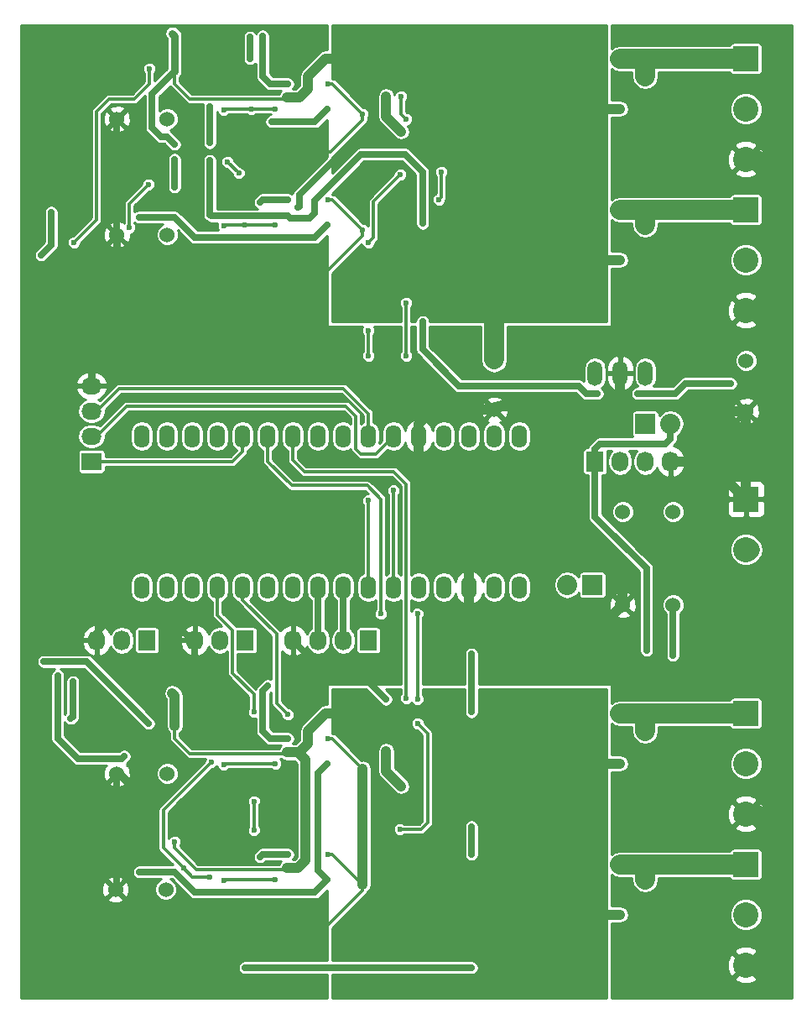
<source format=gbr>
G04 #@! TF.FileFunction,Copper,L2,Bot,Signal*
%FSLAX46Y46*%
G04 Gerber Fmt 4.6, Leading zero omitted, Abs format (unit mm)*
G04 Created by KiCad (PCBNEW 4.0.2-4+6225~38~ubuntu14.04.1-stable) date lör 26 mar 2016 09:33:26*
%MOMM*%
G01*
G04 APERTURE LIST*
%ADD10C,0.100000*%
%ADD11C,1.524000*%
%ADD12R,2.032000X2.032000*%
%ADD13O,2.032000X2.032000*%
%ADD14R,2.540000X2.540000*%
%ADD15C,2.540000*%
%ADD16O,1.600000X2.300000*%
%ADD17R,1.727200X2.032000*%
%ADD18O,1.727200X2.032000*%
%ADD19R,2.032000X1.727200*%
%ADD20O,2.032000X1.727200*%
%ADD21O,1.501140X2.499360*%
%ADD22C,0.600000*%
%ADD23C,1.000000*%
%ADD24C,0.700000*%
%ADD25C,0.800000*%
%ADD26C,2.000000*%
%ADD27C,0.300000*%
%ADD28C,0.254000*%
G04 APERTURE END LIST*
D10*
D11*
X178054000Y-123698000D03*
X183134000Y-123698000D03*
X178054000Y-114300000D03*
X183134000Y-114300000D03*
D12*
X180340000Y-105410000D03*
D13*
X182880000Y-105410000D03*
D12*
X175006000Y-121666000D03*
D13*
X172466000Y-121666000D03*
D14*
X190500000Y-68580000D03*
D15*
X190500000Y-73660000D03*
X190500000Y-78740000D03*
D14*
X190500000Y-83820000D03*
D15*
X190500000Y-88900000D03*
X190500000Y-93980000D03*
D14*
X190500000Y-134620000D03*
D15*
X190500000Y-139700000D03*
X190500000Y-144780000D03*
D16*
X129540000Y-121920000D03*
X132080000Y-121920000D03*
X134620000Y-121920000D03*
X137160000Y-121920000D03*
X139700000Y-121920000D03*
X142240000Y-121920000D03*
X144780000Y-121920000D03*
X147320000Y-121920000D03*
X149860000Y-121920000D03*
X152400000Y-121920000D03*
X154940000Y-121920000D03*
X157480000Y-121920000D03*
X160020000Y-121920000D03*
X162560000Y-121920000D03*
X165100000Y-121920000D03*
X167640000Y-121920000D03*
X167640000Y-106680000D03*
X165100000Y-106680000D03*
X162560000Y-106680000D03*
X160020000Y-106680000D03*
X157480000Y-106680000D03*
X154940000Y-106680000D03*
X152400000Y-106680000D03*
X149860000Y-106680000D03*
X147320000Y-106680000D03*
X144780000Y-106680000D03*
X142240000Y-106680000D03*
X139700000Y-106680000D03*
X137160000Y-106680000D03*
X134620000Y-106680000D03*
X132080000Y-106680000D03*
X129540000Y-106680000D03*
D14*
X190500000Y-149860000D03*
D15*
X190500000Y-154940000D03*
X190500000Y-160020000D03*
D17*
X152400000Y-127254000D03*
D18*
X149860000Y-127254000D03*
X147320000Y-127254000D03*
X144780000Y-127254000D03*
D17*
X130048000Y-127254000D03*
D18*
X127508000Y-127254000D03*
X124968000Y-127254000D03*
D17*
X139954000Y-127254000D03*
D18*
X137414000Y-127254000D03*
X134874000Y-127254000D03*
D19*
X124460000Y-109220000D03*
D20*
X124460000Y-106680000D03*
X124460000Y-104140000D03*
X124460000Y-101600000D03*
D17*
X175260000Y-109220000D03*
D18*
X177800000Y-109220000D03*
X180340000Y-109220000D03*
X182880000Y-109220000D03*
D21*
X177800000Y-100330000D03*
X175260000Y-100330000D03*
X180340000Y-100330000D03*
D11*
X132080000Y-74676000D03*
X127000000Y-74676000D03*
X132080000Y-86360000D03*
X127000000Y-86360000D03*
X132080000Y-140716000D03*
X127000000Y-140716000D03*
X131953000Y-152400000D03*
X126873000Y-152400000D03*
X165100000Y-98933000D03*
X165100000Y-104013000D03*
X190500000Y-99060000D03*
X190500000Y-104140000D03*
D14*
X190500000Y-113030000D03*
D15*
X190500000Y-118110000D03*
D22*
X177800000Y-71958200D03*
X177800000Y-77063600D03*
X177800000Y-87198200D03*
X177800000Y-92303600D03*
X177800000Y-158343600D03*
X177800000Y-153162000D03*
X177800000Y-143103600D03*
X177800000Y-137998200D03*
X185166000Y-86614000D03*
X185166000Y-81280000D03*
X133985000Y-144399000D03*
X131445000Y-142621000D03*
X154178000Y-133223000D03*
X134874000Y-127254000D03*
X134874000Y-131572000D03*
X140843000Y-131191000D03*
X142240000Y-128524000D03*
X155702000Y-141986000D03*
X177546000Y-119126000D03*
X172720000Y-103632000D03*
X187706000Y-103632000D03*
X127000000Y-86360000D03*
X154178000Y-72390000D03*
X155702000Y-75946000D03*
X148336000Y-82804000D03*
X151826000Y-85852000D03*
X151826000Y-74168000D03*
X148336000Y-71120000D03*
X154178000Y-138430000D03*
X148336000Y-137160000D03*
X151826000Y-140208000D03*
X148336000Y-148844000D03*
X151826000Y-151892000D03*
X127000000Y-152400000D03*
X175514000Y-102362000D03*
X179578000Y-102362000D03*
X188976000Y-101346000D03*
X157861000Y-95111998D03*
X157861000Y-85217000D03*
X139954000Y-160274000D03*
X162814000Y-160274000D03*
X162814000Y-148844000D03*
X162814000Y-146050000D03*
X133731000Y-150241000D03*
X183134000Y-128778000D03*
X162814000Y-128651000D03*
X162814000Y-134493000D03*
X136525000Y-139573000D03*
X136398000Y-151130000D03*
X136525000Y-84455000D03*
X136398000Y-73406000D03*
X136398000Y-77089000D03*
X136398000Y-78855998D03*
X172720000Y-154940000D03*
X172720000Y-156210000D03*
X171450000Y-156210000D03*
X170180000Y-156210000D03*
X168910000Y-156210000D03*
X167640000Y-156210000D03*
X166370000Y-156210000D03*
X165100000Y-156210000D03*
X165100000Y-157480000D03*
X166370000Y-157480000D03*
X167640000Y-157480000D03*
X168910000Y-157480000D03*
X170180000Y-157480000D03*
X171450000Y-157480000D03*
X172720000Y-157480000D03*
X172720000Y-158750000D03*
X171450000Y-158750000D03*
X170180000Y-158750000D03*
X168910000Y-158750000D03*
X167640000Y-158750000D03*
X166370000Y-158750000D03*
X165100000Y-158750000D03*
X165100000Y-160020000D03*
X166370000Y-160020000D03*
X167640000Y-160020000D03*
X168910000Y-160020000D03*
X170180000Y-160020000D03*
X171450000Y-160020000D03*
X172720000Y-160020000D03*
X166370000Y-149860000D03*
X167640000Y-149860000D03*
X165100000Y-149860000D03*
X168910000Y-149860000D03*
X170180000Y-149860000D03*
X171450000Y-149860000D03*
X172720000Y-149860000D03*
X172720000Y-151130000D03*
X171450000Y-151130000D03*
X170180000Y-151130000D03*
X169164000Y-151130000D03*
X167640000Y-151130000D03*
X166370000Y-151130000D03*
X165100000Y-151130000D03*
X165100000Y-152400000D03*
X166370000Y-152400000D03*
X167640000Y-152400000D03*
X168910000Y-152400000D03*
X170180000Y-152400000D03*
X171450000Y-152400000D03*
X172720000Y-152400000D03*
X172720000Y-153670000D03*
X171450000Y-153670000D03*
X170180000Y-153670000D03*
X169164000Y-153670000D03*
X167640000Y-153670000D03*
X166370000Y-153670000D03*
X165100000Y-153670000D03*
X165100000Y-154940000D03*
X166370000Y-154940000D03*
X167640000Y-154940000D03*
X172720000Y-140970000D03*
X172720000Y-139700000D03*
X171450000Y-139700000D03*
X170180000Y-139700000D03*
X171450000Y-140970000D03*
X170180000Y-140970000D03*
X168910000Y-140970000D03*
X167640000Y-140970000D03*
X166370000Y-140970000D03*
X165100000Y-140970000D03*
X165100000Y-142240000D03*
X166370000Y-142240000D03*
X167640000Y-142240000D03*
X169164000Y-142240000D03*
X170180000Y-142240000D03*
X171450000Y-142240000D03*
X172720000Y-142240000D03*
X172720000Y-143510000D03*
X171450000Y-143510000D03*
X170180000Y-143510000D03*
X168910000Y-143510000D03*
X167640000Y-143510000D03*
X166370000Y-143510000D03*
X165100000Y-143510000D03*
X165100000Y-144780000D03*
X166370000Y-144780000D03*
X167640000Y-144780000D03*
X169164000Y-144780000D03*
X170180000Y-144780000D03*
X171450000Y-144780000D03*
X172720000Y-144780000D03*
X166370000Y-134620000D03*
X167640000Y-134620000D03*
X165100000Y-134620000D03*
X168910000Y-134620000D03*
X170180000Y-134620000D03*
X171450000Y-134620000D03*
X172720000Y-134620000D03*
X172720000Y-135890000D03*
X171450000Y-135890000D03*
X170180000Y-135890000D03*
X168910000Y-135890000D03*
X167640000Y-135890000D03*
X166370000Y-135890000D03*
X165100000Y-135890000D03*
X165100000Y-137160000D03*
X166370000Y-137160000D03*
X167640000Y-137160000D03*
X168910000Y-137160000D03*
X170180000Y-137160000D03*
X171450000Y-137160000D03*
X172720000Y-137160000D03*
X172720000Y-138430000D03*
X171450000Y-138430000D03*
X170180000Y-138430000D03*
X168910000Y-138430000D03*
X167640000Y-138430000D03*
X166370000Y-138430000D03*
X165100000Y-138430000D03*
X165100000Y-139700000D03*
X166370000Y-139700000D03*
X167640000Y-139700000D03*
X167894000Y-90170000D03*
X166370000Y-90170000D03*
X165100000Y-91440000D03*
X166497000Y-91567000D03*
X167640000Y-91440000D03*
X168910000Y-91440000D03*
X170180000Y-91440000D03*
X171450000Y-91440000D03*
X172720000Y-91440000D03*
X172720000Y-93980000D03*
X172720000Y-92710000D03*
X171450000Y-92710000D03*
X171450000Y-93980000D03*
X170180000Y-93980000D03*
X170180000Y-92710000D03*
X168910000Y-92710000D03*
X168910000Y-93980000D03*
X167640000Y-93980000D03*
X167640000Y-92710000D03*
X166370000Y-92710000D03*
X166370000Y-93980000D03*
X165100000Y-93980000D03*
X165100000Y-92710000D03*
X165100000Y-90170000D03*
X168910000Y-90170000D03*
X170180000Y-90170000D03*
X170180000Y-88900000D03*
X171450000Y-88900000D03*
X171450000Y-90170000D03*
X172720000Y-90170000D03*
X172720000Y-88900000D03*
X165100000Y-83820000D03*
X166370000Y-83820000D03*
X167640000Y-83820000D03*
X168910000Y-83820000D03*
X170180000Y-83820000D03*
X171450000Y-83820000D03*
X172720000Y-83820000D03*
X172720000Y-85090000D03*
X171450000Y-85090000D03*
X170180000Y-85090000D03*
X169164000Y-85090000D03*
X167640000Y-85090000D03*
X166370000Y-85090000D03*
X165100000Y-85090000D03*
X165100000Y-86360000D03*
X166370000Y-86360000D03*
X167640000Y-86360000D03*
X168910000Y-86360000D03*
X170180000Y-86360000D03*
X171450000Y-86360000D03*
X172720000Y-86360000D03*
X172720000Y-87630000D03*
X171450000Y-87630000D03*
X170180000Y-87630000D03*
X169164000Y-87630000D03*
X167640000Y-87630000D03*
X166370000Y-87630000D03*
X165100000Y-87630000D03*
X165100000Y-88900000D03*
X167640000Y-88900000D03*
X166370000Y-88900000D03*
X170180000Y-78740000D03*
X171450000Y-78740000D03*
X172720000Y-78740000D03*
X172720000Y-73660000D03*
X171450000Y-73660000D03*
X170180000Y-73660000D03*
X172720000Y-74930000D03*
X171450000Y-74930000D03*
X170180000Y-74930000D03*
X169164000Y-74930000D03*
X167640000Y-74930000D03*
X166370000Y-74930000D03*
X165100000Y-74930000D03*
X165100000Y-76200000D03*
X166370000Y-76200000D03*
X167640000Y-76200000D03*
X168910000Y-76200000D03*
X170180000Y-76200000D03*
X171450000Y-76200000D03*
X172720000Y-76200000D03*
X172720000Y-77470000D03*
X171450000Y-77470000D03*
X170180000Y-77470000D03*
X169164000Y-77470000D03*
X167640000Y-77470000D03*
X166370000Y-77470000D03*
X165100000Y-77470000D03*
X165100000Y-78740000D03*
X166370000Y-78740000D03*
X167640000Y-78740000D03*
X168910000Y-78740000D03*
X165100000Y-71120000D03*
X166433500Y-71056500D03*
X167640000Y-71120000D03*
X168910000Y-71120000D03*
X170180000Y-71120000D03*
X171450000Y-71120000D03*
X172720000Y-71120000D03*
X172720000Y-72390000D03*
X171450000Y-72390000D03*
X170180000Y-72390000D03*
X168910000Y-72390000D03*
X167703500Y-72326500D03*
X166370000Y-72390000D03*
X165100000Y-72390000D03*
X165100000Y-73660000D03*
X166370000Y-73660000D03*
X167640000Y-73660000D03*
X165100000Y-68580000D03*
X166370000Y-68580000D03*
X167640000Y-68580000D03*
X168910000Y-68580000D03*
X170180000Y-68580000D03*
X171450000Y-68580000D03*
X172720000Y-68580000D03*
X172720000Y-69850000D03*
X171450000Y-69850000D03*
X170180000Y-69850000D03*
X168910000Y-69850000D03*
X167640000Y-69850000D03*
X166370000Y-69850000D03*
X165163500Y-69786500D03*
X132842000Y-147574000D03*
X144145000Y-150241000D03*
X144145000Y-72517000D03*
X145301024Y-83579024D03*
X132842000Y-77216000D03*
X132842000Y-78740000D03*
X169164000Y-154940000D03*
X177800000Y-154940000D03*
X177800000Y-139700000D03*
X169037000Y-139700000D03*
X144145000Y-138557000D03*
X132842000Y-135890000D03*
X132588000Y-132588000D03*
X132588000Y-66040000D03*
X169037000Y-73660000D03*
X132842000Y-69850000D03*
X177800000Y-73660000D03*
X177800000Y-88900000D03*
X169164000Y-88900000D03*
X132842000Y-81534000D03*
X148270000Y-139700000D03*
X148270000Y-151384000D03*
X129286000Y-150622000D03*
X180467000Y-128270000D03*
X122367000Y-135128000D03*
X122555000Y-131445000D03*
X142621000Y-74930000D03*
X140462000Y-68580000D03*
X140462000Y-66421000D03*
X148270000Y-73660000D03*
X120396000Y-84074000D03*
X119380000Y-88392000D03*
X148270000Y-85344000D03*
X129286000Y-84582000D03*
X130302000Y-69596000D03*
X122682000Y-87122000D03*
X130197860Y-81280000D03*
X128270000Y-85598000D03*
X130197860Y-135636000D03*
X119634000Y-129413000D03*
X121031000Y-130810000D03*
X127762000Y-138938000D03*
X179324000Y-68834000D03*
X177800000Y-68580000D03*
X180340000Y-70358000D03*
X180340000Y-85598000D03*
X179324000Y-83820000D03*
X177800000Y-83566000D03*
X180340000Y-136398000D03*
X177800000Y-134620000D03*
X179324000Y-134874000D03*
X140843000Y-143510000D03*
X140843000Y-146431000D03*
X140843000Y-134493000D03*
X137795000Y-151511000D03*
X143002000Y-151384000D03*
X144272000Y-134747000D03*
X143002000Y-139700000D03*
X137795000Y-139827000D03*
X139954000Y-85344000D03*
X152400000Y-113157000D03*
X143002000Y-85344000D03*
X137795000Y-85471000D03*
X140589000Y-73660000D03*
X154940000Y-112141000D03*
X139319000Y-80137000D03*
X138176000Y-78994000D03*
X137795000Y-73787000D03*
X143002000Y-73660000D03*
X155575000Y-146304000D03*
X157353000Y-135636000D03*
X157353000Y-133223000D03*
X157353000Y-124587000D03*
X153670000Y-124587000D03*
X156210000Y-133096000D03*
X155636000Y-80264000D03*
X152400000Y-98552000D03*
X152400000Y-96012000D03*
X152400000Y-87122000D03*
X155702000Y-72390000D03*
X156210000Y-74676000D03*
X159766000Y-80010000D03*
X159512000Y-82804000D03*
X156210000Y-93218000D03*
X156210000Y-98552000D03*
X177800000Y-149606000D03*
X179324000Y-149860000D03*
X180340000Y-151638000D03*
X141732000Y-66548000D03*
X144272000Y-71120000D03*
X141478000Y-83058000D03*
X144272000Y-82804000D03*
X142240000Y-131826000D03*
X144272000Y-137160000D03*
X144272000Y-148844000D03*
X141478000Y-149098000D03*
D23*
X177800000Y-71958200D02*
X177800000Y-71882000D01*
X177800000Y-77063600D02*
X177800000Y-76962000D01*
X177800000Y-87198200D02*
X177800000Y-87122000D01*
X177800000Y-92303600D02*
X177800000Y-92202000D01*
X177800000Y-158343600D02*
X177800000Y-158242000D01*
X177800000Y-143103600D02*
X177800000Y-143002000D01*
X177800000Y-137998200D02*
X177800000Y-137922000D01*
D24*
X127000000Y-140716000D02*
X127381000Y-140716000D01*
X127381000Y-140716000D02*
X129286000Y-142621000D01*
X129286000Y-142621000D02*
X131445000Y-142621000D01*
X148717000Y-131191000D02*
X144780000Y-127254000D01*
X152146000Y-131191000D02*
X148717000Y-131191000D01*
X154178000Y-133223000D02*
X152146000Y-131191000D01*
X134874000Y-127254000D02*
X134874000Y-131572000D01*
X140843000Y-131191000D02*
X142240000Y-129794000D01*
X142240000Y-129794000D02*
X142240000Y-128524000D01*
D23*
X151826000Y-140208000D02*
X151826000Y-151892000D01*
D25*
X124460000Y-101600000D02*
X124460000Y-91694000D01*
X127000000Y-89154000D02*
X127000000Y-86360000D01*
X124460000Y-91694000D02*
X127000000Y-89154000D01*
D24*
X134874000Y-127254000D02*
X134620000Y-127254000D01*
X134620000Y-127254000D02*
X132588000Y-125222000D01*
X132588000Y-125222000D02*
X126238000Y-125222000D01*
X126238000Y-125222000D02*
X124968000Y-126492000D01*
X124968000Y-126492000D02*
X124968000Y-127254000D01*
D26*
X192532000Y-160020000D02*
X190500000Y-160020000D01*
X194056000Y-158496000D02*
X192532000Y-160020000D01*
X194056000Y-147320000D02*
X194056000Y-158496000D01*
X191516000Y-144780000D02*
X194056000Y-147320000D01*
X190500000Y-144780000D02*
X191516000Y-144780000D01*
D23*
X155702000Y-141986000D02*
X154178000Y-140462000D01*
X154178000Y-140462000D02*
X154178000Y-138430000D01*
X157480000Y-106680000D02*
X157480000Y-105410000D01*
X158877000Y-104013000D02*
X165100000Y-104013000D01*
X157480000Y-105410000D02*
X158877000Y-104013000D01*
X162560000Y-121920000D02*
X162560000Y-124968000D01*
X162560000Y-124968000D02*
X163830000Y-126238000D01*
X163830000Y-126238000D02*
X175514000Y-126238000D01*
X175514000Y-126238000D02*
X178054000Y-123698000D01*
X162560000Y-121920000D02*
X162560000Y-114300000D01*
X157480000Y-109220000D02*
X157480000Y-106680000D01*
X162560000Y-114300000D02*
X157480000Y-109220000D01*
X178054000Y-123698000D02*
X178054000Y-119634000D01*
X178054000Y-119634000D02*
X177546000Y-119126000D01*
X190500000Y-104140000D02*
X190500000Y-113030000D01*
X182880000Y-109220000D02*
X186690000Y-109220000D01*
X186690000Y-109220000D02*
X190500000Y-113030000D01*
X172720000Y-103632000D02*
X165481000Y-103632000D01*
X165481000Y-103632000D02*
X165100000Y-104013000D01*
X176276000Y-103632000D02*
X187706000Y-103632000D01*
X177800000Y-102108000D02*
X177800000Y-100330000D01*
X176276000Y-103632000D02*
X177800000Y-102108000D01*
X172720000Y-103632000D02*
X176276000Y-103632000D01*
X188214000Y-104140000D02*
X190500000Y-104140000D01*
X187706000Y-103632000D02*
X188214000Y-104140000D01*
D24*
X127000000Y-86360000D02*
X127000000Y-74676000D01*
D23*
X154178000Y-74422000D02*
X154178000Y-72390000D01*
X155702000Y-75946000D02*
X154178000Y-74422000D01*
D26*
X190500000Y-78740000D02*
X191516000Y-78740000D01*
X191516000Y-78740000D02*
X194056000Y-81280000D01*
X194056000Y-81280000D02*
X194056000Y-92456000D01*
X194056000Y-92456000D02*
X192532000Y-93980000D01*
X192532000Y-93980000D02*
X190500000Y-93980000D01*
D27*
X151826000Y-85852000D02*
X148778000Y-82804000D01*
X148778000Y-82804000D02*
X148336000Y-82804000D01*
X151826000Y-86426000D02*
X147066000Y-91186000D01*
X147066000Y-91186000D02*
X131826000Y-91186000D01*
X131826000Y-91186000D02*
X127000000Y-86360000D01*
X151826000Y-85852000D02*
X151826000Y-86426000D01*
X151826000Y-74168000D02*
X151826000Y-74742000D01*
X151826000Y-74742000D02*
X148590000Y-77978000D01*
X148590000Y-77978000D02*
X130302000Y-77978000D01*
X130302000Y-77978000D02*
X127000000Y-74676000D01*
X148778000Y-71120000D02*
X148336000Y-71120000D01*
X151826000Y-74168000D02*
X148778000Y-71120000D01*
X151826000Y-140208000D02*
X148778000Y-137160000D01*
X148778000Y-137160000D02*
X148336000Y-137160000D01*
D24*
X127000000Y-152400000D02*
X127000000Y-140716000D01*
D27*
X151826000Y-151892000D02*
X148778000Y-148844000D01*
X148778000Y-148844000D02*
X148336000Y-148844000D01*
X131826000Y-157226000D02*
X127000000Y-152400000D01*
X151826000Y-151892000D02*
X151826000Y-152466000D01*
X151826000Y-152466000D02*
X147066000Y-157226000D01*
X147066000Y-157226000D02*
X131826000Y-157226000D01*
D24*
X157861000Y-84836000D02*
X157861000Y-85217000D01*
X144272000Y-84455000D02*
X144526000Y-84709000D01*
X144526000Y-84709000D02*
X146431000Y-84709000D01*
X146431000Y-84709000D02*
X146939000Y-84201000D01*
X146939000Y-84201000D02*
X146939000Y-82931000D01*
X146939000Y-82931000D02*
X151638000Y-78232000D01*
X151638000Y-78232000D02*
X156083000Y-78232000D01*
X156083000Y-78232000D02*
X157861000Y-80010000D01*
X157861000Y-95250000D02*
X157861000Y-97917000D01*
X157861000Y-80010000D02*
X157861000Y-84836000D01*
X157861000Y-97917000D02*
X161544000Y-101600000D01*
X161544000Y-101600000D02*
X173609000Y-101600000D01*
X173609000Y-101600000D02*
X174371000Y-102362000D01*
X174371000Y-102362000D02*
X175514000Y-102362000D01*
X179578000Y-102362000D02*
X183388000Y-102362000D01*
X183388000Y-102362000D02*
X184404000Y-101346000D01*
X184404000Y-101346000D02*
X188976000Y-101346000D01*
X144272000Y-84455000D02*
X136525000Y-84455000D01*
X157861000Y-95377000D02*
X157861000Y-95250000D01*
X157861000Y-95111998D02*
X157861000Y-95377000D01*
X139954000Y-160274000D02*
X162814000Y-160274000D01*
X162814000Y-146050000D02*
X162814000Y-148844000D01*
X183134000Y-128778000D02*
X183134000Y-123698000D01*
X162814000Y-134493000D02*
X162814000Y-128651000D01*
D27*
X131699000Y-144399000D02*
X136525000Y-139573000D01*
X131699000Y-148209000D02*
X131699000Y-144399000D01*
X134620000Y-151130000D02*
X133731000Y-150241000D01*
X133731000Y-150241000D02*
X131699000Y-148209000D01*
X136398000Y-151130000D02*
X134620000Y-151130000D01*
D24*
X136398000Y-84328000D02*
X136398000Y-78855998D01*
X136525000Y-84455000D02*
X136398000Y-84328000D01*
X136398000Y-73406000D02*
X136398000Y-77089000D01*
X136398000Y-78855998D02*
X136398000Y-78867000D01*
X172720000Y-154940000D02*
X172720000Y-156210000D01*
X171450000Y-156210000D02*
X170180000Y-156210000D01*
X168910000Y-156210000D02*
X167640000Y-156210000D01*
X166370000Y-156210000D02*
X165100000Y-156210000D01*
X165100000Y-157480000D02*
X166370000Y-157480000D01*
X167640000Y-157480000D02*
X168910000Y-157480000D01*
X170180000Y-157480000D02*
X171450000Y-157480000D01*
X172720000Y-157480000D02*
X172720000Y-158750000D01*
X171450000Y-158750000D02*
X170180000Y-158750000D01*
X168910000Y-158750000D02*
X167640000Y-158750000D01*
X166370000Y-158750000D02*
X165100000Y-158750000D01*
X165100000Y-160020000D02*
X166370000Y-160020000D01*
X167640000Y-160020000D02*
X168910000Y-160020000D01*
X170180000Y-160020000D02*
X171450000Y-160020000D01*
X166370000Y-149860000D02*
X167640000Y-149860000D01*
X168910000Y-149860000D02*
X170180000Y-149860000D01*
X171450000Y-149860000D02*
X172720000Y-149860000D01*
X172720000Y-151130000D02*
X171450000Y-151130000D01*
X170180000Y-151130000D02*
X169164000Y-151130000D01*
X167640000Y-151130000D02*
X166370000Y-151130000D01*
X165100000Y-151130000D02*
X165100000Y-152400000D01*
X166370000Y-152400000D02*
X167640000Y-152400000D01*
X168910000Y-152400000D02*
X170180000Y-152400000D01*
X171450000Y-152400000D02*
X172720000Y-152400000D01*
X172720000Y-153670000D02*
X171450000Y-153670000D01*
X170180000Y-153670000D02*
X169164000Y-153670000D01*
X167640000Y-153670000D02*
X166370000Y-153670000D01*
X165100000Y-153670000D02*
X165100000Y-154940000D01*
X166370000Y-154940000D02*
X167640000Y-154940000D01*
X172720000Y-139700000D02*
X171450000Y-139700000D01*
X172720000Y-139700000D02*
X172720000Y-140970000D01*
X171450000Y-140970000D02*
X170180000Y-140970000D01*
X168910000Y-140970000D02*
X167640000Y-140970000D01*
X166370000Y-140970000D02*
X165100000Y-140970000D01*
X165100000Y-142240000D02*
X166370000Y-142240000D01*
X167640000Y-142240000D02*
X169164000Y-142240000D01*
X170180000Y-142240000D02*
X171450000Y-142240000D01*
X172720000Y-142240000D02*
X172720000Y-143510000D01*
X171450000Y-143510000D02*
X170180000Y-143510000D01*
X168910000Y-143510000D02*
X167640000Y-143510000D01*
X166370000Y-143510000D02*
X165100000Y-143510000D01*
X165100000Y-144780000D02*
X166370000Y-144780000D01*
X167640000Y-144780000D02*
X169164000Y-144780000D01*
X170180000Y-144780000D02*
X171450000Y-144780000D01*
X166370000Y-134620000D02*
X167640000Y-134620000D01*
X168910000Y-134620000D02*
X170180000Y-134620000D01*
X171450000Y-134620000D02*
X172720000Y-134620000D01*
X172720000Y-135890000D02*
X171450000Y-135890000D01*
X170180000Y-135890000D02*
X168910000Y-135890000D01*
X167640000Y-135890000D02*
X166370000Y-135890000D01*
X165100000Y-135890000D02*
X165100000Y-137160000D01*
X166370000Y-137160000D02*
X167640000Y-137160000D01*
X168910000Y-137160000D02*
X170180000Y-137160000D01*
X171450000Y-137160000D02*
X172720000Y-137160000D01*
X172720000Y-138430000D02*
X171450000Y-138430000D01*
X170180000Y-138430000D02*
X168910000Y-138430000D01*
X167640000Y-138430000D02*
X166370000Y-138430000D01*
X165100000Y-138430000D02*
X165100000Y-139700000D01*
X166370000Y-139700000D02*
X167640000Y-139700000D01*
X167640000Y-90424000D02*
X167640000Y-91440000D01*
X167894000Y-90170000D02*
X167640000Y-90424000D01*
X167132000Y-90932000D02*
X166370000Y-90170000D01*
X165100000Y-91440000D02*
X165227000Y-91567000D01*
X165227000Y-91567000D02*
X166497000Y-91567000D01*
X167640000Y-91440000D02*
X168910000Y-91440000D01*
X170180000Y-91440000D02*
X171450000Y-91440000D01*
X172720000Y-91440000D02*
X172720000Y-93980000D01*
X172720000Y-92710000D02*
X171450000Y-92710000D01*
X171450000Y-93980000D02*
X170180000Y-93980000D01*
X170180000Y-92710000D02*
X168910000Y-92710000D01*
X168910000Y-93980000D02*
X167640000Y-93980000D01*
X167640000Y-92710000D02*
X166370000Y-92710000D01*
X166370000Y-93980000D02*
X165100000Y-93980000D01*
X165100000Y-92710000D02*
X165100000Y-92964000D01*
X168910000Y-90170000D02*
X170180000Y-90170000D01*
X170180000Y-88900000D02*
X171450000Y-88900000D01*
X171450000Y-90170000D02*
X172720000Y-90170000D01*
X165100000Y-83820000D02*
X166370000Y-83820000D01*
X168910000Y-83820000D02*
X170180000Y-83820000D01*
X171450000Y-83820000D02*
X172720000Y-83820000D01*
X172720000Y-85090000D02*
X171450000Y-85090000D01*
X170180000Y-85090000D02*
X169164000Y-85090000D01*
X167640000Y-85090000D02*
X166370000Y-85090000D01*
X165100000Y-85090000D02*
X165100000Y-86360000D01*
X166370000Y-86360000D02*
X167640000Y-86360000D01*
X168910000Y-86360000D02*
X170180000Y-86360000D01*
X171450000Y-86360000D02*
X172720000Y-86360000D01*
X172720000Y-87630000D02*
X171450000Y-87630000D01*
X170180000Y-87630000D02*
X169164000Y-87630000D01*
X167640000Y-87630000D02*
X166370000Y-87630000D01*
X165100000Y-87630000D02*
X165100000Y-88900000D01*
X166370000Y-88900000D02*
X167640000Y-88900000D01*
X170180000Y-78740000D02*
X171450000Y-78740000D01*
X169037000Y-73660000D02*
X170180000Y-73660000D01*
X171450000Y-73660000D02*
X172720000Y-73660000D01*
X172720000Y-74930000D02*
X171450000Y-74930000D01*
X170180000Y-74930000D02*
X169164000Y-74930000D01*
X167640000Y-74930000D02*
X166370000Y-74930000D01*
X165100000Y-74930000D02*
X165100000Y-76200000D01*
X166370000Y-76200000D02*
X167640000Y-76200000D01*
X168910000Y-76200000D02*
X170180000Y-76200000D01*
X171450000Y-76200000D02*
X172720000Y-76200000D01*
X172720000Y-77470000D02*
X171450000Y-77470000D01*
X170180000Y-77470000D02*
X169164000Y-77470000D01*
X167640000Y-77470000D02*
X166370000Y-77470000D01*
X165100000Y-77470000D02*
X165100000Y-78740000D01*
X166370000Y-78740000D02*
X167640000Y-78740000D01*
X168910000Y-78740000D02*
X169164000Y-78740000D01*
X166433500Y-71056500D02*
X166497000Y-71120000D01*
X166497000Y-71120000D02*
X167640000Y-71120000D01*
X168910000Y-71120000D02*
X170180000Y-71120000D01*
X171450000Y-71120000D02*
X172720000Y-71120000D01*
X172720000Y-72390000D02*
X171450000Y-72390000D01*
X170180000Y-72390000D02*
X168910000Y-72390000D01*
X167703500Y-72326500D02*
X167640000Y-72390000D01*
X167640000Y-72390000D02*
X166370000Y-72390000D01*
X165100000Y-72390000D02*
X165100000Y-73660000D01*
X166370000Y-73660000D02*
X167640000Y-73660000D01*
X165100000Y-68580000D02*
X166370000Y-68580000D01*
X167640000Y-68580000D02*
X168910000Y-68580000D01*
X170180000Y-68580000D02*
X171450000Y-68580000D01*
X172720000Y-68580000D02*
X172720000Y-69850000D01*
X171450000Y-69850000D02*
X170180000Y-69850000D01*
X168910000Y-69850000D02*
X167640000Y-69850000D01*
X166370000Y-69850000D02*
X166306500Y-69786500D01*
X166306500Y-69786500D02*
X165163500Y-69786500D01*
D26*
X190500000Y-118110000D02*
X190881000Y-118110000D01*
X171196000Y-86868000D02*
X169164000Y-88900000D01*
D23*
X144526000Y-138557000D02*
X145288000Y-138557000D01*
D27*
X144018000Y-150368000D02*
X144145000Y-150241000D01*
X144018000Y-150368000D02*
X135001000Y-150368000D01*
X135001000Y-150368000D02*
X132842000Y-148209000D01*
X132842000Y-148209000D02*
X132842000Y-147574000D01*
D23*
X145288000Y-150241000D02*
X144145000Y-150241000D01*
X146050000Y-149479000D02*
X145288000Y-150241000D01*
X146050000Y-139319000D02*
X146050000Y-149479000D01*
X145288000Y-138557000D02*
X146050000Y-139319000D01*
X144145000Y-72517000D02*
X145415000Y-72517000D01*
D27*
X144018000Y-72644000D02*
X144145000Y-72517000D01*
X144018000Y-72644000D02*
X134366000Y-72644000D01*
X134366000Y-72644000D02*
X132842000Y-71120000D01*
X132842000Y-71120000D02*
X132842000Y-69850000D01*
D23*
X148082000Y-68580000D02*
X152781000Y-68580000D01*
X146304000Y-70358000D02*
X148082000Y-68580000D01*
X146304000Y-71628000D02*
X146304000Y-70358000D01*
X145415000Y-72517000D02*
X146304000Y-71628000D01*
D24*
X145301024Y-83579024D02*
X145415000Y-83465048D01*
X145415000Y-83465048D02*
X145415000Y-82296000D01*
X145415000Y-82296000D02*
X152781000Y-74930000D01*
X152781000Y-74930000D02*
X152781000Y-68580000D01*
D26*
X165100000Y-98933000D02*
X165100000Y-92964000D01*
X165100000Y-92964000D02*
X167132000Y-90932000D01*
X167132000Y-90932000D02*
X169164000Y-88900000D01*
D24*
X132842000Y-81534000D02*
X132842000Y-78740000D01*
X130556000Y-72136000D02*
X132842000Y-69850000D01*
X130556000Y-75565000D02*
X130556000Y-72136000D01*
X131445000Y-76454000D02*
X130556000Y-75565000D01*
X132080000Y-76454000D02*
X131445000Y-76454000D01*
X132842000Y-77216000D02*
X132080000Y-76454000D01*
D26*
X169164000Y-154940000D02*
X169164000Y-154940000D01*
D23*
X169672000Y-154940000D02*
X169164000Y-154940000D01*
X169164000Y-154940000D02*
X169672000Y-154940000D01*
X177800000Y-154940000D02*
X169164000Y-154940000D01*
X169037000Y-139700000D02*
X170180000Y-139700000D01*
X170180000Y-139700000D02*
X177800000Y-139700000D01*
D26*
X169164000Y-154940000D02*
X169164000Y-146812000D01*
X169164000Y-146812000D02*
X169164000Y-139827000D01*
X169164000Y-139827000D02*
X169037000Y-139700000D01*
D23*
X145415000Y-138557000D02*
X146304000Y-137668000D01*
X146304000Y-137668000D02*
X146304000Y-136398000D01*
X146304000Y-136398000D02*
X148082000Y-134620000D01*
X148082000Y-134620000D02*
X157861000Y-134620000D01*
X157861000Y-134620000D02*
X159766000Y-135763000D01*
X159766000Y-135763000D02*
X165100000Y-135763000D01*
X165100000Y-135763000D02*
X169037000Y-139700000D01*
D27*
X132842000Y-137160000D02*
X132842000Y-135890000D01*
X134366000Y-138684000D02*
X132842000Y-137160000D01*
X144018000Y-138684000D02*
X134366000Y-138684000D01*
X144018000Y-138684000D02*
X144145000Y-138557000D01*
D23*
X144145000Y-138557000D02*
X144526000Y-138557000D01*
X144526000Y-138557000D02*
X145415000Y-138557000D01*
X132588000Y-132588000D02*
X132842000Y-132842000D01*
X132842000Y-132842000D02*
X132842000Y-135890000D01*
D25*
X132588000Y-66040000D02*
X132842000Y-66294000D01*
X132842000Y-66294000D02*
X132842000Y-69850000D01*
D23*
X152781000Y-68580000D02*
X163957000Y-68580000D01*
X163957000Y-68580000D02*
X165163500Y-69786500D01*
D26*
X169164000Y-88900000D02*
X169164000Y-73787000D01*
X169164000Y-73787000D02*
X169037000Y-73660000D01*
D23*
X169037000Y-73660000D02*
X177800000Y-73660000D01*
X177800000Y-88900000D02*
X172720000Y-88900000D01*
X172720000Y-88900000D02*
X169164000Y-88900000D01*
X169164000Y-88900000D02*
X169672000Y-88900000D01*
X169672000Y-88900000D02*
X169164000Y-88900000D01*
D26*
X169164000Y-88900000D02*
X169164000Y-88900000D01*
D24*
X132842000Y-150622000D02*
X129286000Y-150622000D01*
X134874000Y-152654000D02*
X132842000Y-150622000D01*
X147000000Y-152654000D02*
X134874000Y-152654000D01*
X147000000Y-152654000D02*
X148270000Y-151384000D01*
X147320000Y-150434000D02*
X148270000Y-151384000D01*
X147320000Y-140650000D02*
X147320000Y-150434000D01*
X147320000Y-140650000D02*
X148270000Y-139700000D01*
X175260000Y-109220000D02*
X175260000Y-114808000D01*
X180467000Y-120015000D02*
X180467000Y-128270000D01*
X175260000Y-114808000D02*
X180467000Y-120015000D01*
X122555000Y-134940000D02*
X122555000Y-131445000D01*
X122367000Y-135128000D02*
X122555000Y-134940000D01*
X148270000Y-73660000D02*
X147000000Y-74930000D01*
X147000000Y-74930000D02*
X142621000Y-74930000D01*
X140462000Y-68580000D02*
X140462000Y-66421000D01*
X120396000Y-87376000D02*
X120396000Y-84074000D01*
X119380000Y-88392000D02*
X120396000Y-87376000D01*
X147000000Y-86614000D02*
X148270000Y-85344000D01*
X147000000Y-86614000D02*
X134874000Y-86614000D01*
X134874000Y-86614000D02*
X132842000Y-84582000D01*
X132842000Y-84582000D02*
X129286000Y-84582000D01*
X182880000Y-105410000D02*
X182880000Y-106934000D01*
X175260000Y-107950000D02*
X175260000Y-109220000D01*
X175768000Y-107442000D02*
X175260000Y-107950000D01*
X182372000Y-107442000D02*
X175768000Y-107442000D01*
X182880000Y-106934000D02*
X182372000Y-107442000D01*
D27*
X130302000Y-71120000D02*
X130302000Y-69596000D01*
X128778000Y-72644000D02*
X130302000Y-71120000D01*
X126238000Y-72644000D02*
X128778000Y-72644000D01*
X124968000Y-73914000D02*
X126238000Y-72644000D01*
X124968000Y-84836000D02*
X124968000Y-73914000D01*
X122682000Y-87122000D02*
X124968000Y-84836000D01*
X128270000Y-83207860D02*
X128270000Y-85598000D01*
X130197860Y-81280000D02*
X128270000Y-83207860D01*
D24*
X123974860Y-129413000D02*
X119634000Y-129413000D01*
X130197860Y-135636000D02*
X123974860Y-129413000D01*
X121031000Y-137160000D02*
X121031000Y-130810000D01*
X123063000Y-139192000D02*
X121031000Y-137160000D01*
X127508000Y-139192000D02*
X123063000Y-139192000D01*
X127762000Y-138938000D02*
X127508000Y-139192000D01*
D23*
X179324000Y-68834000D02*
X179324000Y-68580000D01*
X179324000Y-68580000D02*
X179324000Y-68834000D01*
X179324000Y-68834000D02*
X179324000Y-68580000D01*
D26*
X180340000Y-70358000D02*
X180340000Y-68580000D01*
X190500000Y-68580000D02*
X180340000Y-68580000D01*
X180340000Y-68580000D02*
X179324000Y-68580000D01*
X179324000Y-68580000D02*
X177800000Y-68580000D01*
X180340000Y-85344000D02*
X180340000Y-84328000D01*
D23*
X180340000Y-85598000D02*
X180340000Y-85344000D01*
X177800000Y-83566000D02*
X177800000Y-83820000D01*
X177800000Y-83820000D02*
X177800000Y-83566000D01*
X177800000Y-83566000D02*
X177800000Y-83820000D01*
D26*
X180340000Y-83820000D02*
X180340000Y-84328000D01*
X190500000Y-83820000D02*
X180340000Y-83820000D01*
X180340000Y-83820000D02*
X179324000Y-83820000D01*
X179324000Y-83820000D02*
X177800000Y-83820000D01*
X179324000Y-134620000D02*
X177800000Y-134620000D01*
X180340000Y-134620000D02*
X179324000Y-134620000D01*
X190500000Y-134620000D02*
X180340000Y-134620000D01*
X180340000Y-136398000D02*
X180340000Y-134620000D01*
D23*
X179324000Y-134874000D02*
X179324000Y-134620000D01*
X179324000Y-134620000D02*
X179324000Y-134874000D01*
X179324000Y-134874000D02*
X179324000Y-134620000D01*
D27*
X140843000Y-146431000D02*
X140843000Y-143510000D01*
X137160000Y-121920000D02*
X137160000Y-124714000D01*
X137160000Y-124714000D02*
X138684000Y-126238000D01*
X138684000Y-126238000D02*
X138684000Y-130556000D01*
X138684000Y-130556000D02*
X140843000Y-132715000D01*
X140843000Y-132715000D02*
X140843000Y-134493000D01*
X137922000Y-151384000D02*
X143002000Y-151384000D01*
X137922000Y-151384000D02*
X137795000Y-151511000D01*
X139700000Y-121920000D02*
X139700000Y-123190000D01*
X143129000Y-133604000D02*
X144272000Y-134747000D01*
X143129000Y-126619000D02*
X143129000Y-133604000D01*
X139700000Y-123190000D02*
X143129000Y-126619000D01*
X137922000Y-139700000D02*
X137795000Y-139827000D01*
X137922000Y-139700000D02*
X143002000Y-139700000D01*
D24*
X144780000Y-121920000D02*
X144780000Y-122682000D01*
X147320000Y-121920000D02*
X147320000Y-127254000D01*
X149860000Y-121920000D02*
X149860000Y-127254000D01*
D27*
X152400000Y-121920000D02*
X152400000Y-113157000D01*
X137922000Y-85344000D02*
X137795000Y-85471000D01*
X137922000Y-85344000D02*
X139954000Y-85344000D01*
X139954000Y-85344000D02*
X143002000Y-85344000D01*
X154940000Y-121920000D02*
X154940000Y-112141000D01*
X138176000Y-78994000D02*
X139319000Y-80137000D01*
X137922000Y-73660000D02*
X140589000Y-73660000D01*
X140589000Y-73660000D02*
X143002000Y-73660000D01*
X137922000Y-73660000D02*
X137795000Y-73787000D01*
X124460000Y-109220000D02*
X138684000Y-109220000D01*
X139700000Y-108204000D02*
X139700000Y-106680000D01*
X138684000Y-109220000D02*
X139700000Y-108204000D01*
X142240000Y-106680000D02*
X142240000Y-109220000D01*
X157734000Y-146304000D02*
X155575000Y-146304000D01*
X158369000Y-145669000D02*
X157734000Y-146304000D01*
X158369000Y-136652000D02*
X158369000Y-145669000D01*
X157353000Y-135636000D02*
X158369000Y-136652000D01*
X157353000Y-124587000D02*
X157353000Y-133223000D01*
X153670000Y-113030000D02*
X153670000Y-124587000D01*
X152273000Y-111633000D02*
X153670000Y-113030000D01*
X144653000Y-111633000D02*
X152273000Y-111633000D01*
X142240000Y-109220000D02*
X144653000Y-111633000D01*
X156210000Y-133096000D02*
X156210000Y-116586000D01*
X156210000Y-116586000D02*
X156210000Y-111506000D01*
X156210000Y-111506000D02*
X154940000Y-110236000D01*
X154940000Y-110236000D02*
X145923000Y-110236000D01*
X145923000Y-110236000D02*
X144780000Y-109093000D01*
X144780000Y-109093000D02*
X144780000Y-106680000D01*
X152400000Y-96012000D02*
X152400000Y-98552000D01*
X152908000Y-86614000D02*
X152400000Y-87122000D01*
X152908000Y-82992000D02*
X152908000Y-86614000D01*
X152908000Y-82992000D02*
X155636000Y-80264000D01*
X155702000Y-74168000D02*
X155702000Y-72390000D01*
X156210000Y-74676000D02*
X155702000Y-74168000D01*
X159766000Y-82550000D02*
X159766000Y-80010000D01*
X159512000Y-82804000D02*
X159766000Y-82550000D01*
X156210000Y-98552000D02*
X156210000Y-93218000D01*
X124460000Y-104140000D02*
X124968000Y-104140000D01*
X124968000Y-104140000D02*
X127254000Y-101854000D01*
X152400000Y-104394000D02*
X152400000Y-106680000D01*
X149860000Y-101854000D02*
X152400000Y-104394000D01*
X127254000Y-101854000D02*
X149860000Y-101854000D01*
X124460000Y-106680000D02*
X124968000Y-106680000D01*
X124968000Y-106680000D02*
X128016000Y-103632000D01*
X153162000Y-108458000D02*
X154940000Y-106680000D01*
X151638000Y-108458000D02*
X153162000Y-108458000D01*
X151130000Y-107950000D02*
X151638000Y-108458000D01*
X151130000Y-104648000D02*
X151130000Y-107950000D01*
X150114000Y-103632000D02*
X151130000Y-104648000D01*
X128016000Y-103632000D02*
X150114000Y-103632000D01*
D26*
X179324000Y-149860000D02*
X177800000Y-149860000D01*
X180340000Y-149860000D02*
X179324000Y-149860000D01*
X190500000Y-149860000D02*
X180340000Y-149860000D01*
X180340000Y-149860000D02*
X180340000Y-150368000D01*
D23*
X177800000Y-149606000D02*
X177800000Y-149860000D01*
X177800000Y-149860000D02*
X177800000Y-149606000D01*
X177800000Y-149606000D02*
X177800000Y-149860000D01*
X180340000Y-151638000D02*
X180340000Y-151384000D01*
D26*
X180340000Y-151384000D02*
X180340000Y-150368000D01*
D24*
X141732000Y-66548000D02*
X141732000Y-66294000D01*
X141732000Y-66294000D02*
X141732000Y-70358000D01*
X141732000Y-70358000D02*
X142494000Y-71120000D01*
X142494000Y-71120000D02*
X144272000Y-71120000D01*
X141478000Y-83058000D02*
X141732000Y-82804000D01*
X141732000Y-82804000D02*
X144272000Y-82804000D01*
X141732000Y-132334000D02*
X141732000Y-136398000D01*
X142240000Y-131826000D02*
X141732000Y-132334000D01*
X141732000Y-136398000D02*
X142494000Y-137160000D01*
X142494000Y-137160000D02*
X144272000Y-137160000D01*
X141732000Y-148844000D02*
X144272000Y-148844000D01*
X141478000Y-149098000D02*
X141732000Y-148844000D01*
D28*
G36*
X176403000Y-95123000D02*
X158592000Y-95123000D01*
X158592000Y-95111998D01*
X158536356Y-94832256D01*
X158377895Y-94595103D01*
X158140742Y-94436642D01*
X157861000Y-94380998D01*
X157581258Y-94436642D01*
X157344105Y-94595103D01*
X157185644Y-94832256D01*
X157130000Y-95111998D01*
X157130000Y-95123000D01*
X156741000Y-95123000D01*
X156741000Y-93650166D01*
X156786987Y-93604259D01*
X156890882Y-93354054D01*
X156891118Y-93083135D01*
X156787661Y-92832748D01*
X156596259Y-92641013D01*
X156346054Y-92537118D01*
X156075135Y-92536882D01*
X155824748Y-92640339D01*
X155633013Y-92831741D01*
X155529118Y-93081946D01*
X155528882Y-93352865D01*
X155632339Y-93603252D01*
X155679000Y-93649994D01*
X155679000Y-95123000D01*
X148717000Y-95123000D01*
X148717000Y-90285948D01*
X151726835Y-87276112D01*
X151822339Y-87507252D01*
X152013741Y-87698987D01*
X152263946Y-87802882D01*
X152534865Y-87803118D01*
X152785252Y-87699661D01*
X152976987Y-87508259D01*
X153080882Y-87258054D01*
X153080940Y-87192008D01*
X153283471Y-86989476D01*
X153283474Y-86989474D01*
X153398580Y-86817205D01*
X153439000Y-86614000D01*
X153439000Y-83211948D01*
X155705886Y-80945061D01*
X155770865Y-80945118D01*
X156021252Y-80841661D01*
X156212987Y-80650259D01*
X156316882Y-80400054D01*
X156317118Y-80129135D01*
X156213661Y-79878748D01*
X156022259Y-79687013D01*
X155772054Y-79583118D01*
X155501135Y-79582882D01*
X155250748Y-79686339D01*
X155059013Y-79877741D01*
X154955118Y-80127946D01*
X154955060Y-80193992D01*
X152532526Y-82616526D01*
X152417420Y-82788795D01*
X152377000Y-82992000D01*
X152377000Y-85440041D01*
X152212259Y-85275013D01*
X151962054Y-85171118D01*
X151896008Y-85171060D01*
X149153474Y-82428526D01*
X148981205Y-82313420D01*
X148778000Y-82273000D01*
X148768166Y-82273000D01*
X148722259Y-82227013D01*
X148717000Y-82224829D01*
X148717000Y-82186790D01*
X151940790Y-78963000D01*
X155780210Y-78963000D01*
X157130000Y-80312790D01*
X157130000Y-85217000D01*
X157185644Y-85496742D01*
X157344105Y-85733895D01*
X157581258Y-85892356D01*
X157861000Y-85948000D01*
X158140742Y-85892356D01*
X158377895Y-85733895D01*
X158536356Y-85496742D01*
X158592000Y-85217000D01*
X158592000Y-82938865D01*
X158830882Y-82938865D01*
X158934339Y-83189252D01*
X159125741Y-83380987D01*
X159375946Y-83484882D01*
X159646865Y-83485118D01*
X159897252Y-83381661D01*
X160088987Y-83190259D01*
X160192882Y-82940054D01*
X160192962Y-82848417D01*
X160256580Y-82753205D01*
X160297000Y-82550000D01*
X160297000Y-80442166D01*
X160342987Y-80396259D01*
X160446882Y-80146054D01*
X160447118Y-79875135D01*
X160343661Y-79624748D01*
X160152259Y-79433013D01*
X159902054Y-79329118D01*
X159631135Y-79328882D01*
X159380748Y-79432339D01*
X159189013Y-79623741D01*
X159085118Y-79873946D01*
X159084882Y-80144865D01*
X159188339Y-80395252D01*
X159235000Y-80441994D01*
X159235000Y-82181611D01*
X159126748Y-82226339D01*
X158935013Y-82417741D01*
X158831118Y-82667946D01*
X158830882Y-82938865D01*
X158592000Y-82938865D01*
X158592000Y-80010000D01*
X158536356Y-79730258D01*
X158377895Y-79493105D01*
X156599895Y-77715105D01*
X156362742Y-77556644D01*
X156083000Y-77501000D01*
X151638000Y-77501000D01*
X151358259Y-77556643D01*
X151121105Y-77715105D01*
X148717000Y-80119210D01*
X148717000Y-78483738D01*
X148793205Y-78468580D01*
X148965474Y-78353474D01*
X152201474Y-75117474D01*
X152316580Y-74945205D01*
X152357000Y-74742000D01*
X152357000Y-74600166D01*
X152402987Y-74554259D01*
X152506882Y-74304054D01*
X152507118Y-74033135D01*
X152403661Y-73782748D01*
X152212259Y-73591013D01*
X151962054Y-73487118D01*
X151896008Y-73487060D01*
X150798948Y-72390000D01*
X153297000Y-72390000D01*
X153297000Y-74422000D01*
X153364062Y-74759144D01*
X153555039Y-75044961D01*
X155079039Y-76568961D01*
X155364855Y-76759938D01*
X155702000Y-76827000D01*
X156039144Y-76759938D01*
X156324961Y-76568961D01*
X156515938Y-76283144D01*
X156583000Y-75946000D01*
X156515938Y-75608855D01*
X156347112Y-75356190D01*
X156595252Y-75253661D01*
X156786987Y-75062259D01*
X156890882Y-74812054D01*
X156891118Y-74541135D01*
X156787661Y-74290748D01*
X156596259Y-74099013D01*
X156346054Y-73995118D01*
X156280008Y-73995060D01*
X156233000Y-73948052D01*
X156233000Y-72822166D01*
X156278987Y-72776259D01*
X156382882Y-72526054D01*
X156383118Y-72255135D01*
X156279661Y-72004748D01*
X156088259Y-71813013D01*
X155838054Y-71709118D01*
X155567135Y-71708882D01*
X155316748Y-71812339D01*
X155125013Y-72003741D01*
X155028433Y-72236329D01*
X154991938Y-72052856D01*
X154800961Y-71767039D01*
X154515144Y-71576062D01*
X154178000Y-71509000D01*
X153840856Y-71576062D01*
X153555039Y-71767039D01*
X153364062Y-72052856D01*
X153297000Y-72390000D01*
X150798948Y-72390000D01*
X149153474Y-70744526D01*
X148981205Y-70629420D01*
X148778000Y-70589000D01*
X148768166Y-70589000D01*
X148722259Y-70543013D01*
X148717000Y-70540829D01*
X148717000Y-65226000D01*
X176403000Y-65226000D01*
X176403000Y-95123000D01*
X176403000Y-95123000D01*
G37*
X176403000Y-95123000D02*
X158592000Y-95123000D01*
X158592000Y-95111998D01*
X158536356Y-94832256D01*
X158377895Y-94595103D01*
X158140742Y-94436642D01*
X157861000Y-94380998D01*
X157581258Y-94436642D01*
X157344105Y-94595103D01*
X157185644Y-94832256D01*
X157130000Y-95111998D01*
X157130000Y-95123000D01*
X156741000Y-95123000D01*
X156741000Y-93650166D01*
X156786987Y-93604259D01*
X156890882Y-93354054D01*
X156891118Y-93083135D01*
X156787661Y-92832748D01*
X156596259Y-92641013D01*
X156346054Y-92537118D01*
X156075135Y-92536882D01*
X155824748Y-92640339D01*
X155633013Y-92831741D01*
X155529118Y-93081946D01*
X155528882Y-93352865D01*
X155632339Y-93603252D01*
X155679000Y-93649994D01*
X155679000Y-95123000D01*
X148717000Y-95123000D01*
X148717000Y-90285948D01*
X151726835Y-87276112D01*
X151822339Y-87507252D01*
X152013741Y-87698987D01*
X152263946Y-87802882D01*
X152534865Y-87803118D01*
X152785252Y-87699661D01*
X152976987Y-87508259D01*
X153080882Y-87258054D01*
X153080940Y-87192008D01*
X153283471Y-86989476D01*
X153283474Y-86989474D01*
X153398580Y-86817205D01*
X153439000Y-86614000D01*
X153439000Y-83211948D01*
X155705886Y-80945061D01*
X155770865Y-80945118D01*
X156021252Y-80841661D01*
X156212987Y-80650259D01*
X156316882Y-80400054D01*
X156317118Y-80129135D01*
X156213661Y-79878748D01*
X156022259Y-79687013D01*
X155772054Y-79583118D01*
X155501135Y-79582882D01*
X155250748Y-79686339D01*
X155059013Y-79877741D01*
X154955118Y-80127946D01*
X154955060Y-80193992D01*
X152532526Y-82616526D01*
X152417420Y-82788795D01*
X152377000Y-82992000D01*
X152377000Y-85440041D01*
X152212259Y-85275013D01*
X151962054Y-85171118D01*
X151896008Y-85171060D01*
X149153474Y-82428526D01*
X148981205Y-82313420D01*
X148778000Y-82273000D01*
X148768166Y-82273000D01*
X148722259Y-82227013D01*
X148717000Y-82224829D01*
X148717000Y-82186790D01*
X151940790Y-78963000D01*
X155780210Y-78963000D01*
X157130000Y-80312790D01*
X157130000Y-85217000D01*
X157185644Y-85496742D01*
X157344105Y-85733895D01*
X157581258Y-85892356D01*
X157861000Y-85948000D01*
X158140742Y-85892356D01*
X158377895Y-85733895D01*
X158536356Y-85496742D01*
X158592000Y-85217000D01*
X158592000Y-82938865D01*
X158830882Y-82938865D01*
X158934339Y-83189252D01*
X159125741Y-83380987D01*
X159375946Y-83484882D01*
X159646865Y-83485118D01*
X159897252Y-83381661D01*
X160088987Y-83190259D01*
X160192882Y-82940054D01*
X160192962Y-82848417D01*
X160256580Y-82753205D01*
X160297000Y-82550000D01*
X160297000Y-80442166D01*
X160342987Y-80396259D01*
X160446882Y-80146054D01*
X160447118Y-79875135D01*
X160343661Y-79624748D01*
X160152259Y-79433013D01*
X159902054Y-79329118D01*
X159631135Y-79328882D01*
X159380748Y-79432339D01*
X159189013Y-79623741D01*
X159085118Y-79873946D01*
X159084882Y-80144865D01*
X159188339Y-80395252D01*
X159235000Y-80441994D01*
X159235000Y-82181611D01*
X159126748Y-82226339D01*
X158935013Y-82417741D01*
X158831118Y-82667946D01*
X158830882Y-82938865D01*
X158592000Y-82938865D01*
X158592000Y-80010000D01*
X158536356Y-79730258D01*
X158377895Y-79493105D01*
X156599895Y-77715105D01*
X156362742Y-77556644D01*
X156083000Y-77501000D01*
X151638000Y-77501000D01*
X151358259Y-77556643D01*
X151121105Y-77715105D01*
X148717000Y-80119210D01*
X148717000Y-78483738D01*
X148793205Y-78468580D01*
X148965474Y-78353474D01*
X152201474Y-75117474D01*
X152316580Y-74945205D01*
X152357000Y-74742000D01*
X152357000Y-74600166D01*
X152402987Y-74554259D01*
X152506882Y-74304054D01*
X152507118Y-74033135D01*
X152403661Y-73782748D01*
X152212259Y-73591013D01*
X151962054Y-73487118D01*
X151896008Y-73487060D01*
X150798948Y-72390000D01*
X153297000Y-72390000D01*
X153297000Y-74422000D01*
X153364062Y-74759144D01*
X153555039Y-75044961D01*
X155079039Y-76568961D01*
X155364855Y-76759938D01*
X155702000Y-76827000D01*
X156039144Y-76759938D01*
X156324961Y-76568961D01*
X156515938Y-76283144D01*
X156583000Y-75946000D01*
X156515938Y-75608855D01*
X156347112Y-75356190D01*
X156595252Y-75253661D01*
X156786987Y-75062259D01*
X156890882Y-74812054D01*
X156891118Y-74541135D01*
X156787661Y-74290748D01*
X156596259Y-74099013D01*
X156346054Y-73995118D01*
X156280008Y-73995060D01*
X156233000Y-73948052D01*
X156233000Y-72822166D01*
X156278987Y-72776259D01*
X156382882Y-72526054D01*
X156383118Y-72255135D01*
X156279661Y-72004748D01*
X156088259Y-71813013D01*
X155838054Y-71709118D01*
X155567135Y-71708882D01*
X155316748Y-71812339D01*
X155125013Y-72003741D01*
X155028433Y-72236329D01*
X154991938Y-72052856D01*
X154800961Y-71767039D01*
X154515144Y-71576062D01*
X154178000Y-71509000D01*
X153840856Y-71576062D01*
X153555039Y-71767039D01*
X153364062Y-72052856D01*
X153297000Y-72390000D01*
X150798948Y-72390000D01*
X149153474Y-70744526D01*
X148981205Y-70629420D01*
X148778000Y-70589000D01*
X148768166Y-70589000D01*
X148722259Y-70543013D01*
X148717000Y-70540829D01*
X148717000Y-65226000D01*
X176403000Y-65226000D01*
X176403000Y-95123000D01*
G36*
X153661105Y-133739895D02*
X153898259Y-133898356D01*
X154178000Y-133954000D01*
X154457741Y-133898356D01*
X154694895Y-133739895D01*
X154853356Y-133502741D01*
X154909000Y-133223000D01*
X154853356Y-132943259D01*
X154694895Y-132706105D01*
X154195790Y-132207000D01*
X155679000Y-132207000D01*
X155679000Y-132663834D01*
X155633013Y-132709741D01*
X155529118Y-132959946D01*
X155528882Y-133230865D01*
X155632339Y-133481252D01*
X155823741Y-133672987D01*
X156073946Y-133776882D01*
X156344865Y-133777118D01*
X156595252Y-133673661D01*
X156741884Y-133527284D01*
X156775339Y-133608252D01*
X156966741Y-133799987D01*
X157216946Y-133903882D01*
X157487865Y-133904118D01*
X157738252Y-133800661D01*
X157929987Y-133609259D01*
X158033882Y-133359054D01*
X158034118Y-133088135D01*
X157930661Y-132837748D01*
X157884000Y-132791006D01*
X157884000Y-132207000D01*
X162083000Y-132207000D01*
X162083000Y-134493000D01*
X162138644Y-134772742D01*
X162297105Y-135009895D01*
X162534258Y-135168356D01*
X162814000Y-135224000D01*
X163093742Y-135168356D01*
X163330895Y-135009895D01*
X163489356Y-134772742D01*
X163545000Y-134493000D01*
X163545000Y-132207000D01*
X176403000Y-132207000D01*
X176403000Y-163374000D01*
X148717000Y-163374000D01*
X148717000Y-161005000D01*
X162814000Y-161005000D01*
X163093742Y-160949356D01*
X163330895Y-160790895D01*
X163489356Y-160553742D01*
X163545000Y-160274000D01*
X163489356Y-159994258D01*
X163330895Y-159757105D01*
X163093742Y-159598644D01*
X162814000Y-159543000D01*
X148717000Y-159543000D01*
X148717000Y-156325948D01*
X152201471Y-152841476D01*
X152201474Y-152841474D01*
X152316580Y-152669205D01*
X152331672Y-152593331D01*
X152448961Y-152514961D01*
X152639938Y-152229144D01*
X152707000Y-151892000D01*
X152707000Y-146438865D01*
X154893882Y-146438865D01*
X154997339Y-146689252D01*
X155188741Y-146880987D01*
X155438946Y-146984882D01*
X155709865Y-146985118D01*
X155960252Y-146881661D01*
X156006994Y-146835000D01*
X157734000Y-146835000D01*
X157937205Y-146794580D01*
X158109474Y-146679474D01*
X158738947Y-146050000D01*
X162083000Y-146050000D01*
X162083000Y-148844000D01*
X162138644Y-149123742D01*
X162297105Y-149360895D01*
X162534258Y-149519356D01*
X162814000Y-149575000D01*
X163093742Y-149519356D01*
X163330895Y-149360895D01*
X163489356Y-149123742D01*
X163545000Y-148844000D01*
X163545000Y-146050000D01*
X163489356Y-145770258D01*
X163330895Y-145533105D01*
X163093742Y-145374644D01*
X162814000Y-145319000D01*
X162534258Y-145374644D01*
X162297105Y-145533105D01*
X162138644Y-145770258D01*
X162083000Y-146050000D01*
X158738947Y-146050000D01*
X158744471Y-146044476D01*
X158744474Y-146044474D01*
X158859580Y-145872205D01*
X158871273Y-145813420D01*
X158900001Y-145669000D01*
X158900000Y-145668995D01*
X158900000Y-136652000D01*
X158859580Y-136448795D01*
X158744474Y-136276526D01*
X158034061Y-135566113D01*
X158034118Y-135501135D01*
X157930661Y-135250748D01*
X157739259Y-135059013D01*
X157489054Y-134955118D01*
X157218135Y-134954882D01*
X156967748Y-135058339D01*
X156776013Y-135249741D01*
X156672118Y-135499946D01*
X156671882Y-135770865D01*
X156775339Y-136021252D01*
X156966741Y-136212987D01*
X157216946Y-136316882D01*
X157282992Y-136316940D01*
X157838000Y-136871948D01*
X157838000Y-145449053D01*
X157514052Y-145773000D01*
X156007166Y-145773000D01*
X155961259Y-145727013D01*
X155711054Y-145623118D01*
X155440135Y-145622882D01*
X155189748Y-145726339D01*
X154998013Y-145917741D01*
X154894118Y-146167946D01*
X154893882Y-146438865D01*
X152707000Y-146438865D01*
X152707000Y-140208000D01*
X152639938Y-139870856D01*
X152448961Y-139585039D01*
X152163144Y-139394062D01*
X151826000Y-139327000D01*
X151717525Y-139348577D01*
X150798948Y-138430000D01*
X153297000Y-138430000D01*
X153297000Y-140462000D01*
X153364062Y-140799144D01*
X153555039Y-141084961D01*
X155079039Y-142608961D01*
X155364855Y-142799938D01*
X155702000Y-142867000D01*
X156039144Y-142799938D01*
X156324961Y-142608961D01*
X156515938Y-142323144D01*
X156583000Y-141986000D01*
X156515938Y-141648855D01*
X156324961Y-141363039D01*
X155059000Y-140097078D01*
X155059000Y-138430000D01*
X154991938Y-138092856D01*
X154800961Y-137807039D01*
X154515144Y-137616062D01*
X154178000Y-137549000D01*
X153840856Y-137616062D01*
X153555039Y-137807039D01*
X153364062Y-138092856D01*
X153297000Y-138430000D01*
X150798948Y-138430000D01*
X149153474Y-136784526D01*
X148981205Y-136669420D01*
X148778000Y-136629000D01*
X148768166Y-136629000D01*
X148722259Y-136583013D01*
X148717000Y-136580829D01*
X148717000Y-132207000D01*
X152128210Y-132207000D01*
X153661105Y-133739895D01*
X153661105Y-133739895D01*
G37*
X153661105Y-133739895D02*
X153898259Y-133898356D01*
X154178000Y-133954000D01*
X154457741Y-133898356D01*
X154694895Y-133739895D01*
X154853356Y-133502741D01*
X154909000Y-133223000D01*
X154853356Y-132943259D01*
X154694895Y-132706105D01*
X154195790Y-132207000D01*
X155679000Y-132207000D01*
X155679000Y-132663834D01*
X155633013Y-132709741D01*
X155529118Y-132959946D01*
X155528882Y-133230865D01*
X155632339Y-133481252D01*
X155823741Y-133672987D01*
X156073946Y-133776882D01*
X156344865Y-133777118D01*
X156595252Y-133673661D01*
X156741884Y-133527284D01*
X156775339Y-133608252D01*
X156966741Y-133799987D01*
X157216946Y-133903882D01*
X157487865Y-133904118D01*
X157738252Y-133800661D01*
X157929987Y-133609259D01*
X158033882Y-133359054D01*
X158034118Y-133088135D01*
X157930661Y-132837748D01*
X157884000Y-132791006D01*
X157884000Y-132207000D01*
X162083000Y-132207000D01*
X162083000Y-134493000D01*
X162138644Y-134772742D01*
X162297105Y-135009895D01*
X162534258Y-135168356D01*
X162814000Y-135224000D01*
X163093742Y-135168356D01*
X163330895Y-135009895D01*
X163489356Y-134772742D01*
X163545000Y-134493000D01*
X163545000Y-132207000D01*
X176403000Y-132207000D01*
X176403000Y-163374000D01*
X148717000Y-163374000D01*
X148717000Y-161005000D01*
X162814000Y-161005000D01*
X163093742Y-160949356D01*
X163330895Y-160790895D01*
X163489356Y-160553742D01*
X163545000Y-160274000D01*
X163489356Y-159994258D01*
X163330895Y-159757105D01*
X163093742Y-159598644D01*
X162814000Y-159543000D01*
X148717000Y-159543000D01*
X148717000Y-156325948D01*
X152201471Y-152841476D01*
X152201474Y-152841474D01*
X152316580Y-152669205D01*
X152331672Y-152593331D01*
X152448961Y-152514961D01*
X152639938Y-152229144D01*
X152707000Y-151892000D01*
X152707000Y-146438865D01*
X154893882Y-146438865D01*
X154997339Y-146689252D01*
X155188741Y-146880987D01*
X155438946Y-146984882D01*
X155709865Y-146985118D01*
X155960252Y-146881661D01*
X156006994Y-146835000D01*
X157734000Y-146835000D01*
X157937205Y-146794580D01*
X158109474Y-146679474D01*
X158738947Y-146050000D01*
X162083000Y-146050000D01*
X162083000Y-148844000D01*
X162138644Y-149123742D01*
X162297105Y-149360895D01*
X162534258Y-149519356D01*
X162814000Y-149575000D01*
X163093742Y-149519356D01*
X163330895Y-149360895D01*
X163489356Y-149123742D01*
X163545000Y-148844000D01*
X163545000Y-146050000D01*
X163489356Y-145770258D01*
X163330895Y-145533105D01*
X163093742Y-145374644D01*
X162814000Y-145319000D01*
X162534258Y-145374644D01*
X162297105Y-145533105D01*
X162138644Y-145770258D01*
X162083000Y-146050000D01*
X158738947Y-146050000D01*
X158744471Y-146044476D01*
X158744474Y-146044474D01*
X158859580Y-145872205D01*
X158871273Y-145813420D01*
X158900001Y-145669000D01*
X158900000Y-145668995D01*
X158900000Y-136652000D01*
X158859580Y-136448795D01*
X158744474Y-136276526D01*
X158034061Y-135566113D01*
X158034118Y-135501135D01*
X157930661Y-135250748D01*
X157739259Y-135059013D01*
X157489054Y-134955118D01*
X157218135Y-134954882D01*
X156967748Y-135058339D01*
X156776013Y-135249741D01*
X156672118Y-135499946D01*
X156671882Y-135770865D01*
X156775339Y-136021252D01*
X156966741Y-136212987D01*
X157216946Y-136316882D01*
X157282992Y-136316940D01*
X157838000Y-136871948D01*
X157838000Y-145449053D01*
X157514052Y-145773000D01*
X156007166Y-145773000D01*
X155961259Y-145727013D01*
X155711054Y-145623118D01*
X155440135Y-145622882D01*
X155189748Y-145726339D01*
X154998013Y-145917741D01*
X154894118Y-146167946D01*
X154893882Y-146438865D01*
X152707000Y-146438865D01*
X152707000Y-140208000D01*
X152639938Y-139870856D01*
X152448961Y-139585039D01*
X152163144Y-139394062D01*
X151826000Y-139327000D01*
X151717525Y-139348577D01*
X150798948Y-138430000D01*
X153297000Y-138430000D01*
X153297000Y-140462000D01*
X153364062Y-140799144D01*
X153555039Y-141084961D01*
X155079039Y-142608961D01*
X155364855Y-142799938D01*
X155702000Y-142867000D01*
X156039144Y-142799938D01*
X156324961Y-142608961D01*
X156515938Y-142323144D01*
X156583000Y-141986000D01*
X156515938Y-141648855D01*
X156324961Y-141363039D01*
X155059000Y-140097078D01*
X155059000Y-138430000D01*
X154991938Y-138092856D01*
X154800961Y-137807039D01*
X154515144Y-137616062D01*
X154178000Y-137549000D01*
X153840856Y-137616062D01*
X153555039Y-137807039D01*
X153364062Y-138092856D01*
X153297000Y-138430000D01*
X150798948Y-138430000D01*
X149153474Y-136784526D01*
X148981205Y-136669420D01*
X148778000Y-136629000D01*
X148768166Y-136629000D01*
X148722259Y-136583013D01*
X148717000Y-136580829D01*
X148717000Y-132207000D01*
X152128210Y-132207000D01*
X153661105Y-133739895D01*
G36*
X148209000Y-67699000D02*
X148082000Y-67699000D01*
X147744856Y-67766062D01*
X147459039Y-67957039D01*
X145681039Y-69735039D01*
X145490062Y-70020856D01*
X145423000Y-70358000D01*
X145423000Y-71263078D01*
X145050078Y-71636000D01*
X144789493Y-71636000D01*
X144947356Y-71399742D01*
X145003000Y-71120000D01*
X144947356Y-70840258D01*
X144788895Y-70603105D01*
X144551742Y-70444644D01*
X144272000Y-70389000D01*
X142796790Y-70389000D01*
X142463000Y-70055210D01*
X142463000Y-66294000D01*
X142407356Y-66014258D01*
X142248895Y-65777105D01*
X142011742Y-65618644D01*
X141732000Y-65563000D01*
X141452258Y-65618644D01*
X141215105Y-65777105D01*
X141056644Y-66014258D01*
X141055693Y-66019041D01*
X140978895Y-65904105D01*
X140741742Y-65745644D01*
X140462000Y-65690000D01*
X140182258Y-65745644D01*
X139945105Y-65904105D01*
X139786644Y-66141258D01*
X139731000Y-66421000D01*
X139731000Y-68580000D01*
X139786644Y-68859742D01*
X139945105Y-69096895D01*
X140182258Y-69255356D01*
X140462000Y-69311000D01*
X140741742Y-69255356D01*
X140978895Y-69096895D01*
X141001000Y-69063813D01*
X141001000Y-70358000D01*
X141056644Y-70637742D01*
X141174458Y-70814062D01*
X141215105Y-70874895D01*
X141977105Y-71636895D01*
X142214258Y-71795356D01*
X142494000Y-71851000D01*
X143586451Y-71851000D01*
X143522039Y-71894039D01*
X143375734Y-72113000D01*
X134585947Y-72113000D01*
X133373000Y-70900052D01*
X133373000Y-70416449D01*
X133394250Y-70402250D01*
X133563550Y-70148876D01*
X133623000Y-69850000D01*
X133623000Y-66294000D01*
X133563550Y-65995124D01*
X133394250Y-65741749D01*
X133140250Y-65487750D01*
X132886876Y-65318450D01*
X132588000Y-65259001D01*
X132289124Y-65318450D01*
X132035750Y-65487750D01*
X131866450Y-65741124D01*
X131807001Y-66040000D01*
X131866450Y-66338876D01*
X132035750Y-66592250D01*
X132061000Y-66617500D01*
X132061000Y-69597210D01*
X130833000Y-70825210D01*
X130833000Y-70028166D01*
X130878987Y-69982259D01*
X130982882Y-69732054D01*
X130983118Y-69461135D01*
X130879661Y-69210748D01*
X130688259Y-69019013D01*
X130438054Y-68915118D01*
X130167135Y-68914882D01*
X129916748Y-69018339D01*
X129725013Y-69209741D01*
X129621118Y-69459946D01*
X129620882Y-69730865D01*
X129724339Y-69981252D01*
X129771000Y-70027994D01*
X129771000Y-70900053D01*
X128558052Y-72113000D01*
X126238000Y-72113000D01*
X126034795Y-72153420D01*
X125862526Y-72268526D01*
X124592526Y-73538526D01*
X124477420Y-73710795D01*
X124437000Y-73914000D01*
X124437000Y-84616052D01*
X122612113Y-86440939D01*
X122547135Y-86440882D01*
X122296748Y-86544339D01*
X122105013Y-86735741D01*
X122001118Y-86985946D01*
X122000882Y-87256865D01*
X122104339Y-87507252D01*
X122295741Y-87698987D01*
X122545946Y-87802882D01*
X122816865Y-87803118D01*
X123067252Y-87699661D01*
X123258987Y-87508259D01*
X123328766Y-87340213D01*
X126199392Y-87340213D01*
X126268857Y-87582397D01*
X126792302Y-87769144D01*
X127347368Y-87741362D01*
X127731143Y-87582397D01*
X127800608Y-87340213D01*
X127000000Y-86539605D01*
X126199392Y-87340213D01*
X123328766Y-87340213D01*
X123362882Y-87258054D01*
X123362940Y-87192008D01*
X124402646Y-86152302D01*
X125590856Y-86152302D01*
X125618638Y-86707368D01*
X125777603Y-87091143D01*
X126019787Y-87160608D01*
X126820395Y-86360000D01*
X126019787Y-85559392D01*
X125777603Y-85628857D01*
X125590856Y-86152302D01*
X124402646Y-86152302D01*
X125343474Y-85211474D01*
X125458580Y-85039205D01*
X125499000Y-84836000D01*
X125499000Y-78740000D01*
X132111000Y-78740000D01*
X132111000Y-81534000D01*
X132166644Y-81813742D01*
X132325105Y-82050895D01*
X132562258Y-82209356D01*
X132842000Y-82265000D01*
X133121742Y-82209356D01*
X133358895Y-82050895D01*
X133517356Y-81813742D01*
X133573000Y-81534000D01*
X133573000Y-78740000D01*
X133517356Y-78460258D01*
X133358895Y-78223105D01*
X133121742Y-78064644D01*
X132842000Y-78009000D01*
X132562258Y-78064644D01*
X132325105Y-78223105D01*
X132166644Y-78460258D01*
X132111000Y-78740000D01*
X125499000Y-78740000D01*
X125499000Y-75656213D01*
X126199392Y-75656213D01*
X126268857Y-75898397D01*
X126792302Y-76085144D01*
X127347368Y-76057362D01*
X127731143Y-75898397D01*
X127800608Y-75656213D01*
X127000000Y-74855605D01*
X126199392Y-75656213D01*
X125499000Y-75656213D01*
X125499000Y-74468302D01*
X125590856Y-74468302D01*
X125618638Y-75023368D01*
X125777603Y-75407143D01*
X126019787Y-75476608D01*
X126820395Y-74676000D01*
X127179605Y-74676000D01*
X127980213Y-75476608D01*
X128222397Y-75407143D01*
X128409144Y-74883698D01*
X128381362Y-74328632D01*
X128222397Y-73944857D01*
X127980213Y-73875392D01*
X127179605Y-74676000D01*
X126820395Y-74676000D01*
X126019787Y-73875392D01*
X125777603Y-73944857D01*
X125590856Y-74468302D01*
X125499000Y-74468302D01*
X125499000Y-74133948D01*
X125937161Y-73695787D01*
X126199392Y-73695787D01*
X127000000Y-74496395D01*
X127800608Y-73695787D01*
X127731143Y-73453603D01*
X127207698Y-73266856D01*
X126652632Y-73294638D01*
X126268857Y-73453603D01*
X126199392Y-73695787D01*
X125937161Y-73695787D01*
X126457948Y-73175000D01*
X128778000Y-73175000D01*
X128981205Y-73134580D01*
X129153474Y-73019474D01*
X129825000Y-72347948D01*
X129825000Y-75565000D01*
X129880644Y-75844742D01*
X130022713Y-76057362D01*
X130039105Y-76081895D01*
X130928105Y-76970895D01*
X131165258Y-77129356D01*
X131445000Y-77185000D01*
X131777210Y-77185000D01*
X132325105Y-77732895D01*
X132562259Y-77891356D01*
X132842000Y-77947000D01*
X133121742Y-77891356D01*
X133358895Y-77732895D01*
X133517356Y-77495742D01*
X133573000Y-77216000D01*
X133517356Y-76936259D01*
X133358895Y-76699105D01*
X132596895Y-75937105D01*
X132571682Y-75920258D01*
X132376847Y-75790073D01*
X132726612Y-75645554D01*
X133048423Y-75324303D01*
X133222801Y-74904354D01*
X133223198Y-74449641D01*
X133049554Y-74029388D01*
X132728303Y-73707577D01*
X132308354Y-73533199D01*
X131853641Y-73532802D01*
X131433388Y-73706446D01*
X131287000Y-73852579D01*
X131287000Y-72438790D01*
X132371914Y-71353876D01*
X132466526Y-71495474D01*
X133990524Y-73019471D01*
X133990526Y-73019474D01*
X134162795Y-73134580D01*
X134366000Y-73175000D01*
X135712949Y-73175000D01*
X135667000Y-73406000D01*
X135667000Y-77089000D01*
X135722644Y-77368742D01*
X135881105Y-77605895D01*
X136118258Y-77764356D01*
X136398000Y-77820000D01*
X136677742Y-77764356D01*
X136914895Y-77605895D01*
X137073356Y-77368742D01*
X137129000Y-77089000D01*
X137129000Y-73958454D01*
X137217339Y-74172252D01*
X137408741Y-74363987D01*
X137658946Y-74467882D01*
X137929865Y-74468118D01*
X138180252Y-74364661D01*
X138354215Y-74191000D01*
X140156834Y-74191000D01*
X140202741Y-74236987D01*
X140452946Y-74340882D01*
X140723865Y-74341118D01*
X140974252Y-74237661D01*
X141020994Y-74191000D01*
X142569834Y-74191000D01*
X142584974Y-74206166D01*
X142341258Y-74254644D01*
X142104105Y-74413105D01*
X141945644Y-74650258D01*
X141890000Y-74930000D01*
X141945644Y-75209742D01*
X142104105Y-75446895D01*
X142341258Y-75605356D01*
X142621000Y-75661000D01*
X147000000Y-75661000D01*
X147279742Y-75605356D01*
X147516895Y-75446895D01*
X148209000Y-74754790D01*
X148209000Y-78468210D01*
X144898105Y-81779105D01*
X144739644Y-82016258D01*
X144697868Y-82226282D01*
X144551742Y-82128644D01*
X144272000Y-82073000D01*
X141732000Y-82073000D01*
X141452258Y-82128644D01*
X141215105Y-82287105D01*
X140961105Y-82541105D01*
X140802644Y-82778259D01*
X140747000Y-83058000D01*
X140802644Y-83337741D01*
X140961105Y-83574895D01*
X141184257Y-83724000D01*
X137129000Y-83724000D01*
X137129000Y-79128865D01*
X137494882Y-79128865D01*
X137598339Y-79379252D01*
X137789741Y-79570987D01*
X138039946Y-79674882D01*
X138105992Y-79674940D01*
X138637939Y-80206887D01*
X138637882Y-80271865D01*
X138741339Y-80522252D01*
X138932741Y-80713987D01*
X139182946Y-80817882D01*
X139453865Y-80818118D01*
X139704252Y-80714661D01*
X139895987Y-80523259D01*
X139999882Y-80273054D01*
X140000118Y-80002135D01*
X139896661Y-79751748D01*
X139705259Y-79560013D01*
X139455054Y-79456118D01*
X139389008Y-79456060D01*
X138857061Y-78924113D01*
X138857118Y-78859135D01*
X138753661Y-78608748D01*
X138562259Y-78417013D01*
X138312054Y-78313118D01*
X138041135Y-78312882D01*
X137790748Y-78416339D01*
X137599013Y-78607741D01*
X137495118Y-78857946D01*
X137494882Y-79128865D01*
X137129000Y-79128865D01*
X137129000Y-78855998D01*
X137073356Y-78576256D01*
X136914895Y-78339103D01*
X136677742Y-78180642D01*
X136398000Y-78124998D01*
X136118258Y-78180642D01*
X135881105Y-78339103D01*
X135722644Y-78576256D01*
X135667000Y-78855998D01*
X135667000Y-84328000D01*
X135722644Y-84607742D01*
X135881105Y-84844895D01*
X136008105Y-84971895D01*
X136245258Y-85130356D01*
X136525000Y-85186000D01*
X137175966Y-85186000D01*
X137114118Y-85334946D01*
X137113882Y-85605865D01*
X137217339Y-85856252D01*
X137244041Y-85883000D01*
X135176790Y-85883000D01*
X133358895Y-84065105D01*
X133268961Y-84005013D01*
X133121742Y-83906644D01*
X132842000Y-83851000D01*
X129286000Y-83851000D01*
X129006258Y-83906644D01*
X128801000Y-84043793D01*
X128801000Y-83427808D01*
X130267747Y-81961061D01*
X130332725Y-81961118D01*
X130583112Y-81857661D01*
X130774847Y-81666259D01*
X130878742Y-81416054D01*
X130878978Y-81145135D01*
X130775521Y-80894748D01*
X130584119Y-80703013D01*
X130333914Y-80599118D01*
X130062995Y-80598882D01*
X129812608Y-80702339D01*
X129620873Y-80893741D01*
X129516978Y-81143946D01*
X129516920Y-81209992D01*
X127894526Y-82832386D01*
X127779420Y-83004655D01*
X127739000Y-83207860D01*
X127739000Y-85164996D01*
X127731143Y-85137603D01*
X127207698Y-84950856D01*
X126652632Y-84978638D01*
X126268857Y-85137603D01*
X126199392Y-85379787D01*
X127000000Y-86180395D01*
X127014143Y-86166253D01*
X127193748Y-86345858D01*
X127179605Y-86360000D01*
X127980213Y-87160608D01*
X128222397Y-87091143D01*
X128409144Y-86567698D01*
X128394700Y-86279109D01*
X128404865Y-86279118D01*
X128655252Y-86175661D01*
X128846987Y-85984259D01*
X128950882Y-85734054D01*
X128951118Y-85463135D01*
X128847661Y-85212748D01*
X128801000Y-85166006D01*
X128801000Y-85120207D01*
X129006258Y-85257356D01*
X129286000Y-85313000D01*
X131620823Y-85313000D01*
X131433388Y-85390446D01*
X131111577Y-85711697D01*
X130937199Y-86131646D01*
X130936802Y-86586359D01*
X131110446Y-87006612D01*
X131431697Y-87328423D01*
X131851646Y-87502801D01*
X132306359Y-87503198D01*
X132726612Y-87329554D01*
X133048423Y-87008303D01*
X133222801Y-86588354D01*
X133223198Y-86133641D01*
X133126977Y-85900767D01*
X134357105Y-87130895D01*
X134594258Y-87289356D01*
X134874000Y-87345000D01*
X147000000Y-87345000D01*
X147279742Y-87289356D01*
X147516895Y-87130895D01*
X148209000Y-86438790D01*
X148209000Y-95504000D01*
X148219006Y-95553410D01*
X148247447Y-95595035D01*
X148289841Y-95622315D01*
X148336000Y-95631000D01*
X151820829Y-95631000D01*
X151719118Y-95875946D01*
X151718882Y-96146865D01*
X151822339Y-96397252D01*
X151869000Y-96443994D01*
X151869000Y-98119834D01*
X151823013Y-98165741D01*
X151719118Y-98415946D01*
X151718882Y-98686865D01*
X151822339Y-98937252D01*
X152013741Y-99128987D01*
X152263946Y-99232882D01*
X152534865Y-99233118D01*
X152785252Y-99129661D01*
X152976987Y-98938259D01*
X153080882Y-98688054D01*
X153081118Y-98417135D01*
X152977661Y-98166748D01*
X152931000Y-98120006D01*
X152931000Y-96444166D01*
X152976987Y-96398259D01*
X153080882Y-96148054D01*
X153081118Y-95877135D01*
X152979418Y-95631000D01*
X155679000Y-95631000D01*
X155679000Y-98119834D01*
X155633013Y-98165741D01*
X155529118Y-98415946D01*
X155528882Y-98686865D01*
X155632339Y-98937252D01*
X155823741Y-99128987D01*
X156073946Y-99232882D01*
X156344865Y-99233118D01*
X156595252Y-99129661D01*
X156786987Y-98938259D01*
X156890882Y-98688054D01*
X156891118Y-98417135D01*
X156787661Y-98166748D01*
X156741000Y-98120006D01*
X156741000Y-95631000D01*
X157130000Y-95631000D01*
X157130000Y-97917000D01*
X157185644Y-98196742D01*
X157244414Y-98284697D01*
X157344105Y-98433895D01*
X161027105Y-102116895D01*
X161264259Y-102275357D01*
X161544000Y-102331000D01*
X173306210Y-102331000D01*
X173854105Y-102878895D01*
X174091258Y-103037356D01*
X174371000Y-103093000D01*
X175514000Y-103093000D01*
X175793742Y-103037356D01*
X176030895Y-102878895D01*
X176189356Y-102641742D01*
X176245000Y-102362000D01*
X178847000Y-102362000D01*
X178902644Y-102641742D01*
X179061105Y-102878895D01*
X179298258Y-103037356D01*
X179578000Y-103093000D01*
X183388000Y-103093000D01*
X183667742Y-103037356D01*
X183904895Y-102878895D01*
X184706790Y-102077000D01*
X188976000Y-102077000D01*
X189255742Y-102021356D01*
X189492895Y-101862895D01*
X189651356Y-101625742D01*
X189707000Y-101346000D01*
X189651356Y-101066258D01*
X189492895Y-100829105D01*
X189255742Y-100670644D01*
X188976000Y-100615000D01*
X184404000Y-100615000D01*
X184124258Y-100670644D01*
X183977039Y-100769013D01*
X183887105Y-100829105D01*
X183085210Y-101631000D01*
X181160319Y-101631000D01*
X181385434Y-101294090D01*
X181471570Y-100861057D01*
X181471570Y-99798943D01*
X181385434Y-99365910D01*
X181332280Y-99286359D01*
X189356802Y-99286359D01*
X189530446Y-99706612D01*
X189851697Y-100028423D01*
X190271646Y-100202801D01*
X190726359Y-100203198D01*
X191146612Y-100029554D01*
X191468423Y-99708303D01*
X191642801Y-99288354D01*
X191643198Y-98833641D01*
X191469554Y-98413388D01*
X191148303Y-98091577D01*
X190728354Y-97917199D01*
X190273641Y-97916802D01*
X189853388Y-98090446D01*
X189531577Y-98411697D01*
X189357199Y-98831646D01*
X189356802Y-99286359D01*
X181332280Y-99286359D01*
X181140141Y-98998802D01*
X180773033Y-98753509D01*
X180340000Y-98667373D01*
X179906967Y-98753509D01*
X179539859Y-98998802D01*
X179294566Y-99365910D01*
X179208430Y-99798943D01*
X179208430Y-100861057D01*
X179294566Y-101294090D01*
X179526523Y-101641239D01*
X179298258Y-101686644D01*
X179061105Y-101845105D01*
X178902644Y-102082258D01*
X178847000Y-102362000D01*
X176245000Y-102362000D01*
X176189356Y-102082258D01*
X176030895Y-101845105D01*
X175907900Y-101762922D01*
X176060141Y-101661198D01*
X176305434Y-101294090D01*
X176391570Y-100861057D01*
X176391570Y-100457000D01*
X176414430Y-100457000D01*
X176414430Y-100956110D01*
X176568501Y-101476677D01*
X176910056Y-101898658D01*
X177387097Y-102157810D01*
X177458725Y-102171993D01*
X177673000Y-102049339D01*
X177673000Y-100457000D01*
X177927000Y-100457000D01*
X177927000Y-102049339D01*
X178141275Y-102171993D01*
X178212903Y-102157810D01*
X178689944Y-101898658D01*
X179031499Y-101476677D01*
X179185570Y-100956110D01*
X179185570Y-100457000D01*
X177927000Y-100457000D01*
X177673000Y-100457000D01*
X176414430Y-100457000D01*
X176391570Y-100457000D01*
X176391570Y-99798943D01*
X176372663Y-99703890D01*
X176414430Y-99703890D01*
X176414430Y-100203000D01*
X177673000Y-100203000D01*
X177673000Y-98610661D01*
X177927000Y-98610661D01*
X177927000Y-100203000D01*
X179185570Y-100203000D01*
X179185570Y-99703890D01*
X179031499Y-99183323D01*
X178689944Y-98761342D01*
X178212903Y-98502190D01*
X178141275Y-98488007D01*
X177927000Y-98610661D01*
X177673000Y-98610661D01*
X177458725Y-98488007D01*
X177387097Y-98502190D01*
X176910056Y-98761342D01*
X176568501Y-99183323D01*
X176414430Y-99703890D01*
X176372663Y-99703890D01*
X176305434Y-99365910D01*
X176060141Y-98998802D01*
X175693033Y-98753509D01*
X175260000Y-98667373D01*
X174826967Y-98753509D01*
X174459859Y-98998802D01*
X174214566Y-99365910D01*
X174128430Y-99798943D01*
X174128430Y-100861057D01*
X174184195Y-101141405D01*
X174125895Y-101083105D01*
X173942775Y-100960748D01*
X173888742Y-100924644D01*
X173609000Y-100869000D01*
X161846790Y-100869000D01*
X158592000Y-97614210D01*
X158592000Y-95631000D01*
X163719000Y-95631000D01*
X163719000Y-98933000D01*
X163824122Y-99461486D01*
X164123486Y-99909514D01*
X164571514Y-100208878D01*
X165100000Y-100314000D01*
X165628486Y-100208878D01*
X166076514Y-99909514D01*
X166375878Y-99461486D01*
X166481000Y-98933000D01*
X166481000Y-95631000D01*
X176784000Y-95631000D01*
X176833410Y-95620994D01*
X176875035Y-95592553D01*
X176902315Y-95550159D01*
X176911000Y-95504000D01*
X176911000Y-95327777D01*
X189331828Y-95327777D01*
X189463520Y-95622657D01*
X190171036Y-95894261D01*
X190928632Y-95874436D01*
X191536480Y-95622657D01*
X191668172Y-95327777D01*
X190500000Y-94159605D01*
X189331828Y-95327777D01*
X176911000Y-95327777D01*
X176911000Y-93651036D01*
X188585739Y-93651036D01*
X188605564Y-94408632D01*
X188857343Y-95016480D01*
X189152223Y-95148172D01*
X190320395Y-93980000D01*
X190679605Y-93980000D01*
X191847777Y-95148172D01*
X192142657Y-95016480D01*
X192414261Y-94308964D01*
X192394436Y-93551368D01*
X192142657Y-92943520D01*
X191847777Y-92811828D01*
X190679605Y-93980000D01*
X190320395Y-93980000D01*
X189152223Y-92811828D01*
X188857343Y-92943520D01*
X188585739Y-93651036D01*
X176911000Y-93651036D01*
X176911000Y-92632223D01*
X189331828Y-92632223D01*
X190500000Y-93800395D01*
X191668172Y-92632223D01*
X191536480Y-92337343D01*
X190828964Y-92065739D01*
X190071368Y-92085564D01*
X189463520Y-92337343D01*
X189331828Y-92632223D01*
X176911000Y-92632223D01*
X176911000Y-89781000D01*
X177800000Y-89781000D01*
X178137144Y-89713938D01*
X178422961Y-89522961D01*
X178613938Y-89237144D01*
X178615963Y-89226963D01*
X188848714Y-89226963D01*
X189099534Y-89833995D01*
X189563563Y-90298834D01*
X190170155Y-90550713D01*
X190826963Y-90551286D01*
X191433995Y-90300466D01*
X191898834Y-89836437D01*
X192150713Y-89229845D01*
X192151286Y-88573037D01*
X191900466Y-87966005D01*
X191436437Y-87501166D01*
X190829845Y-87249287D01*
X190173037Y-87248714D01*
X189566005Y-87499534D01*
X189101166Y-87963563D01*
X188849287Y-88570155D01*
X188848714Y-89226963D01*
X178615963Y-89226963D01*
X178681000Y-88900000D01*
X178613938Y-88562856D01*
X178422961Y-88277039D01*
X178137144Y-88086062D01*
X177800000Y-88019000D01*
X176911000Y-88019000D01*
X176911000Y-84854989D01*
X177271514Y-85095878D01*
X177800000Y-85201000D01*
X178959000Y-85201000D01*
X178959000Y-85344000D01*
X179064122Y-85872486D01*
X179363486Y-86320514D01*
X179811514Y-86619878D01*
X180340000Y-86725000D01*
X180868486Y-86619878D01*
X181316514Y-86320514D01*
X181615878Y-85872486D01*
X181721000Y-85344000D01*
X181721000Y-85201000D01*
X188862422Y-85201000D01*
X188868103Y-85231190D01*
X188951546Y-85360865D01*
X189078866Y-85447859D01*
X189230000Y-85478464D01*
X191770000Y-85478464D01*
X191911190Y-85451897D01*
X192040865Y-85368454D01*
X192127859Y-85241134D01*
X192158464Y-85090000D01*
X192158464Y-82550000D01*
X192131897Y-82408810D01*
X192048454Y-82279135D01*
X191921134Y-82192141D01*
X191770000Y-82161536D01*
X189230000Y-82161536D01*
X189088810Y-82188103D01*
X188959135Y-82271546D01*
X188872141Y-82398866D01*
X188864014Y-82439000D01*
X177800000Y-82439000D01*
X177271514Y-82544122D01*
X176911000Y-82785011D01*
X176911000Y-80087777D01*
X189331828Y-80087777D01*
X189463520Y-80382657D01*
X190171036Y-80654261D01*
X190928632Y-80634436D01*
X191536480Y-80382657D01*
X191668172Y-80087777D01*
X190500000Y-78919605D01*
X189331828Y-80087777D01*
X176911000Y-80087777D01*
X176911000Y-78411036D01*
X188585739Y-78411036D01*
X188605564Y-79168632D01*
X188857343Y-79776480D01*
X189152223Y-79908172D01*
X190320395Y-78740000D01*
X190679605Y-78740000D01*
X191847777Y-79908172D01*
X192142657Y-79776480D01*
X192414261Y-79068964D01*
X192394436Y-78311368D01*
X192142657Y-77703520D01*
X191847777Y-77571828D01*
X190679605Y-78740000D01*
X190320395Y-78740000D01*
X189152223Y-77571828D01*
X188857343Y-77703520D01*
X188585739Y-78411036D01*
X176911000Y-78411036D01*
X176911000Y-77392223D01*
X189331828Y-77392223D01*
X190500000Y-78560395D01*
X191668172Y-77392223D01*
X191536480Y-77097343D01*
X190828964Y-76825739D01*
X190071368Y-76845564D01*
X189463520Y-77097343D01*
X189331828Y-77392223D01*
X176911000Y-77392223D01*
X176911000Y-74541000D01*
X177800000Y-74541000D01*
X178137144Y-74473938D01*
X178422961Y-74282961D01*
X178613938Y-73997144D01*
X178615963Y-73986963D01*
X188848714Y-73986963D01*
X189099534Y-74593995D01*
X189563563Y-75058834D01*
X190170155Y-75310713D01*
X190826963Y-75311286D01*
X191433995Y-75060466D01*
X191898834Y-74596437D01*
X192150713Y-73989845D01*
X192151286Y-73333037D01*
X191900466Y-72726005D01*
X191436437Y-72261166D01*
X190829845Y-72009287D01*
X190173037Y-72008714D01*
X189566005Y-72259534D01*
X189101166Y-72723563D01*
X188849287Y-73330155D01*
X188848714Y-73986963D01*
X178615963Y-73986963D01*
X178681000Y-73660000D01*
X178613938Y-73322856D01*
X178422961Y-73037039D01*
X178137144Y-72846062D01*
X177800000Y-72779000D01*
X176911000Y-72779000D01*
X176911000Y-69614989D01*
X177271514Y-69855878D01*
X177800000Y-69961000D01*
X178959000Y-69961000D01*
X178959000Y-70358000D01*
X179064122Y-70886486D01*
X179363486Y-71334514D01*
X179811514Y-71633878D01*
X180340000Y-71739000D01*
X180868486Y-71633878D01*
X181316514Y-71334514D01*
X181615878Y-70886486D01*
X181721000Y-70358000D01*
X181721000Y-69961000D01*
X188862422Y-69961000D01*
X188868103Y-69991190D01*
X188951546Y-70120865D01*
X189078866Y-70207859D01*
X189230000Y-70238464D01*
X191770000Y-70238464D01*
X191911190Y-70211897D01*
X192040865Y-70128454D01*
X192127859Y-70001134D01*
X192158464Y-69850000D01*
X192158464Y-67310000D01*
X192131897Y-67168810D01*
X192048454Y-67039135D01*
X191921134Y-66952141D01*
X191770000Y-66921536D01*
X189230000Y-66921536D01*
X189088810Y-66948103D01*
X188959135Y-67031546D01*
X188872141Y-67158866D01*
X188864014Y-67199000D01*
X177800000Y-67199000D01*
X177271514Y-67304122D01*
X176911000Y-67545011D01*
X176911000Y-65226000D01*
X195124000Y-65226000D01*
X195124000Y-163374000D01*
X176911000Y-163374000D01*
X176911000Y-161367777D01*
X189331828Y-161367777D01*
X189463520Y-161662657D01*
X190171036Y-161934261D01*
X190928632Y-161914436D01*
X191536480Y-161662657D01*
X191668172Y-161367777D01*
X190500000Y-160199605D01*
X189331828Y-161367777D01*
X176911000Y-161367777D01*
X176911000Y-159691036D01*
X188585739Y-159691036D01*
X188605564Y-160448632D01*
X188857343Y-161056480D01*
X189152223Y-161188172D01*
X190320395Y-160020000D01*
X190679605Y-160020000D01*
X191847777Y-161188172D01*
X192142657Y-161056480D01*
X192414261Y-160348964D01*
X192394436Y-159591368D01*
X192142657Y-158983520D01*
X191847777Y-158851828D01*
X190679605Y-160020000D01*
X190320395Y-160020000D01*
X189152223Y-158851828D01*
X188857343Y-158983520D01*
X188585739Y-159691036D01*
X176911000Y-159691036D01*
X176911000Y-158672223D01*
X189331828Y-158672223D01*
X190500000Y-159840395D01*
X191668172Y-158672223D01*
X191536480Y-158377343D01*
X190828964Y-158105739D01*
X190071368Y-158125564D01*
X189463520Y-158377343D01*
X189331828Y-158672223D01*
X176911000Y-158672223D01*
X176911000Y-155821000D01*
X177800000Y-155821000D01*
X178137144Y-155753938D01*
X178422961Y-155562961D01*
X178613938Y-155277144D01*
X178615963Y-155266963D01*
X188848714Y-155266963D01*
X189099534Y-155873995D01*
X189563563Y-156338834D01*
X190170155Y-156590713D01*
X190826963Y-156591286D01*
X191433995Y-156340466D01*
X191898834Y-155876437D01*
X192150713Y-155269845D01*
X192151286Y-154613037D01*
X191900466Y-154006005D01*
X191436437Y-153541166D01*
X190829845Y-153289287D01*
X190173037Y-153288714D01*
X189566005Y-153539534D01*
X189101166Y-154003563D01*
X188849287Y-154610155D01*
X188848714Y-155266963D01*
X178615963Y-155266963D01*
X178681000Y-154940000D01*
X178613938Y-154602856D01*
X178422961Y-154317039D01*
X178137144Y-154126062D01*
X177800000Y-154059000D01*
X176911000Y-154059000D01*
X176911000Y-150894989D01*
X177271514Y-151135878D01*
X177800000Y-151241000D01*
X178959000Y-151241000D01*
X178959000Y-151384000D01*
X179064122Y-151912486D01*
X179363486Y-152360514D01*
X179811514Y-152659878D01*
X180340000Y-152765000D01*
X180868486Y-152659878D01*
X181316514Y-152360514D01*
X181615878Y-151912486D01*
X181721000Y-151384000D01*
X181721000Y-151241000D01*
X188862422Y-151241000D01*
X188868103Y-151271190D01*
X188951546Y-151400865D01*
X189078866Y-151487859D01*
X189230000Y-151518464D01*
X191770000Y-151518464D01*
X191911190Y-151491897D01*
X192040865Y-151408454D01*
X192127859Y-151281134D01*
X192158464Y-151130000D01*
X192158464Y-148590000D01*
X192131897Y-148448810D01*
X192048454Y-148319135D01*
X191921134Y-148232141D01*
X191770000Y-148201536D01*
X189230000Y-148201536D01*
X189088810Y-148228103D01*
X188959135Y-148311546D01*
X188872141Y-148438866D01*
X188864014Y-148479000D01*
X177800000Y-148479000D01*
X177271514Y-148584122D01*
X176911000Y-148825011D01*
X176911000Y-146127777D01*
X189331828Y-146127777D01*
X189463520Y-146422657D01*
X190171036Y-146694261D01*
X190928632Y-146674436D01*
X191536480Y-146422657D01*
X191668172Y-146127777D01*
X190500000Y-144959605D01*
X189331828Y-146127777D01*
X176911000Y-146127777D01*
X176911000Y-144451036D01*
X188585739Y-144451036D01*
X188605564Y-145208632D01*
X188857343Y-145816480D01*
X189152223Y-145948172D01*
X190320395Y-144780000D01*
X190679605Y-144780000D01*
X191847777Y-145948172D01*
X192142657Y-145816480D01*
X192414261Y-145108964D01*
X192394436Y-144351368D01*
X192142657Y-143743520D01*
X191847777Y-143611828D01*
X190679605Y-144780000D01*
X190320395Y-144780000D01*
X189152223Y-143611828D01*
X188857343Y-143743520D01*
X188585739Y-144451036D01*
X176911000Y-144451036D01*
X176911000Y-143432223D01*
X189331828Y-143432223D01*
X190500000Y-144600395D01*
X191668172Y-143432223D01*
X191536480Y-143137343D01*
X190828964Y-142865739D01*
X190071368Y-142885564D01*
X189463520Y-143137343D01*
X189331828Y-143432223D01*
X176911000Y-143432223D01*
X176911000Y-140581000D01*
X177800000Y-140581000D01*
X178137144Y-140513938D01*
X178422961Y-140322961D01*
X178613938Y-140037144D01*
X178615963Y-140026963D01*
X188848714Y-140026963D01*
X189099534Y-140633995D01*
X189563563Y-141098834D01*
X190170155Y-141350713D01*
X190826963Y-141351286D01*
X191433995Y-141100466D01*
X191898834Y-140636437D01*
X192150713Y-140029845D01*
X192151286Y-139373037D01*
X191900466Y-138766005D01*
X191436437Y-138301166D01*
X190829845Y-138049287D01*
X190173037Y-138048714D01*
X189566005Y-138299534D01*
X189101166Y-138763563D01*
X188849287Y-139370155D01*
X188848714Y-140026963D01*
X178615963Y-140026963D01*
X178681000Y-139700000D01*
X178613938Y-139362856D01*
X178422961Y-139077039D01*
X178137144Y-138886062D01*
X177800000Y-138819000D01*
X176911000Y-138819000D01*
X176911000Y-135654989D01*
X177271514Y-135895878D01*
X177800000Y-136001000D01*
X178959000Y-136001000D01*
X178959000Y-136398000D01*
X179064122Y-136926486D01*
X179363486Y-137374514D01*
X179811514Y-137673878D01*
X180340000Y-137779000D01*
X180868486Y-137673878D01*
X181316514Y-137374514D01*
X181615878Y-136926486D01*
X181721000Y-136398000D01*
X181721000Y-136001000D01*
X188862422Y-136001000D01*
X188868103Y-136031190D01*
X188951546Y-136160865D01*
X189078866Y-136247859D01*
X189230000Y-136278464D01*
X191770000Y-136278464D01*
X191911190Y-136251897D01*
X192040865Y-136168454D01*
X192127859Y-136041134D01*
X192158464Y-135890000D01*
X192158464Y-133350000D01*
X192131897Y-133208810D01*
X192048454Y-133079135D01*
X191921134Y-132992141D01*
X191770000Y-132961536D01*
X189230000Y-132961536D01*
X189088810Y-132988103D01*
X188959135Y-133071546D01*
X188872141Y-133198866D01*
X188864014Y-133239000D01*
X177800000Y-133239000D01*
X177271514Y-133344122D01*
X176911000Y-133585011D01*
X176911000Y-131826000D01*
X176900994Y-131776590D01*
X176872553Y-131734965D01*
X176830159Y-131707685D01*
X176784000Y-131699000D01*
X163545000Y-131699000D01*
X163545000Y-128651000D01*
X163489356Y-128371258D01*
X163330895Y-128134105D01*
X163093742Y-127975644D01*
X162814000Y-127920000D01*
X162534258Y-127975644D01*
X162297105Y-128134105D01*
X162138644Y-128371258D01*
X162083000Y-128651000D01*
X162083000Y-131699000D01*
X157884000Y-131699000D01*
X157884000Y-125019166D01*
X157929987Y-124973259D01*
X158033882Y-124723054D01*
X158033921Y-124678213D01*
X177253392Y-124678213D01*
X177322857Y-124920397D01*
X177846302Y-125107144D01*
X178401368Y-125079362D01*
X178785143Y-124920397D01*
X178854608Y-124678213D01*
X178054000Y-123877605D01*
X177253392Y-124678213D01*
X158033921Y-124678213D01*
X158034118Y-124452135D01*
X157930661Y-124201748D01*
X157739259Y-124010013D01*
X157489054Y-123906118D01*
X157218135Y-123905882D01*
X156967748Y-124009339D01*
X156776013Y-124200741D01*
X156741000Y-124285061D01*
X156741000Y-123199294D01*
X157028051Y-123391096D01*
X157480000Y-123480994D01*
X157931949Y-123391096D01*
X158315093Y-123135087D01*
X158571102Y-122751943D01*
X158661000Y-122299994D01*
X158661000Y-121540006D01*
X158839000Y-121540006D01*
X158839000Y-122299994D01*
X158928898Y-122751943D01*
X159184907Y-123135087D01*
X159568051Y-123391096D01*
X160020000Y-123480994D01*
X160471949Y-123391096D01*
X160855093Y-123135087D01*
X161111102Y-122751943D01*
X161158755Y-122512375D01*
X161282834Y-122936483D01*
X161635104Y-123374500D01*
X162128181Y-123644367D01*
X162210961Y-123661904D01*
X162433000Y-123539915D01*
X162433000Y-122047000D01*
X162413000Y-122047000D01*
X162413000Y-121793000D01*
X162433000Y-121793000D01*
X162433000Y-120300085D01*
X162687000Y-120300085D01*
X162687000Y-121793000D01*
X162707000Y-121793000D01*
X162707000Y-122047000D01*
X162687000Y-122047000D01*
X162687000Y-123539915D01*
X162909039Y-123661904D01*
X162991819Y-123644367D01*
X163273312Y-123490302D01*
X176644856Y-123490302D01*
X176672638Y-124045368D01*
X176831603Y-124429143D01*
X177073787Y-124498608D01*
X177874395Y-123698000D01*
X178233605Y-123698000D01*
X179034213Y-124498608D01*
X179276397Y-124429143D01*
X179463144Y-123905698D01*
X179435362Y-123350632D01*
X179276397Y-122966857D01*
X179034213Y-122897392D01*
X178233605Y-123698000D01*
X177874395Y-123698000D01*
X177073787Y-122897392D01*
X176831603Y-122966857D01*
X176644856Y-123490302D01*
X163273312Y-123490302D01*
X163484896Y-123374500D01*
X163837166Y-122936483D01*
X163961245Y-122512375D01*
X164008898Y-122751943D01*
X164264907Y-123135087D01*
X164648051Y-123391096D01*
X165100000Y-123480994D01*
X165551949Y-123391096D01*
X165935093Y-123135087D01*
X166191102Y-122751943D01*
X166281000Y-122299994D01*
X166281000Y-121540006D01*
X166459000Y-121540006D01*
X166459000Y-122299994D01*
X166548898Y-122751943D01*
X166804907Y-123135087D01*
X167188051Y-123391096D01*
X167640000Y-123480994D01*
X168091949Y-123391096D01*
X168475093Y-123135087D01*
X168731102Y-122751943D01*
X168821000Y-122299994D01*
X168821000Y-121638631D01*
X171069000Y-121638631D01*
X171069000Y-121693369D01*
X171175340Y-122227978D01*
X171478172Y-122681197D01*
X171931391Y-122984029D01*
X172466000Y-123090369D01*
X173000609Y-122984029D01*
X173453828Y-122681197D01*
X173601536Y-122460137D01*
X173601536Y-122682000D01*
X173628103Y-122823190D01*
X173711546Y-122952865D01*
X173838866Y-123039859D01*
X173990000Y-123070464D01*
X176022000Y-123070464D01*
X176163190Y-123043897D01*
X176292865Y-122960454D01*
X176379859Y-122833134D01*
X176403217Y-122717787D01*
X177253392Y-122717787D01*
X178054000Y-123518395D01*
X178854608Y-122717787D01*
X178785143Y-122475603D01*
X178261698Y-122288856D01*
X177706632Y-122316638D01*
X177322857Y-122475603D01*
X177253392Y-122717787D01*
X176403217Y-122717787D01*
X176410464Y-122682000D01*
X176410464Y-120650000D01*
X176383897Y-120508810D01*
X176300454Y-120379135D01*
X176173134Y-120292141D01*
X176022000Y-120261536D01*
X173990000Y-120261536D01*
X173848810Y-120288103D01*
X173719135Y-120371546D01*
X173632141Y-120498866D01*
X173601536Y-120650000D01*
X173601536Y-120871863D01*
X173453828Y-120650803D01*
X173000609Y-120347971D01*
X172466000Y-120241631D01*
X171931391Y-120347971D01*
X171478172Y-120650803D01*
X171175340Y-121104022D01*
X171069000Y-121638631D01*
X168821000Y-121638631D01*
X168821000Y-121540006D01*
X168731102Y-121088057D01*
X168475093Y-120704913D01*
X168091949Y-120448904D01*
X167640000Y-120359006D01*
X167188051Y-120448904D01*
X166804907Y-120704913D01*
X166548898Y-121088057D01*
X166459000Y-121540006D01*
X166281000Y-121540006D01*
X166191102Y-121088057D01*
X165935093Y-120704913D01*
X165551949Y-120448904D01*
X165100000Y-120359006D01*
X164648051Y-120448904D01*
X164264907Y-120704913D01*
X164008898Y-121088057D01*
X163961245Y-121327625D01*
X163837166Y-120903517D01*
X163484896Y-120465500D01*
X162991819Y-120195633D01*
X162909039Y-120178096D01*
X162687000Y-120300085D01*
X162433000Y-120300085D01*
X162210961Y-120178096D01*
X162128181Y-120195633D01*
X161635104Y-120465500D01*
X161282834Y-120903517D01*
X161158755Y-121327625D01*
X161111102Y-121088057D01*
X160855093Y-120704913D01*
X160471949Y-120448904D01*
X160020000Y-120359006D01*
X159568051Y-120448904D01*
X159184907Y-120704913D01*
X158928898Y-121088057D01*
X158839000Y-121540006D01*
X158661000Y-121540006D01*
X158571102Y-121088057D01*
X158315093Y-120704913D01*
X157931949Y-120448904D01*
X157480000Y-120359006D01*
X157028051Y-120448904D01*
X156741000Y-120640706D01*
X156741000Y-111506000D01*
X156700580Y-111302795D01*
X156585474Y-111130526D01*
X155315474Y-109860526D01*
X155143205Y-109745420D01*
X154940000Y-109705000D01*
X146142948Y-109705000D01*
X145311000Y-108873052D01*
X145311000Y-108098276D01*
X145615093Y-107895087D01*
X145871102Y-107511943D01*
X145961000Y-107059994D01*
X145961000Y-106300006D01*
X146139000Y-106300006D01*
X146139000Y-107059994D01*
X146228898Y-107511943D01*
X146484907Y-107895087D01*
X146868051Y-108151096D01*
X147320000Y-108240994D01*
X147771949Y-108151096D01*
X148155093Y-107895087D01*
X148411102Y-107511943D01*
X148501000Y-107059994D01*
X148501000Y-106300006D01*
X148411102Y-105848057D01*
X148155093Y-105464913D01*
X147771949Y-105208904D01*
X147320000Y-105119006D01*
X146868051Y-105208904D01*
X146484907Y-105464913D01*
X146228898Y-105848057D01*
X146139000Y-106300006D01*
X145961000Y-106300006D01*
X145871102Y-105848057D01*
X145615093Y-105464913D01*
X145231949Y-105208904D01*
X144780000Y-105119006D01*
X144328051Y-105208904D01*
X143944907Y-105464913D01*
X143688898Y-105848057D01*
X143599000Y-106300006D01*
X143599000Y-107059994D01*
X143688898Y-107511943D01*
X143944907Y-107895087D01*
X144249000Y-108098276D01*
X144249000Y-109093000D01*
X144289420Y-109296205D01*
X144404526Y-109468474D01*
X145547526Y-110611474D01*
X145719795Y-110726580D01*
X145923000Y-110767000D01*
X154720052Y-110767000D01*
X155679000Y-111725948D01*
X155679000Y-120640706D01*
X155471000Y-120501724D01*
X155471000Y-112573166D01*
X155516987Y-112527259D01*
X155620882Y-112277054D01*
X155621118Y-112006135D01*
X155517661Y-111755748D01*
X155326259Y-111564013D01*
X155076054Y-111460118D01*
X154805135Y-111459882D01*
X154554748Y-111563339D01*
X154363013Y-111754741D01*
X154259118Y-112004946D01*
X154258882Y-112275865D01*
X154362339Y-112526252D01*
X154409000Y-112572994D01*
X154409000Y-120501724D01*
X154201000Y-120640706D01*
X154201000Y-113030000D01*
X154160580Y-112826795D01*
X154045474Y-112654526D01*
X154045471Y-112654524D01*
X152648474Y-111257526D01*
X152476205Y-111142420D01*
X152273000Y-111102000D01*
X144872947Y-111102000D01*
X142771000Y-109000052D01*
X142771000Y-108098276D01*
X143075093Y-107895087D01*
X143331102Y-107511943D01*
X143421000Y-107059994D01*
X143421000Y-106300006D01*
X143331102Y-105848057D01*
X143075093Y-105464913D01*
X142691949Y-105208904D01*
X142240000Y-105119006D01*
X141788051Y-105208904D01*
X141404907Y-105464913D01*
X141148898Y-105848057D01*
X141059000Y-106300006D01*
X141059000Y-107059994D01*
X141148898Y-107511943D01*
X141404907Y-107895087D01*
X141709000Y-108098276D01*
X141709000Y-109220000D01*
X141749420Y-109423205D01*
X141864526Y-109595474D01*
X144277524Y-112008471D01*
X144277526Y-112008474D01*
X144449795Y-112123580D01*
X144653000Y-112164000D01*
X152053052Y-112164000D01*
X152365021Y-112475969D01*
X152265135Y-112475882D01*
X152014748Y-112579339D01*
X151823013Y-112770741D01*
X151719118Y-113020946D01*
X151718882Y-113291865D01*
X151822339Y-113542252D01*
X151869000Y-113588994D01*
X151869000Y-120501724D01*
X151564907Y-120704913D01*
X151308898Y-121088057D01*
X151219000Y-121540006D01*
X151219000Y-122299994D01*
X151308898Y-122751943D01*
X151564907Y-123135087D01*
X151948051Y-123391096D01*
X152400000Y-123480994D01*
X152851949Y-123391096D01*
X153139000Y-123199294D01*
X153139000Y-124154834D01*
X153093013Y-124200741D01*
X152989118Y-124450946D01*
X152988882Y-124721865D01*
X153092339Y-124972252D01*
X153283741Y-125163987D01*
X153533946Y-125267882D01*
X153804865Y-125268118D01*
X154055252Y-125164661D01*
X154246987Y-124973259D01*
X154350882Y-124723054D01*
X154351118Y-124452135D01*
X154247661Y-124201748D01*
X154201000Y-124155006D01*
X154201000Y-123199294D01*
X154488051Y-123391096D01*
X154940000Y-123480994D01*
X155391949Y-123391096D01*
X155679000Y-123199294D01*
X155679000Y-131699000D01*
X148336000Y-131699000D01*
X148286590Y-131709006D01*
X148244965Y-131737447D01*
X148217685Y-131779841D01*
X148209000Y-131826000D01*
X148209000Y-133739000D01*
X148082000Y-133739000D01*
X147744856Y-133806062D01*
X147459039Y-133997039D01*
X145681039Y-135775039D01*
X145490062Y-136060856D01*
X145423000Y-136398000D01*
X145423000Y-137303078D01*
X145050078Y-137676000D01*
X144789493Y-137676000D01*
X144947356Y-137439742D01*
X145003000Y-137160000D01*
X144947356Y-136880258D01*
X144788895Y-136643105D01*
X144551742Y-136484644D01*
X144272000Y-136429000D01*
X142796790Y-136429000D01*
X142463000Y-136095210D01*
X142463000Y-132636790D01*
X142598000Y-132501790D01*
X142598000Y-133604000D01*
X142638420Y-133807205D01*
X142753526Y-133979474D01*
X143590939Y-134816887D01*
X143590882Y-134881865D01*
X143694339Y-135132252D01*
X143885741Y-135323987D01*
X144135946Y-135427882D01*
X144406865Y-135428118D01*
X144657252Y-135324661D01*
X144848987Y-135133259D01*
X144952882Y-134883054D01*
X144953118Y-134612135D01*
X144849661Y-134361748D01*
X144658259Y-134170013D01*
X144408054Y-134066118D01*
X144342008Y-134066060D01*
X143660000Y-133384052D01*
X143660000Y-128360778D01*
X143877964Y-128604732D01*
X144405209Y-128858709D01*
X144420974Y-128861358D01*
X144653000Y-128740217D01*
X144653000Y-127381000D01*
X144633000Y-127381000D01*
X144633000Y-127127000D01*
X144653000Y-127127000D01*
X144653000Y-125767783D01*
X144907000Y-125767783D01*
X144907000Y-127127000D01*
X144927000Y-127127000D01*
X144927000Y-127381000D01*
X144907000Y-127381000D01*
X144907000Y-128740217D01*
X145139026Y-128861358D01*
X145154791Y-128858709D01*
X145682036Y-128604732D01*
X146071954Y-128168320D01*
X146167296Y-127895757D01*
X146170140Y-127910057D01*
X146439935Y-128313834D01*
X146843712Y-128583629D01*
X147320000Y-128678369D01*
X147796288Y-128583629D01*
X148200065Y-128313834D01*
X148469860Y-127910057D01*
X148564600Y-127433769D01*
X148564600Y-127074231D01*
X148615400Y-127074231D01*
X148615400Y-127433769D01*
X148710140Y-127910057D01*
X148979935Y-128313834D01*
X149383712Y-128583629D01*
X149860000Y-128678369D01*
X150336288Y-128583629D01*
X150740065Y-128313834D01*
X151009860Y-127910057D01*
X151104600Y-127433769D01*
X151104600Y-127074231D01*
X151009860Y-126597943D01*
X150769354Y-126238000D01*
X151147936Y-126238000D01*
X151147936Y-128270000D01*
X151174503Y-128411190D01*
X151257946Y-128540865D01*
X151385266Y-128627859D01*
X151536400Y-128658464D01*
X153263600Y-128658464D01*
X153404790Y-128631897D01*
X153534465Y-128548454D01*
X153621459Y-128421134D01*
X153652064Y-128270000D01*
X153652064Y-126238000D01*
X153625497Y-126096810D01*
X153542054Y-125967135D01*
X153414734Y-125880141D01*
X153263600Y-125849536D01*
X151536400Y-125849536D01*
X151395210Y-125876103D01*
X151265535Y-125959546D01*
X151178541Y-126086866D01*
X151147936Y-126238000D01*
X150769354Y-126238000D01*
X150740065Y-126194166D01*
X150591000Y-126094564D01*
X150591000Y-123204640D01*
X150695093Y-123135087D01*
X150951102Y-122751943D01*
X151041000Y-122299994D01*
X151041000Y-121540006D01*
X150951102Y-121088057D01*
X150695093Y-120704913D01*
X150311949Y-120448904D01*
X149860000Y-120359006D01*
X149408051Y-120448904D01*
X149024907Y-120704913D01*
X148768898Y-121088057D01*
X148679000Y-121540006D01*
X148679000Y-122299994D01*
X148768898Y-122751943D01*
X149024907Y-123135087D01*
X149129000Y-123204640D01*
X149129000Y-126094564D01*
X148979935Y-126194166D01*
X148710140Y-126597943D01*
X148615400Y-127074231D01*
X148564600Y-127074231D01*
X148469860Y-126597943D01*
X148200065Y-126194166D01*
X148051000Y-126094564D01*
X148051000Y-123204640D01*
X148155093Y-123135087D01*
X148411102Y-122751943D01*
X148501000Y-122299994D01*
X148501000Y-121540006D01*
X148411102Y-121088057D01*
X148155093Y-120704913D01*
X147771949Y-120448904D01*
X147320000Y-120359006D01*
X146868051Y-120448904D01*
X146484907Y-120704913D01*
X146228898Y-121088057D01*
X146139000Y-121540006D01*
X146139000Y-122299994D01*
X146228898Y-122751943D01*
X146484907Y-123135087D01*
X146589000Y-123204640D01*
X146589000Y-126094564D01*
X146439935Y-126194166D01*
X146170140Y-126597943D01*
X146167296Y-126612243D01*
X146071954Y-126339680D01*
X145682036Y-125903268D01*
X145154791Y-125649291D01*
X145139026Y-125646642D01*
X144907000Y-125767783D01*
X144653000Y-125767783D01*
X144420974Y-125646642D01*
X144405209Y-125649291D01*
X143877964Y-125903268D01*
X143534203Y-126288019D01*
X143504474Y-126243526D01*
X143504471Y-126243524D01*
X140451734Y-123190786D01*
X140535093Y-123135087D01*
X140791102Y-122751943D01*
X140881000Y-122299994D01*
X140881000Y-121540006D01*
X141059000Y-121540006D01*
X141059000Y-122299994D01*
X141148898Y-122751943D01*
X141404907Y-123135087D01*
X141788051Y-123391096D01*
X142240000Y-123480994D01*
X142691949Y-123391096D01*
X143075093Y-123135087D01*
X143331102Y-122751943D01*
X143421000Y-122299994D01*
X143421000Y-121540006D01*
X143599000Y-121540006D01*
X143599000Y-122299994D01*
X143688898Y-122751943D01*
X143944907Y-123135087D01*
X144328051Y-123391096D01*
X144780000Y-123480994D01*
X145231949Y-123391096D01*
X145615093Y-123135087D01*
X145871102Y-122751943D01*
X145961000Y-122299994D01*
X145961000Y-121540006D01*
X145871102Y-121088057D01*
X145615093Y-120704913D01*
X145231949Y-120448904D01*
X144780000Y-120359006D01*
X144328051Y-120448904D01*
X143944907Y-120704913D01*
X143688898Y-121088057D01*
X143599000Y-121540006D01*
X143421000Y-121540006D01*
X143331102Y-121088057D01*
X143075093Y-120704913D01*
X142691949Y-120448904D01*
X142240000Y-120359006D01*
X141788051Y-120448904D01*
X141404907Y-120704913D01*
X141148898Y-121088057D01*
X141059000Y-121540006D01*
X140881000Y-121540006D01*
X140791102Y-121088057D01*
X140535093Y-120704913D01*
X140151949Y-120448904D01*
X139700000Y-120359006D01*
X139248051Y-120448904D01*
X138864907Y-120704913D01*
X138608898Y-121088057D01*
X138519000Y-121540006D01*
X138519000Y-122299994D01*
X138608898Y-122751943D01*
X138864907Y-123135087D01*
X139203015Y-123361004D01*
X139209420Y-123393205D01*
X139324526Y-123565474D01*
X142598000Y-126838947D01*
X142598000Y-131202935D01*
X142519741Y-131150644D01*
X142240000Y-131095000D01*
X141960258Y-131150644D01*
X141723105Y-131309105D01*
X141215105Y-131817105D01*
X141056644Y-132054258D01*
X141036164Y-132157216D01*
X139215000Y-130336052D01*
X139215000Y-128658464D01*
X140817600Y-128658464D01*
X140958790Y-128631897D01*
X141088465Y-128548454D01*
X141175459Y-128421134D01*
X141206064Y-128270000D01*
X141206064Y-126238000D01*
X141179497Y-126096810D01*
X141096054Y-125967135D01*
X140968734Y-125880141D01*
X140817600Y-125849536D01*
X139090400Y-125849536D01*
X139053438Y-125856491D01*
X137691000Y-124494052D01*
X137691000Y-123338276D01*
X137995093Y-123135087D01*
X138251102Y-122751943D01*
X138341000Y-122299994D01*
X138341000Y-121540006D01*
X138251102Y-121088057D01*
X137995093Y-120704913D01*
X137611949Y-120448904D01*
X137160000Y-120359006D01*
X136708051Y-120448904D01*
X136324907Y-120704913D01*
X136068898Y-121088057D01*
X135979000Y-121540006D01*
X135979000Y-122299994D01*
X136068898Y-122751943D01*
X136324907Y-123135087D01*
X136629000Y-123338276D01*
X136629000Y-124714000D01*
X136669420Y-124917205D01*
X136784526Y-125089474D01*
X137552167Y-125857114D01*
X137414000Y-125829631D01*
X136937712Y-125924371D01*
X136533935Y-126194166D01*
X136264140Y-126597943D01*
X136261296Y-126612243D01*
X136165954Y-126339680D01*
X135776036Y-125903268D01*
X135248791Y-125649291D01*
X135233026Y-125646642D01*
X135001000Y-125767783D01*
X135001000Y-127127000D01*
X135021000Y-127127000D01*
X135021000Y-127381000D01*
X135001000Y-127381000D01*
X135001000Y-128740217D01*
X135233026Y-128861358D01*
X135248791Y-128858709D01*
X135776036Y-128604732D01*
X136165954Y-128168320D01*
X136261296Y-127895757D01*
X136264140Y-127910057D01*
X136533935Y-128313834D01*
X136937712Y-128583629D01*
X137414000Y-128678369D01*
X137890288Y-128583629D01*
X138153000Y-128408091D01*
X138153000Y-130556000D01*
X138193420Y-130759205D01*
X138308526Y-130931474D01*
X140312000Y-132934948D01*
X140312000Y-134060834D01*
X140266013Y-134106741D01*
X140162118Y-134356946D01*
X140161882Y-134627865D01*
X140265339Y-134878252D01*
X140456741Y-135069987D01*
X140706946Y-135173882D01*
X140977865Y-135174118D01*
X141001000Y-135164559D01*
X141001000Y-136398000D01*
X141056644Y-136677742D01*
X141120789Y-136773741D01*
X141215105Y-136914895D01*
X141977105Y-137676895D01*
X142214258Y-137835356D01*
X142494000Y-137891000D01*
X143586451Y-137891000D01*
X143522039Y-137934039D01*
X143375734Y-138153000D01*
X134585947Y-138153000D01*
X133373000Y-136940052D01*
X133373000Y-136574407D01*
X133464961Y-136512961D01*
X133655938Y-136227144D01*
X133723000Y-135890000D01*
X133723000Y-132842000D01*
X133655938Y-132504856D01*
X133464961Y-132219039D01*
X133210961Y-131965039D01*
X132925144Y-131774062D01*
X132588000Y-131707000D01*
X132250856Y-131774062D01*
X131965039Y-131965039D01*
X131774062Y-132250856D01*
X131707000Y-132588000D01*
X131774062Y-132925144D01*
X131961000Y-133204916D01*
X131961000Y-135890000D01*
X132028062Y-136227144D01*
X132219039Y-136512961D01*
X132311000Y-136574407D01*
X132311000Y-137160000D01*
X132351420Y-137363205D01*
X132466526Y-137535474D01*
X133990524Y-139059471D01*
X133990526Y-139059474D01*
X134142471Y-139161000D01*
X134162795Y-139174580D01*
X134366000Y-139215000D01*
X135936279Y-139215000D01*
X135844118Y-139436946D01*
X135844060Y-139502992D01*
X131323526Y-144023526D01*
X131208420Y-144195795D01*
X131168000Y-144399000D01*
X131168000Y-148209000D01*
X131208420Y-148412205D01*
X131323526Y-148584474D01*
X132630052Y-149891000D01*
X129286000Y-149891000D01*
X129006258Y-149946644D01*
X128769105Y-150105105D01*
X128610644Y-150342258D01*
X128555000Y-150622000D01*
X128610644Y-150901742D01*
X128769105Y-151138895D01*
X129006258Y-151297356D01*
X129286000Y-151353000D01*
X131493823Y-151353000D01*
X131306388Y-151430446D01*
X130984577Y-151751697D01*
X130810199Y-152171646D01*
X130809802Y-152626359D01*
X130983446Y-153046612D01*
X131304697Y-153368423D01*
X131724646Y-153542801D01*
X132179359Y-153543198D01*
X132599612Y-153369554D01*
X132921423Y-153048303D01*
X133095801Y-152628354D01*
X133096198Y-152173641D01*
X132922554Y-151753388D01*
X132601303Y-151431577D01*
X132412069Y-151353000D01*
X132539210Y-151353000D01*
X134357105Y-153170895D01*
X134594258Y-153329356D01*
X134874000Y-153385000D01*
X147000000Y-153385000D01*
X147279742Y-153329356D01*
X147516895Y-153170895D01*
X148209000Y-152478790D01*
X148209000Y-159543000D01*
X139954000Y-159543000D01*
X139674258Y-159598644D01*
X139437105Y-159757105D01*
X139278644Y-159994258D01*
X139223000Y-160274000D01*
X139278644Y-160553742D01*
X139437105Y-160790895D01*
X139674258Y-160949356D01*
X139954000Y-161005000D01*
X148209000Y-161005000D01*
X148209000Y-163374000D01*
X117296000Y-163374000D01*
X117296000Y-153380213D01*
X126072392Y-153380213D01*
X126141857Y-153622397D01*
X126665302Y-153809144D01*
X127220368Y-153781362D01*
X127604143Y-153622397D01*
X127673608Y-153380213D01*
X126873000Y-152579605D01*
X126072392Y-153380213D01*
X117296000Y-153380213D01*
X117296000Y-152192302D01*
X125463856Y-152192302D01*
X125491638Y-152747368D01*
X125650603Y-153131143D01*
X125892787Y-153200608D01*
X126693395Y-152400000D01*
X127052605Y-152400000D01*
X127853213Y-153200608D01*
X128095397Y-153131143D01*
X128282144Y-152607698D01*
X128254362Y-152052632D01*
X128095397Y-151668857D01*
X127853213Y-151599392D01*
X127052605Y-152400000D01*
X126693395Y-152400000D01*
X125892787Y-151599392D01*
X125650603Y-151668857D01*
X125463856Y-152192302D01*
X117296000Y-152192302D01*
X117296000Y-151419787D01*
X126072392Y-151419787D01*
X126873000Y-152220395D01*
X127673608Y-151419787D01*
X127604143Y-151177603D01*
X127080698Y-150990856D01*
X126525632Y-151018638D01*
X126141857Y-151177603D01*
X126072392Y-151419787D01*
X117296000Y-151419787D01*
X117296000Y-141696213D01*
X126199392Y-141696213D01*
X126268857Y-141938397D01*
X126792302Y-142125144D01*
X127347368Y-142097362D01*
X127731143Y-141938397D01*
X127800608Y-141696213D01*
X127000000Y-140895605D01*
X126199392Y-141696213D01*
X117296000Y-141696213D01*
X117296000Y-129413000D01*
X118903000Y-129413000D01*
X118958644Y-129692742D01*
X119117105Y-129929895D01*
X119354258Y-130088356D01*
X119634000Y-130144000D01*
X120737256Y-130144000D01*
X120514105Y-130293105D01*
X120355644Y-130530258D01*
X120300000Y-130810000D01*
X120300000Y-137160000D01*
X120355644Y-137439742D01*
X120426144Y-137545252D01*
X120514105Y-137676895D01*
X122546105Y-139708895D01*
X122783258Y-139867356D01*
X123063000Y-139923000D01*
X125993262Y-139923000D01*
X125777603Y-139984857D01*
X125590856Y-140508302D01*
X125618638Y-141063368D01*
X125777603Y-141447143D01*
X126019787Y-141516608D01*
X126820395Y-140716000D01*
X126806253Y-140701858D01*
X126985858Y-140522253D01*
X127000000Y-140536395D01*
X127014143Y-140522253D01*
X127193748Y-140701858D01*
X127179605Y-140716000D01*
X127980213Y-141516608D01*
X128222397Y-141447143D01*
X128402486Y-140942359D01*
X130936802Y-140942359D01*
X131110446Y-141362612D01*
X131431697Y-141684423D01*
X131851646Y-141858801D01*
X132306359Y-141859198D01*
X132726612Y-141685554D01*
X133048423Y-141364303D01*
X133222801Y-140944354D01*
X133223198Y-140489641D01*
X133049554Y-140069388D01*
X132728303Y-139747577D01*
X132308354Y-139573199D01*
X131853641Y-139572802D01*
X131433388Y-139746446D01*
X131111577Y-140067697D01*
X130937199Y-140487646D01*
X130936802Y-140942359D01*
X128402486Y-140942359D01*
X128409144Y-140923698D01*
X128381362Y-140368632D01*
X128222397Y-139984857D01*
X127980215Y-139915393D01*
X128095226Y-139800382D01*
X128012213Y-139717369D01*
X128024895Y-139708895D01*
X128278895Y-139454895D01*
X128437356Y-139217742D01*
X128493000Y-138938000D01*
X128437356Y-138658259D01*
X128278895Y-138421105D01*
X128041741Y-138262644D01*
X127762000Y-138207000D01*
X127482258Y-138262644D01*
X127245105Y-138421105D01*
X127205210Y-138461000D01*
X123365790Y-138461000D01*
X121762000Y-136857210D01*
X121762000Y-135513036D01*
X121850105Y-135644895D01*
X122087259Y-135803356D01*
X122367000Y-135859000D01*
X122646741Y-135803356D01*
X122883895Y-135644895D01*
X123071895Y-135456895D01*
X123127882Y-135373105D01*
X123230356Y-135219742D01*
X123286000Y-134940000D01*
X123286000Y-131445000D01*
X123230356Y-131165258D01*
X123071895Y-130928105D01*
X122834742Y-130769644D01*
X122555000Y-130714000D01*
X122275258Y-130769644D01*
X122038105Y-130928105D01*
X121879644Y-131165258D01*
X121824000Y-131445000D01*
X121824000Y-134650174D01*
X121762000Y-134742964D01*
X121762000Y-130810000D01*
X121706356Y-130530258D01*
X121547895Y-130293105D01*
X121324744Y-130144000D01*
X123672070Y-130144000D01*
X129680965Y-136152895D01*
X129918119Y-136311356D01*
X130197860Y-136367000D01*
X130477601Y-136311356D01*
X130714755Y-136152895D01*
X130873216Y-135915741D01*
X130928860Y-135636000D01*
X130873216Y-135356259D01*
X130714755Y-135119105D01*
X124491755Y-128896105D01*
X124254602Y-128737644D01*
X123974860Y-128682000D01*
X119634000Y-128682000D01*
X119354258Y-128737644D01*
X119117105Y-128896105D01*
X118958644Y-129133258D01*
X118903000Y-129413000D01*
X117296000Y-129413000D01*
X117296000Y-127615913D01*
X123482816Y-127615913D01*
X123676046Y-128168320D01*
X124065964Y-128604732D01*
X124593209Y-128858709D01*
X124608974Y-128861358D01*
X124841000Y-128740217D01*
X124841000Y-127381000D01*
X123627076Y-127381000D01*
X123482816Y-127615913D01*
X117296000Y-127615913D01*
X117296000Y-126892087D01*
X123482816Y-126892087D01*
X123627076Y-127127000D01*
X124841000Y-127127000D01*
X124841000Y-125767783D01*
X125095000Y-125767783D01*
X125095000Y-127127000D01*
X125115000Y-127127000D01*
X125115000Y-127381000D01*
X125095000Y-127381000D01*
X125095000Y-128740217D01*
X125327026Y-128861358D01*
X125342791Y-128858709D01*
X125870036Y-128604732D01*
X126259954Y-128168320D01*
X126355296Y-127895757D01*
X126358140Y-127910057D01*
X126627935Y-128313834D01*
X127031712Y-128583629D01*
X127508000Y-128678369D01*
X127984288Y-128583629D01*
X128388065Y-128313834D01*
X128657860Y-127910057D01*
X128752600Y-127433769D01*
X128752600Y-127074231D01*
X128657860Y-126597943D01*
X128417354Y-126238000D01*
X128795936Y-126238000D01*
X128795936Y-128270000D01*
X128822503Y-128411190D01*
X128905946Y-128540865D01*
X129033266Y-128627859D01*
X129184400Y-128658464D01*
X130911600Y-128658464D01*
X131052790Y-128631897D01*
X131182465Y-128548454D01*
X131269459Y-128421134D01*
X131300064Y-128270000D01*
X131300064Y-127615913D01*
X133388816Y-127615913D01*
X133582046Y-128168320D01*
X133971964Y-128604732D01*
X134499209Y-128858709D01*
X134514974Y-128861358D01*
X134747000Y-128740217D01*
X134747000Y-127381000D01*
X133533076Y-127381000D01*
X133388816Y-127615913D01*
X131300064Y-127615913D01*
X131300064Y-126892087D01*
X133388816Y-126892087D01*
X133533076Y-127127000D01*
X134747000Y-127127000D01*
X134747000Y-125767783D01*
X134514974Y-125646642D01*
X134499209Y-125649291D01*
X133971964Y-125903268D01*
X133582046Y-126339680D01*
X133388816Y-126892087D01*
X131300064Y-126892087D01*
X131300064Y-126238000D01*
X131273497Y-126096810D01*
X131190054Y-125967135D01*
X131062734Y-125880141D01*
X130911600Y-125849536D01*
X129184400Y-125849536D01*
X129043210Y-125876103D01*
X128913535Y-125959546D01*
X128826541Y-126086866D01*
X128795936Y-126238000D01*
X128417354Y-126238000D01*
X128388065Y-126194166D01*
X127984288Y-125924371D01*
X127508000Y-125829631D01*
X127031712Y-125924371D01*
X126627935Y-126194166D01*
X126358140Y-126597943D01*
X126355296Y-126612243D01*
X126259954Y-126339680D01*
X125870036Y-125903268D01*
X125342791Y-125649291D01*
X125327026Y-125646642D01*
X125095000Y-125767783D01*
X124841000Y-125767783D01*
X124608974Y-125646642D01*
X124593209Y-125649291D01*
X124065964Y-125903268D01*
X123676046Y-126339680D01*
X123482816Y-126892087D01*
X117296000Y-126892087D01*
X117296000Y-121540006D01*
X128359000Y-121540006D01*
X128359000Y-122299994D01*
X128448898Y-122751943D01*
X128704907Y-123135087D01*
X129088051Y-123391096D01*
X129540000Y-123480994D01*
X129991949Y-123391096D01*
X130375093Y-123135087D01*
X130631102Y-122751943D01*
X130721000Y-122299994D01*
X130721000Y-121540006D01*
X130899000Y-121540006D01*
X130899000Y-122299994D01*
X130988898Y-122751943D01*
X131244907Y-123135087D01*
X131628051Y-123391096D01*
X132080000Y-123480994D01*
X132531949Y-123391096D01*
X132915093Y-123135087D01*
X133171102Y-122751943D01*
X133261000Y-122299994D01*
X133261000Y-121540006D01*
X133439000Y-121540006D01*
X133439000Y-122299994D01*
X133528898Y-122751943D01*
X133784907Y-123135087D01*
X134168051Y-123391096D01*
X134620000Y-123480994D01*
X135071949Y-123391096D01*
X135455093Y-123135087D01*
X135711102Y-122751943D01*
X135801000Y-122299994D01*
X135801000Y-121540006D01*
X135711102Y-121088057D01*
X135455093Y-120704913D01*
X135071949Y-120448904D01*
X134620000Y-120359006D01*
X134168051Y-120448904D01*
X133784907Y-120704913D01*
X133528898Y-121088057D01*
X133439000Y-121540006D01*
X133261000Y-121540006D01*
X133171102Y-121088057D01*
X132915093Y-120704913D01*
X132531949Y-120448904D01*
X132080000Y-120359006D01*
X131628051Y-120448904D01*
X131244907Y-120704913D01*
X130988898Y-121088057D01*
X130899000Y-121540006D01*
X130721000Y-121540006D01*
X130631102Y-121088057D01*
X130375093Y-120704913D01*
X129991949Y-120448904D01*
X129540000Y-120359006D01*
X129088051Y-120448904D01*
X128704907Y-120704913D01*
X128448898Y-121088057D01*
X128359000Y-121540006D01*
X117296000Y-121540006D01*
X117296000Y-108356400D01*
X123055536Y-108356400D01*
X123055536Y-110083600D01*
X123082103Y-110224790D01*
X123165546Y-110354465D01*
X123292866Y-110441459D01*
X123444000Y-110472064D01*
X125476000Y-110472064D01*
X125617190Y-110445497D01*
X125746865Y-110362054D01*
X125833859Y-110234734D01*
X125864464Y-110083600D01*
X125864464Y-109751000D01*
X138684000Y-109751000D01*
X138887205Y-109710580D01*
X139059474Y-109595474D01*
X140075474Y-108579474D01*
X140190580Y-108407205D01*
X140231000Y-108204000D01*
X140231000Y-108098276D01*
X140535093Y-107895087D01*
X140791102Y-107511943D01*
X140881000Y-107059994D01*
X140881000Y-106300006D01*
X140791102Y-105848057D01*
X140535093Y-105464913D01*
X140151949Y-105208904D01*
X139700000Y-105119006D01*
X139248051Y-105208904D01*
X138864907Y-105464913D01*
X138608898Y-105848057D01*
X138519000Y-106300006D01*
X138519000Y-107059994D01*
X138608898Y-107511943D01*
X138864907Y-107895087D01*
X139100528Y-108052524D01*
X138464052Y-108689000D01*
X125864464Y-108689000D01*
X125864464Y-108356400D01*
X125837897Y-108215210D01*
X125754454Y-108085535D01*
X125627134Y-107998541D01*
X125476000Y-107967936D01*
X123444000Y-107967936D01*
X123302810Y-107994503D01*
X123173135Y-108077946D01*
X123086141Y-108205266D01*
X123055536Y-108356400D01*
X117296000Y-108356400D01*
X117296000Y-101959026D01*
X122852642Y-101959026D01*
X122855291Y-101974791D01*
X123109268Y-102502036D01*
X123545680Y-102891954D01*
X123818243Y-102987296D01*
X123803943Y-102990140D01*
X123400166Y-103259935D01*
X123130371Y-103663712D01*
X123035631Y-104140000D01*
X123130371Y-104616288D01*
X123400166Y-105020065D01*
X123803943Y-105289860D01*
X124280231Y-105384600D01*
X124639769Y-105384600D01*
X125116057Y-105289860D01*
X125519834Y-105020065D01*
X125789629Y-104616288D01*
X125884369Y-104140000D01*
X125856924Y-104002024D01*
X127473948Y-102385000D01*
X149640052Y-102385000D01*
X151869000Y-104613947D01*
X151869000Y-105261724D01*
X151661000Y-105400706D01*
X151661000Y-104648000D01*
X151620580Y-104444795D01*
X151505474Y-104272526D01*
X150489474Y-103256526D01*
X150317205Y-103141420D01*
X150114000Y-103101000D01*
X128016000Y-103101000D01*
X127812795Y-103141420D01*
X127640526Y-103256526D01*
X125266434Y-105630618D01*
X125116057Y-105530140D01*
X124639769Y-105435400D01*
X124280231Y-105435400D01*
X123803943Y-105530140D01*
X123400166Y-105799935D01*
X123130371Y-106203712D01*
X123035631Y-106680000D01*
X123130371Y-107156288D01*
X123400166Y-107560065D01*
X123803943Y-107829860D01*
X124280231Y-107924600D01*
X124639769Y-107924600D01*
X125116057Y-107829860D01*
X125519834Y-107560065D01*
X125789629Y-107156288D01*
X125884369Y-106680000D01*
X125856924Y-106542024D01*
X126098942Y-106300006D01*
X128359000Y-106300006D01*
X128359000Y-107059994D01*
X128448898Y-107511943D01*
X128704907Y-107895087D01*
X129088051Y-108151096D01*
X129540000Y-108240994D01*
X129991949Y-108151096D01*
X130375093Y-107895087D01*
X130631102Y-107511943D01*
X130721000Y-107059994D01*
X130721000Y-106300006D01*
X130899000Y-106300006D01*
X130899000Y-107059994D01*
X130988898Y-107511943D01*
X131244907Y-107895087D01*
X131628051Y-108151096D01*
X132080000Y-108240994D01*
X132531949Y-108151096D01*
X132915093Y-107895087D01*
X133171102Y-107511943D01*
X133261000Y-107059994D01*
X133261000Y-106300006D01*
X133439000Y-106300006D01*
X133439000Y-107059994D01*
X133528898Y-107511943D01*
X133784907Y-107895087D01*
X134168051Y-108151096D01*
X134620000Y-108240994D01*
X135071949Y-108151096D01*
X135455093Y-107895087D01*
X135711102Y-107511943D01*
X135801000Y-107059994D01*
X135801000Y-106300006D01*
X135979000Y-106300006D01*
X135979000Y-107059994D01*
X136068898Y-107511943D01*
X136324907Y-107895087D01*
X136708051Y-108151096D01*
X137160000Y-108240994D01*
X137611949Y-108151096D01*
X137995093Y-107895087D01*
X138251102Y-107511943D01*
X138341000Y-107059994D01*
X138341000Y-106300006D01*
X138251102Y-105848057D01*
X137995093Y-105464913D01*
X137611949Y-105208904D01*
X137160000Y-105119006D01*
X136708051Y-105208904D01*
X136324907Y-105464913D01*
X136068898Y-105848057D01*
X135979000Y-106300006D01*
X135801000Y-106300006D01*
X135711102Y-105848057D01*
X135455093Y-105464913D01*
X135071949Y-105208904D01*
X134620000Y-105119006D01*
X134168051Y-105208904D01*
X133784907Y-105464913D01*
X133528898Y-105848057D01*
X133439000Y-106300006D01*
X133261000Y-106300006D01*
X133171102Y-105848057D01*
X132915093Y-105464913D01*
X132531949Y-105208904D01*
X132080000Y-105119006D01*
X131628051Y-105208904D01*
X131244907Y-105464913D01*
X130988898Y-105848057D01*
X130899000Y-106300006D01*
X130721000Y-106300006D01*
X130631102Y-105848057D01*
X130375093Y-105464913D01*
X129991949Y-105208904D01*
X129540000Y-105119006D01*
X129088051Y-105208904D01*
X128704907Y-105464913D01*
X128448898Y-105848057D01*
X128359000Y-106300006D01*
X126098942Y-106300006D01*
X128235948Y-104163000D01*
X149894052Y-104163000D01*
X150599000Y-104867948D01*
X150599000Y-105400706D01*
X150311949Y-105208904D01*
X149860000Y-105119006D01*
X149408051Y-105208904D01*
X149024907Y-105464913D01*
X148768898Y-105848057D01*
X148679000Y-106300006D01*
X148679000Y-107059994D01*
X148768898Y-107511943D01*
X149024907Y-107895087D01*
X149408051Y-108151096D01*
X149860000Y-108240994D01*
X150311949Y-108151096D01*
X150600632Y-107958204D01*
X150639420Y-108153205D01*
X150754526Y-108325474D01*
X151262524Y-108833471D01*
X151262526Y-108833474D01*
X151434795Y-108948580D01*
X151638000Y-108989000D01*
X153162000Y-108989000D01*
X153365205Y-108948580D01*
X153537474Y-108833474D01*
X153537475Y-108833473D01*
X154327277Y-108043670D01*
X154488051Y-108151096D01*
X154940000Y-108240994D01*
X155391949Y-108151096D01*
X155775093Y-107895087D01*
X156031102Y-107511943D01*
X156078755Y-107272375D01*
X156202834Y-107696483D01*
X156555104Y-108134500D01*
X157048181Y-108404367D01*
X157130961Y-108421904D01*
X157353000Y-108299915D01*
X157353000Y-106807000D01*
X157333000Y-106807000D01*
X157333000Y-106553000D01*
X157353000Y-106553000D01*
X157353000Y-105060085D01*
X157607000Y-105060085D01*
X157607000Y-106553000D01*
X157627000Y-106553000D01*
X157627000Y-106807000D01*
X157607000Y-106807000D01*
X157607000Y-108299915D01*
X157829039Y-108421904D01*
X157911819Y-108404367D01*
X158404896Y-108134500D01*
X158757166Y-107696483D01*
X158881245Y-107272375D01*
X158928898Y-107511943D01*
X159184907Y-107895087D01*
X159568051Y-108151096D01*
X160020000Y-108240994D01*
X160471949Y-108151096D01*
X160855093Y-107895087D01*
X161111102Y-107511943D01*
X161201000Y-107059994D01*
X161201000Y-106300006D01*
X161379000Y-106300006D01*
X161379000Y-107059994D01*
X161468898Y-107511943D01*
X161724907Y-107895087D01*
X162108051Y-108151096D01*
X162560000Y-108240994D01*
X163011949Y-108151096D01*
X163395093Y-107895087D01*
X163651102Y-107511943D01*
X163741000Y-107059994D01*
X163741000Y-106300006D01*
X163919000Y-106300006D01*
X163919000Y-107059994D01*
X164008898Y-107511943D01*
X164264907Y-107895087D01*
X164648051Y-108151096D01*
X165100000Y-108240994D01*
X165551949Y-108151096D01*
X165935093Y-107895087D01*
X166191102Y-107511943D01*
X166281000Y-107059994D01*
X166281000Y-106300006D01*
X166459000Y-106300006D01*
X166459000Y-107059994D01*
X166548898Y-107511943D01*
X166804907Y-107895087D01*
X167188051Y-108151096D01*
X167640000Y-108240994D01*
X167825981Y-108204000D01*
X174007936Y-108204000D01*
X174007936Y-110236000D01*
X174034503Y-110377190D01*
X174117946Y-110506865D01*
X174245266Y-110593859D01*
X174396400Y-110624464D01*
X174529000Y-110624464D01*
X174529000Y-114808000D01*
X174584644Y-115087742D01*
X174705372Y-115268423D01*
X174743105Y-115324895D01*
X179736000Y-120317790D01*
X179736000Y-128270000D01*
X179791644Y-128549742D01*
X179950105Y-128786895D01*
X180187258Y-128945356D01*
X180467000Y-129001000D01*
X180746742Y-128945356D01*
X180983895Y-128786895D01*
X181142356Y-128549742D01*
X181198000Y-128270000D01*
X181198000Y-123924359D01*
X181990802Y-123924359D01*
X182164446Y-124344612D01*
X182403000Y-124583582D01*
X182403000Y-128778000D01*
X182458644Y-129057742D01*
X182617105Y-129294895D01*
X182854258Y-129453356D01*
X183134000Y-129509000D01*
X183413742Y-129453356D01*
X183650895Y-129294895D01*
X183809356Y-129057742D01*
X183865000Y-128778000D01*
X183865000Y-124583313D01*
X184102423Y-124346303D01*
X184276801Y-123926354D01*
X184277198Y-123471641D01*
X184103554Y-123051388D01*
X183782303Y-122729577D01*
X183362354Y-122555199D01*
X182907641Y-122554802D01*
X182487388Y-122728446D01*
X182165577Y-123049697D01*
X181991199Y-123469646D01*
X181990802Y-123924359D01*
X181198000Y-123924359D01*
X181198000Y-120015000D01*
X181142356Y-119735258D01*
X180983895Y-119498105D01*
X179922753Y-118436963D01*
X188848714Y-118436963D01*
X189099534Y-119043995D01*
X189563563Y-119508834D01*
X190170155Y-119760713D01*
X190826963Y-119761286D01*
X191433995Y-119510466D01*
X191898834Y-119046437D01*
X191922705Y-118988949D01*
X192156878Y-118638486D01*
X192262000Y-118110000D01*
X192156878Y-117581514D01*
X191924029Y-117233033D01*
X191900466Y-117176005D01*
X191436437Y-116711166D01*
X190829845Y-116459287D01*
X190173037Y-116458714D01*
X189566005Y-116709534D01*
X189101166Y-117173563D01*
X188849287Y-117780155D01*
X188848714Y-118436963D01*
X179922753Y-118436963D01*
X176012149Y-114526359D01*
X176910802Y-114526359D01*
X177084446Y-114946612D01*
X177405697Y-115268423D01*
X177825646Y-115442801D01*
X178280359Y-115443198D01*
X178700612Y-115269554D01*
X179022423Y-114948303D01*
X179196801Y-114528354D01*
X179196802Y-114526359D01*
X181990802Y-114526359D01*
X182164446Y-114946612D01*
X182485697Y-115268423D01*
X182905646Y-115442801D01*
X183360359Y-115443198D01*
X183780612Y-115269554D01*
X184102423Y-114948303D01*
X184276801Y-114528354D01*
X184277198Y-114073641D01*
X184103554Y-113653388D01*
X183782303Y-113331577D01*
X183744188Y-113315750D01*
X188595000Y-113315750D01*
X188595000Y-114426309D01*
X188691673Y-114659698D01*
X188870301Y-114838327D01*
X189103690Y-114935000D01*
X190214250Y-114935000D01*
X190373000Y-114776250D01*
X190373000Y-113157000D01*
X190627000Y-113157000D01*
X190627000Y-114776250D01*
X190785750Y-114935000D01*
X191896310Y-114935000D01*
X192129699Y-114838327D01*
X192308327Y-114659698D01*
X192405000Y-114426309D01*
X192405000Y-113315750D01*
X192246250Y-113157000D01*
X190627000Y-113157000D01*
X190373000Y-113157000D01*
X188753750Y-113157000D01*
X188595000Y-113315750D01*
X183744188Y-113315750D01*
X183362354Y-113157199D01*
X182907641Y-113156802D01*
X182487388Y-113330446D01*
X182165577Y-113651697D01*
X181991199Y-114071646D01*
X181990802Y-114526359D01*
X179196802Y-114526359D01*
X179197198Y-114073641D01*
X179023554Y-113653388D01*
X178702303Y-113331577D01*
X178282354Y-113157199D01*
X177827641Y-113156802D01*
X177407388Y-113330446D01*
X177085577Y-113651697D01*
X176911199Y-114071646D01*
X176910802Y-114526359D01*
X176012149Y-114526359D01*
X175991000Y-114505210D01*
X175991000Y-111633691D01*
X188595000Y-111633691D01*
X188595000Y-112744250D01*
X188753750Y-112903000D01*
X190373000Y-112903000D01*
X190373000Y-111283750D01*
X190627000Y-111283750D01*
X190627000Y-112903000D01*
X192246250Y-112903000D01*
X192405000Y-112744250D01*
X192405000Y-111633691D01*
X192308327Y-111400302D01*
X192129699Y-111221673D01*
X191896310Y-111125000D01*
X190785750Y-111125000D01*
X190627000Y-111283750D01*
X190373000Y-111283750D01*
X190214250Y-111125000D01*
X189103690Y-111125000D01*
X188870301Y-111221673D01*
X188691673Y-111400302D01*
X188595000Y-111633691D01*
X175991000Y-111633691D01*
X175991000Y-110624464D01*
X176123600Y-110624464D01*
X176264790Y-110597897D01*
X176394465Y-110514454D01*
X176481459Y-110387134D01*
X176512064Y-110236000D01*
X176512064Y-108204000D01*
X176506231Y-108173000D01*
X176911360Y-108173000D01*
X176650140Y-108563943D01*
X176555400Y-109040231D01*
X176555400Y-109399769D01*
X176650140Y-109876057D01*
X176919935Y-110279834D01*
X177323712Y-110549629D01*
X177800000Y-110644369D01*
X178276288Y-110549629D01*
X178680065Y-110279834D01*
X178949860Y-109876057D01*
X179044600Y-109399769D01*
X179044600Y-109040231D01*
X178949860Y-108563943D01*
X178688640Y-108173000D01*
X179451360Y-108173000D01*
X179190140Y-108563943D01*
X179095400Y-109040231D01*
X179095400Y-109399769D01*
X179190140Y-109876057D01*
X179459935Y-110279834D01*
X179863712Y-110549629D01*
X180340000Y-110644369D01*
X180816288Y-110549629D01*
X181220065Y-110279834D01*
X181489860Y-109876057D01*
X181492704Y-109861757D01*
X181588046Y-110134320D01*
X181977964Y-110570732D01*
X182505209Y-110824709D01*
X182520974Y-110827358D01*
X182753000Y-110706217D01*
X182753000Y-109347000D01*
X183007000Y-109347000D01*
X183007000Y-110706217D01*
X183239026Y-110827358D01*
X183254791Y-110824709D01*
X183782036Y-110570732D01*
X184171954Y-110134320D01*
X184365184Y-109581913D01*
X184220924Y-109347000D01*
X183007000Y-109347000D01*
X182753000Y-109347000D01*
X182733000Y-109347000D01*
X182733000Y-109093000D01*
X182753000Y-109093000D01*
X182753000Y-109073000D01*
X183007000Y-109073000D01*
X183007000Y-109093000D01*
X184220924Y-109093000D01*
X184365184Y-108858087D01*
X184171954Y-108305680D01*
X183782036Y-107869268D01*
X183254791Y-107615291D01*
X183239026Y-107612642D01*
X183230911Y-107616879D01*
X183396895Y-107450895D01*
X183555356Y-107213742D01*
X183611000Y-106934000D01*
X183611000Y-106596804D01*
X183867828Y-106425197D01*
X184170660Y-105971978D01*
X184277000Y-105437369D01*
X184277000Y-105382631D01*
X184224802Y-105120213D01*
X189699392Y-105120213D01*
X189768857Y-105362397D01*
X190292302Y-105549144D01*
X190847368Y-105521362D01*
X191231143Y-105362397D01*
X191300608Y-105120213D01*
X190500000Y-104319605D01*
X189699392Y-105120213D01*
X184224802Y-105120213D01*
X184170660Y-104848022D01*
X183867828Y-104394803D01*
X183414609Y-104091971D01*
X182880000Y-103985631D01*
X182345391Y-104091971D01*
X181892172Y-104394803D01*
X181744464Y-104615863D01*
X181744464Y-104394000D01*
X181717897Y-104252810D01*
X181634454Y-104123135D01*
X181507134Y-104036141D01*
X181356000Y-104005536D01*
X179324000Y-104005536D01*
X179182810Y-104032103D01*
X179053135Y-104115546D01*
X178966141Y-104242866D01*
X178935536Y-104394000D01*
X178935536Y-106426000D01*
X178962103Y-106567190D01*
X179045546Y-106696865D01*
X179066233Y-106711000D01*
X175768000Y-106711000D01*
X175488258Y-106766644D01*
X175251105Y-106925105D01*
X174743105Y-107433105D01*
X174584644Y-107670258D01*
X174555746Y-107815536D01*
X174396400Y-107815536D01*
X174255210Y-107842103D01*
X174125535Y-107925546D01*
X174038541Y-108052866D01*
X174007936Y-108204000D01*
X167825981Y-108204000D01*
X168091949Y-108151096D01*
X168475093Y-107895087D01*
X168731102Y-107511943D01*
X168821000Y-107059994D01*
X168821000Y-106300006D01*
X168731102Y-105848057D01*
X168475093Y-105464913D01*
X168091949Y-105208904D01*
X167640000Y-105119006D01*
X167188051Y-105208904D01*
X166804907Y-105464913D01*
X166548898Y-105848057D01*
X166459000Y-106300006D01*
X166281000Y-106300006D01*
X166191102Y-105848057D01*
X165935093Y-105464913D01*
X165683268Y-105296649D01*
X165831143Y-105235397D01*
X165900608Y-104993213D01*
X165100000Y-104192605D01*
X164299392Y-104993213D01*
X164368857Y-105235397D01*
X164525020Y-105291111D01*
X164264907Y-105464913D01*
X164008898Y-105848057D01*
X163919000Y-106300006D01*
X163741000Y-106300006D01*
X163651102Y-105848057D01*
X163395093Y-105464913D01*
X163011949Y-105208904D01*
X162560000Y-105119006D01*
X162108051Y-105208904D01*
X161724907Y-105464913D01*
X161468898Y-105848057D01*
X161379000Y-106300006D01*
X161201000Y-106300006D01*
X161111102Y-105848057D01*
X160855093Y-105464913D01*
X160471949Y-105208904D01*
X160020000Y-105119006D01*
X159568051Y-105208904D01*
X159184907Y-105464913D01*
X158928898Y-105848057D01*
X158881245Y-106087625D01*
X158757166Y-105663517D01*
X158404896Y-105225500D01*
X157911819Y-104955633D01*
X157829039Y-104938096D01*
X157607000Y-105060085D01*
X157353000Y-105060085D01*
X157130961Y-104938096D01*
X157048181Y-104955633D01*
X156555104Y-105225500D01*
X156202834Y-105663517D01*
X156078755Y-106087625D01*
X156031102Y-105848057D01*
X155775093Y-105464913D01*
X155391949Y-105208904D01*
X154940000Y-105119006D01*
X154488051Y-105208904D01*
X154104907Y-105464913D01*
X153848898Y-105848057D01*
X153759000Y-106300006D01*
X153759000Y-107059994D01*
X153767305Y-107101747D01*
X153524373Y-107344680D01*
X153581000Y-107059994D01*
X153581000Y-106300006D01*
X153491102Y-105848057D01*
X153235093Y-105464913D01*
X152931000Y-105261724D01*
X152931000Y-104394000D01*
X152890580Y-104190795D01*
X152775474Y-104018526D01*
X152775471Y-104018524D01*
X152562250Y-103805302D01*
X163690856Y-103805302D01*
X163718638Y-104360368D01*
X163877603Y-104744143D01*
X164119787Y-104813608D01*
X164920395Y-104013000D01*
X165279605Y-104013000D01*
X166080213Y-104813608D01*
X166322397Y-104744143D01*
X166509144Y-104220698D01*
X166494710Y-103932302D01*
X189090856Y-103932302D01*
X189118638Y-104487368D01*
X189277603Y-104871143D01*
X189519787Y-104940608D01*
X190320395Y-104140000D01*
X190679605Y-104140000D01*
X191480213Y-104940608D01*
X191722397Y-104871143D01*
X191909144Y-104347698D01*
X191881362Y-103792632D01*
X191722397Y-103408857D01*
X191480213Y-103339392D01*
X190679605Y-104140000D01*
X190320395Y-104140000D01*
X189519787Y-103339392D01*
X189277603Y-103408857D01*
X189090856Y-103932302D01*
X166494710Y-103932302D01*
X166481362Y-103665632D01*
X166322397Y-103281857D01*
X166080213Y-103212392D01*
X165279605Y-104013000D01*
X164920395Y-104013000D01*
X164119787Y-103212392D01*
X163877603Y-103281857D01*
X163690856Y-103805302D01*
X152562250Y-103805302D01*
X151789735Y-103032787D01*
X164299392Y-103032787D01*
X165100000Y-103833395D01*
X165773608Y-103159787D01*
X189699392Y-103159787D01*
X190500000Y-103960395D01*
X191300608Y-103159787D01*
X191231143Y-102917603D01*
X190707698Y-102730856D01*
X190152632Y-102758638D01*
X189768857Y-102917603D01*
X189699392Y-103159787D01*
X165773608Y-103159787D01*
X165900608Y-103032787D01*
X165831143Y-102790603D01*
X165307698Y-102603856D01*
X164752632Y-102631638D01*
X164368857Y-102790603D01*
X164299392Y-103032787D01*
X151789735Y-103032787D01*
X150235474Y-101478526D01*
X150063205Y-101363420D01*
X149860000Y-101323000D01*
X127254000Y-101323000D01*
X127050795Y-101363420D01*
X126878526Y-101478526D01*
X125266434Y-103090618D01*
X125116057Y-102990140D01*
X125101757Y-102987296D01*
X125374320Y-102891954D01*
X125810732Y-102502036D01*
X126064709Y-101974791D01*
X126067358Y-101959026D01*
X125946217Y-101727000D01*
X124587000Y-101727000D01*
X124587000Y-101747000D01*
X124333000Y-101747000D01*
X124333000Y-101727000D01*
X122973783Y-101727000D01*
X122852642Y-101959026D01*
X117296000Y-101959026D01*
X117296000Y-101240974D01*
X122852642Y-101240974D01*
X122973783Y-101473000D01*
X124333000Y-101473000D01*
X124333000Y-100259076D01*
X124587000Y-100259076D01*
X124587000Y-101473000D01*
X125946217Y-101473000D01*
X126067358Y-101240974D01*
X126064709Y-101225209D01*
X125810732Y-100697964D01*
X125374320Y-100308046D01*
X124821913Y-100114816D01*
X124587000Y-100259076D01*
X124333000Y-100259076D01*
X124098087Y-100114816D01*
X123545680Y-100308046D01*
X123109268Y-100697964D01*
X122855291Y-101225209D01*
X122852642Y-101240974D01*
X117296000Y-101240974D01*
X117296000Y-88392000D01*
X118649000Y-88392000D01*
X118704644Y-88671741D01*
X118863105Y-88908895D01*
X119100259Y-89067356D01*
X119380000Y-89123000D01*
X119659741Y-89067356D01*
X119896895Y-88908895D01*
X120912895Y-87892895D01*
X120964934Y-87815013D01*
X121071356Y-87655742D01*
X121127000Y-87376000D01*
X121127000Y-84074000D01*
X121071356Y-83794258D01*
X120912895Y-83557105D01*
X120675742Y-83398644D01*
X120396000Y-83343000D01*
X120116258Y-83398644D01*
X119879105Y-83557105D01*
X119720644Y-83794258D01*
X119665000Y-84074000D01*
X119665000Y-87073210D01*
X118863105Y-87875105D01*
X118704644Y-88112259D01*
X118649000Y-88392000D01*
X117296000Y-88392000D01*
X117296000Y-65226000D01*
X148209000Y-65226000D01*
X148209000Y-67699000D01*
X148209000Y-67699000D01*
G37*
X148209000Y-67699000D02*
X148082000Y-67699000D01*
X147744856Y-67766062D01*
X147459039Y-67957039D01*
X145681039Y-69735039D01*
X145490062Y-70020856D01*
X145423000Y-70358000D01*
X145423000Y-71263078D01*
X145050078Y-71636000D01*
X144789493Y-71636000D01*
X144947356Y-71399742D01*
X145003000Y-71120000D01*
X144947356Y-70840258D01*
X144788895Y-70603105D01*
X144551742Y-70444644D01*
X144272000Y-70389000D01*
X142796790Y-70389000D01*
X142463000Y-70055210D01*
X142463000Y-66294000D01*
X142407356Y-66014258D01*
X142248895Y-65777105D01*
X142011742Y-65618644D01*
X141732000Y-65563000D01*
X141452258Y-65618644D01*
X141215105Y-65777105D01*
X141056644Y-66014258D01*
X141055693Y-66019041D01*
X140978895Y-65904105D01*
X140741742Y-65745644D01*
X140462000Y-65690000D01*
X140182258Y-65745644D01*
X139945105Y-65904105D01*
X139786644Y-66141258D01*
X139731000Y-66421000D01*
X139731000Y-68580000D01*
X139786644Y-68859742D01*
X139945105Y-69096895D01*
X140182258Y-69255356D01*
X140462000Y-69311000D01*
X140741742Y-69255356D01*
X140978895Y-69096895D01*
X141001000Y-69063813D01*
X141001000Y-70358000D01*
X141056644Y-70637742D01*
X141174458Y-70814062D01*
X141215105Y-70874895D01*
X141977105Y-71636895D01*
X142214258Y-71795356D01*
X142494000Y-71851000D01*
X143586451Y-71851000D01*
X143522039Y-71894039D01*
X143375734Y-72113000D01*
X134585947Y-72113000D01*
X133373000Y-70900052D01*
X133373000Y-70416449D01*
X133394250Y-70402250D01*
X133563550Y-70148876D01*
X133623000Y-69850000D01*
X133623000Y-66294000D01*
X133563550Y-65995124D01*
X133394250Y-65741749D01*
X133140250Y-65487750D01*
X132886876Y-65318450D01*
X132588000Y-65259001D01*
X132289124Y-65318450D01*
X132035750Y-65487750D01*
X131866450Y-65741124D01*
X131807001Y-66040000D01*
X131866450Y-66338876D01*
X132035750Y-66592250D01*
X132061000Y-66617500D01*
X132061000Y-69597210D01*
X130833000Y-70825210D01*
X130833000Y-70028166D01*
X130878987Y-69982259D01*
X130982882Y-69732054D01*
X130983118Y-69461135D01*
X130879661Y-69210748D01*
X130688259Y-69019013D01*
X130438054Y-68915118D01*
X130167135Y-68914882D01*
X129916748Y-69018339D01*
X129725013Y-69209741D01*
X129621118Y-69459946D01*
X129620882Y-69730865D01*
X129724339Y-69981252D01*
X129771000Y-70027994D01*
X129771000Y-70900053D01*
X128558052Y-72113000D01*
X126238000Y-72113000D01*
X126034795Y-72153420D01*
X125862526Y-72268526D01*
X124592526Y-73538526D01*
X124477420Y-73710795D01*
X124437000Y-73914000D01*
X124437000Y-84616052D01*
X122612113Y-86440939D01*
X122547135Y-86440882D01*
X122296748Y-86544339D01*
X122105013Y-86735741D01*
X122001118Y-86985946D01*
X122000882Y-87256865D01*
X122104339Y-87507252D01*
X122295741Y-87698987D01*
X122545946Y-87802882D01*
X122816865Y-87803118D01*
X123067252Y-87699661D01*
X123258987Y-87508259D01*
X123328766Y-87340213D01*
X126199392Y-87340213D01*
X126268857Y-87582397D01*
X126792302Y-87769144D01*
X127347368Y-87741362D01*
X127731143Y-87582397D01*
X127800608Y-87340213D01*
X127000000Y-86539605D01*
X126199392Y-87340213D01*
X123328766Y-87340213D01*
X123362882Y-87258054D01*
X123362940Y-87192008D01*
X124402646Y-86152302D01*
X125590856Y-86152302D01*
X125618638Y-86707368D01*
X125777603Y-87091143D01*
X126019787Y-87160608D01*
X126820395Y-86360000D01*
X126019787Y-85559392D01*
X125777603Y-85628857D01*
X125590856Y-86152302D01*
X124402646Y-86152302D01*
X125343474Y-85211474D01*
X125458580Y-85039205D01*
X125499000Y-84836000D01*
X125499000Y-78740000D01*
X132111000Y-78740000D01*
X132111000Y-81534000D01*
X132166644Y-81813742D01*
X132325105Y-82050895D01*
X132562258Y-82209356D01*
X132842000Y-82265000D01*
X133121742Y-82209356D01*
X133358895Y-82050895D01*
X133517356Y-81813742D01*
X133573000Y-81534000D01*
X133573000Y-78740000D01*
X133517356Y-78460258D01*
X133358895Y-78223105D01*
X133121742Y-78064644D01*
X132842000Y-78009000D01*
X132562258Y-78064644D01*
X132325105Y-78223105D01*
X132166644Y-78460258D01*
X132111000Y-78740000D01*
X125499000Y-78740000D01*
X125499000Y-75656213D01*
X126199392Y-75656213D01*
X126268857Y-75898397D01*
X126792302Y-76085144D01*
X127347368Y-76057362D01*
X127731143Y-75898397D01*
X127800608Y-75656213D01*
X127000000Y-74855605D01*
X126199392Y-75656213D01*
X125499000Y-75656213D01*
X125499000Y-74468302D01*
X125590856Y-74468302D01*
X125618638Y-75023368D01*
X125777603Y-75407143D01*
X126019787Y-75476608D01*
X126820395Y-74676000D01*
X127179605Y-74676000D01*
X127980213Y-75476608D01*
X128222397Y-75407143D01*
X128409144Y-74883698D01*
X128381362Y-74328632D01*
X128222397Y-73944857D01*
X127980213Y-73875392D01*
X127179605Y-74676000D01*
X126820395Y-74676000D01*
X126019787Y-73875392D01*
X125777603Y-73944857D01*
X125590856Y-74468302D01*
X125499000Y-74468302D01*
X125499000Y-74133948D01*
X125937161Y-73695787D01*
X126199392Y-73695787D01*
X127000000Y-74496395D01*
X127800608Y-73695787D01*
X127731143Y-73453603D01*
X127207698Y-73266856D01*
X126652632Y-73294638D01*
X126268857Y-73453603D01*
X126199392Y-73695787D01*
X125937161Y-73695787D01*
X126457948Y-73175000D01*
X128778000Y-73175000D01*
X128981205Y-73134580D01*
X129153474Y-73019474D01*
X129825000Y-72347948D01*
X129825000Y-75565000D01*
X129880644Y-75844742D01*
X130022713Y-76057362D01*
X130039105Y-76081895D01*
X130928105Y-76970895D01*
X131165258Y-77129356D01*
X131445000Y-77185000D01*
X131777210Y-77185000D01*
X132325105Y-77732895D01*
X132562259Y-77891356D01*
X132842000Y-77947000D01*
X133121742Y-77891356D01*
X133358895Y-77732895D01*
X133517356Y-77495742D01*
X133573000Y-77216000D01*
X133517356Y-76936259D01*
X133358895Y-76699105D01*
X132596895Y-75937105D01*
X132571682Y-75920258D01*
X132376847Y-75790073D01*
X132726612Y-75645554D01*
X133048423Y-75324303D01*
X133222801Y-74904354D01*
X133223198Y-74449641D01*
X133049554Y-74029388D01*
X132728303Y-73707577D01*
X132308354Y-73533199D01*
X131853641Y-73532802D01*
X131433388Y-73706446D01*
X131287000Y-73852579D01*
X131287000Y-72438790D01*
X132371914Y-71353876D01*
X132466526Y-71495474D01*
X133990524Y-73019471D01*
X133990526Y-73019474D01*
X134162795Y-73134580D01*
X134366000Y-73175000D01*
X135712949Y-73175000D01*
X135667000Y-73406000D01*
X135667000Y-77089000D01*
X135722644Y-77368742D01*
X135881105Y-77605895D01*
X136118258Y-77764356D01*
X136398000Y-77820000D01*
X136677742Y-77764356D01*
X136914895Y-77605895D01*
X137073356Y-77368742D01*
X137129000Y-77089000D01*
X137129000Y-73958454D01*
X137217339Y-74172252D01*
X137408741Y-74363987D01*
X137658946Y-74467882D01*
X137929865Y-74468118D01*
X138180252Y-74364661D01*
X138354215Y-74191000D01*
X140156834Y-74191000D01*
X140202741Y-74236987D01*
X140452946Y-74340882D01*
X140723865Y-74341118D01*
X140974252Y-74237661D01*
X141020994Y-74191000D01*
X142569834Y-74191000D01*
X142584974Y-74206166D01*
X142341258Y-74254644D01*
X142104105Y-74413105D01*
X141945644Y-74650258D01*
X141890000Y-74930000D01*
X141945644Y-75209742D01*
X142104105Y-75446895D01*
X142341258Y-75605356D01*
X142621000Y-75661000D01*
X147000000Y-75661000D01*
X147279742Y-75605356D01*
X147516895Y-75446895D01*
X148209000Y-74754790D01*
X148209000Y-78468210D01*
X144898105Y-81779105D01*
X144739644Y-82016258D01*
X144697868Y-82226282D01*
X144551742Y-82128644D01*
X144272000Y-82073000D01*
X141732000Y-82073000D01*
X141452258Y-82128644D01*
X141215105Y-82287105D01*
X140961105Y-82541105D01*
X140802644Y-82778259D01*
X140747000Y-83058000D01*
X140802644Y-83337741D01*
X140961105Y-83574895D01*
X141184257Y-83724000D01*
X137129000Y-83724000D01*
X137129000Y-79128865D01*
X137494882Y-79128865D01*
X137598339Y-79379252D01*
X137789741Y-79570987D01*
X138039946Y-79674882D01*
X138105992Y-79674940D01*
X138637939Y-80206887D01*
X138637882Y-80271865D01*
X138741339Y-80522252D01*
X138932741Y-80713987D01*
X139182946Y-80817882D01*
X139453865Y-80818118D01*
X139704252Y-80714661D01*
X139895987Y-80523259D01*
X139999882Y-80273054D01*
X140000118Y-80002135D01*
X139896661Y-79751748D01*
X139705259Y-79560013D01*
X139455054Y-79456118D01*
X139389008Y-79456060D01*
X138857061Y-78924113D01*
X138857118Y-78859135D01*
X138753661Y-78608748D01*
X138562259Y-78417013D01*
X138312054Y-78313118D01*
X138041135Y-78312882D01*
X137790748Y-78416339D01*
X137599013Y-78607741D01*
X137495118Y-78857946D01*
X137494882Y-79128865D01*
X137129000Y-79128865D01*
X137129000Y-78855998D01*
X137073356Y-78576256D01*
X136914895Y-78339103D01*
X136677742Y-78180642D01*
X136398000Y-78124998D01*
X136118258Y-78180642D01*
X135881105Y-78339103D01*
X135722644Y-78576256D01*
X135667000Y-78855998D01*
X135667000Y-84328000D01*
X135722644Y-84607742D01*
X135881105Y-84844895D01*
X136008105Y-84971895D01*
X136245258Y-85130356D01*
X136525000Y-85186000D01*
X137175966Y-85186000D01*
X137114118Y-85334946D01*
X137113882Y-85605865D01*
X137217339Y-85856252D01*
X137244041Y-85883000D01*
X135176790Y-85883000D01*
X133358895Y-84065105D01*
X133268961Y-84005013D01*
X133121742Y-83906644D01*
X132842000Y-83851000D01*
X129286000Y-83851000D01*
X129006258Y-83906644D01*
X128801000Y-84043793D01*
X128801000Y-83427808D01*
X130267747Y-81961061D01*
X130332725Y-81961118D01*
X130583112Y-81857661D01*
X130774847Y-81666259D01*
X130878742Y-81416054D01*
X130878978Y-81145135D01*
X130775521Y-80894748D01*
X130584119Y-80703013D01*
X130333914Y-80599118D01*
X130062995Y-80598882D01*
X129812608Y-80702339D01*
X129620873Y-80893741D01*
X129516978Y-81143946D01*
X129516920Y-81209992D01*
X127894526Y-82832386D01*
X127779420Y-83004655D01*
X127739000Y-83207860D01*
X127739000Y-85164996D01*
X127731143Y-85137603D01*
X127207698Y-84950856D01*
X126652632Y-84978638D01*
X126268857Y-85137603D01*
X126199392Y-85379787D01*
X127000000Y-86180395D01*
X127014143Y-86166253D01*
X127193748Y-86345858D01*
X127179605Y-86360000D01*
X127980213Y-87160608D01*
X128222397Y-87091143D01*
X128409144Y-86567698D01*
X128394700Y-86279109D01*
X128404865Y-86279118D01*
X128655252Y-86175661D01*
X128846987Y-85984259D01*
X128950882Y-85734054D01*
X128951118Y-85463135D01*
X128847661Y-85212748D01*
X128801000Y-85166006D01*
X128801000Y-85120207D01*
X129006258Y-85257356D01*
X129286000Y-85313000D01*
X131620823Y-85313000D01*
X131433388Y-85390446D01*
X131111577Y-85711697D01*
X130937199Y-86131646D01*
X130936802Y-86586359D01*
X131110446Y-87006612D01*
X131431697Y-87328423D01*
X131851646Y-87502801D01*
X132306359Y-87503198D01*
X132726612Y-87329554D01*
X133048423Y-87008303D01*
X133222801Y-86588354D01*
X133223198Y-86133641D01*
X133126977Y-85900767D01*
X134357105Y-87130895D01*
X134594258Y-87289356D01*
X134874000Y-87345000D01*
X147000000Y-87345000D01*
X147279742Y-87289356D01*
X147516895Y-87130895D01*
X148209000Y-86438790D01*
X148209000Y-95504000D01*
X148219006Y-95553410D01*
X148247447Y-95595035D01*
X148289841Y-95622315D01*
X148336000Y-95631000D01*
X151820829Y-95631000D01*
X151719118Y-95875946D01*
X151718882Y-96146865D01*
X151822339Y-96397252D01*
X151869000Y-96443994D01*
X151869000Y-98119834D01*
X151823013Y-98165741D01*
X151719118Y-98415946D01*
X151718882Y-98686865D01*
X151822339Y-98937252D01*
X152013741Y-99128987D01*
X152263946Y-99232882D01*
X152534865Y-99233118D01*
X152785252Y-99129661D01*
X152976987Y-98938259D01*
X153080882Y-98688054D01*
X153081118Y-98417135D01*
X152977661Y-98166748D01*
X152931000Y-98120006D01*
X152931000Y-96444166D01*
X152976987Y-96398259D01*
X153080882Y-96148054D01*
X153081118Y-95877135D01*
X152979418Y-95631000D01*
X155679000Y-95631000D01*
X155679000Y-98119834D01*
X155633013Y-98165741D01*
X155529118Y-98415946D01*
X155528882Y-98686865D01*
X155632339Y-98937252D01*
X155823741Y-99128987D01*
X156073946Y-99232882D01*
X156344865Y-99233118D01*
X156595252Y-99129661D01*
X156786987Y-98938259D01*
X156890882Y-98688054D01*
X156891118Y-98417135D01*
X156787661Y-98166748D01*
X156741000Y-98120006D01*
X156741000Y-95631000D01*
X157130000Y-95631000D01*
X157130000Y-97917000D01*
X157185644Y-98196742D01*
X157244414Y-98284697D01*
X157344105Y-98433895D01*
X161027105Y-102116895D01*
X161264259Y-102275357D01*
X161544000Y-102331000D01*
X173306210Y-102331000D01*
X173854105Y-102878895D01*
X174091258Y-103037356D01*
X174371000Y-103093000D01*
X175514000Y-103093000D01*
X175793742Y-103037356D01*
X176030895Y-102878895D01*
X176189356Y-102641742D01*
X176245000Y-102362000D01*
X178847000Y-102362000D01*
X178902644Y-102641742D01*
X179061105Y-102878895D01*
X179298258Y-103037356D01*
X179578000Y-103093000D01*
X183388000Y-103093000D01*
X183667742Y-103037356D01*
X183904895Y-102878895D01*
X184706790Y-102077000D01*
X188976000Y-102077000D01*
X189255742Y-102021356D01*
X189492895Y-101862895D01*
X189651356Y-101625742D01*
X189707000Y-101346000D01*
X189651356Y-101066258D01*
X189492895Y-100829105D01*
X189255742Y-100670644D01*
X188976000Y-100615000D01*
X184404000Y-100615000D01*
X184124258Y-100670644D01*
X183977039Y-100769013D01*
X183887105Y-100829105D01*
X183085210Y-101631000D01*
X181160319Y-101631000D01*
X181385434Y-101294090D01*
X181471570Y-100861057D01*
X181471570Y-99798943D01*
X181385434Y-99365910D01*
X181332280Y-99286359D01*
X189356802Y-99286359D01*
X189530446Y-99706612D01*
X189851697Y-100028423D01*
X190271646Y-100202801D01*
X190726359Y-100203198D01*
X191146612Y-100029554D01*
X191468423Y-99708303D01*
X191642801Y-99288354D01*
X191643198Y-98833641D01*
X191469554Y-98413388D01*
X191148303Y-98091577D01*
X190728354Y-97917199D01*
X190273641Y-97916802D01*
X189853388Y-98090446D01*
X189531577Y-98411697D01*
X189357199Y-98831646D01*
X189356802Y-99286359D01*
X181332280Y-99286359D01*
X181140141Y-98998802D01*
X180773033Y-98753509D01*
X180340000Y-98667373D01*
X179906967Y-98753509D01*
X179539859Y-98998802D01*
X179294566Y-99365910D01*
X179208430Y-99798943D01*
X179208430Y-100861057D01*
X179294566Y-101294090D01*
X179526523Y-101641239D01*
X179298258Y-101686644D01*
X179061105Y-101845105D01*
X178902644Y-102082258D01*
X178847000Y-102362000D01*
X176245000Y-102362000D01*
X176189356Y-102082258D01*
X176030895Y-101845105D01*
X175907900Y-101762922D01*
X176060141Y-101661198D01*
X176305434Y-101294090D01*
X176391570Y-100861057D01*
X176391570Y-100457000D01*
X176414430Y-100457000D01*
X176414430Y-100956110D01*
X176568501Y-101476677D01*
X176910056Y-101898658D01*
X177387097Y-102157810D01*
X177458725Y-102171993D01*
X177673000Y-102049339D01*
X177673000Y-100457000D01*
X177927000Y-100457000D01*
X177927000Y-102049339D01*
X178141275Y-102171993D01*
X178212903Y-102157810D01*
X178689944Y-101898658D01*
X179031499Y-101476677D01*
X179185570Y-100956110D01*
X179185570Y-100457000D01*
X177927000Y-100457000D01*
X177673000Y-100457000D01*
X176414430Y-100457000D01*
X176391570Y-100457000D01*
X176391570Y-99798943D01*
X176372663Y-99703890D01*
X176414430Y-99703890D01*
X176414430Y-100203000D01*
X177673000Y-100203000D01*
X177673000Y-98610661D01*
X177927000Y-98610661D01*
X177927000Y-100203000D01*
X179185570Y-100203000D01*
X179185570Y-99703890D01*
X179031499Y-99183323D01*
X178689944Y-98761342D01*
X178212903Y-98502190D01*
X178141275Y-98488007D01*
X177927000Y-98610661D01*
X177673000Y-98610661D01*
X177458725Y-98488007D01*
X177387097Y-98502190D01*
X176910056Y-98761342D01*
X176568501Y-99183323D01*
X176414430Y-99703890D01*
X176372663Y-99703890D01*
X176305434Y-99365910D01*
X176060141Y-98998802D01*
X175693033Y-98753509D01*
X175260000Y-98667373D01*
X174826967Y-98753509D01*
X174459859Y-98998802D01*
X174214566Y-99365910D01*
X174128430Y-99798943D01*
X174128430Y-100861057D01*
X174184195Y-101141405D01*
X174125895Y-101083105D01*
X173942775Y-100960748D01*
X173888742Y-100924644D01*
X173609000Y-100869000D01*
X161846790Y-100869000D01*
X158592000Y-97614210D01*
X158592000Y-95631000D01*
X163719000Y-95631000D01*
X163719000Y-98933000D01*
X163824122Y-99461486D01*
X164123486Y-99909514D01*
X164571514Y-100208878D01*
X165100000Y-100314000D01*
X165628486Y-100208878D01*
X166076514Y-99909514D01*
X166375878Y-99461486D01*
X166481000Y-98933000D01*
X166481000Y-95631000D01*
X176784000Y-95631000D01*
X176833410Y-95620994D01*
X176875035Y-95592553D01*
X176902315Y-95550159D01*
X176911000Y-95504000D01*
X176911000Y-95327777D01*
X189331828Y-95327777D01*
X189463520Y-95622657D01*
X190171036Y-95894261D01*
X190928632Y-95874436D01*
X191536480Y-95622657D01*
X191668172Y-95327777D01*
X190500000Y-94159605D01*
X189331828Y-95327777D01*
X176911000Y-95327777D01*
X176911000Y-93651036D01*
X188585739Y-93651036D01*
X188605564Y-94408632D01*
X188857343Y-95016480D01*
X189152223Y-95148172D01*
X190320395Y-93980000D01*
X190679605Y-93980000D01*
X191847777Y-95148172D01*
X192142657Y-95016480D01*
X192414261Y-94308964D01*
X192394436Y-93551368D01*
X192142657Y-92943520D01*
X191847777Y-92811828D01*
X190679605Y-93980000D01*
X190320395Y-93980000D01*
X189152223Y-92811828D01*
X188857343Y-92943520D01*
X188585739Y-93651036D01*
X176911000Y-93651036D01*
X176911000Y-92632223D01*
X189331828Y-92632223D01*
X190500000Y-93800395D01*
X191668172Y-92632223D01*
X191536480Y-92337343D01*
X190828964Y-92065739D01*
X190071368Y-92085564D01*
X189463520Y-92337343D01*
X189331828Y-92632223D01*
X176911000Y-92632223D01*
X176911000Y-89781000D01*
X177800000Y-89781000D01*
X178137144Y-89713938D01*
X178422961Y-89522961D01*
X178613938Y-89237144D01*
X178615963Y-89226963D01*
X188848714Y-89226963D01*
X189099534Y-89833995D01*
X189563563Y-90298834D01*
X190170155Y-90550713D01*
X190826963Y-90551286D01*
X191433995Y-90300466D01*
X191898834Y-89836437D01*
X192150713Y-89229845D01*
X192151286Y-88573037D01*
X191900466Y-87966005D01*
X191436437Y-87501166D01*
X190829845Y-87249287D01*
X190173037Y-87248714D01*
X189566005Y-87499534D01*
X189101166Y-87963563D01*
X188849287Y-88570155D01*
X188848714Y-89226963D01*
X178615963Y-89226963D01*
X178681000Y-88900000D01*
X178613938Y-88562856D01*
X178422961Y-88277039D01*
X178137144Y-88086062D01*
X177800000Y-88019000D01*
X176911000Y-88019000D01*
X176911000Y-84854989D01*
X177271514Y-85095878D01*
X177800000Y-85201000D01*
X178959000Y-85201000D01*
X178959000Y-85344000D01*
X179064122Y-85872486D01*
X179363486Y-86320514D01*
X179811514Y-86619878D01*
X180340000Y-86725000D01*
X180868486Y-86619878D01*
X181316514Y-86320514D01*
X181615878Y-85872486D01*
X181721000Y-85344000D01*
X181721000Y-85201000D01*
X188862422Y-85201000D01*
X188868103Y-85231190D01*
X188951546Y-85360865D01*
X189078866Y-85447859D01*
X189230000Y-85478464D01*
X191770000Y-85478464D01*
X191911190Y-85451897D01*
X192040865Y-85368454D01*
X192127859Y-85241134D01*
X192158464Y-85090000D01*
X192158464Y-82550000D01*
X192131897Y-82408810D01*
X192048454Y-82279135D01*
X191921134Y-82192141D01*
X191770000Y-82161536D01*
X189230000Y-82161536D01*
X189088810Y-82188103D01*
X188959135Y-82271546D01*
X188872141Y-82398866D01*
X188864014Y-82439000D01*
X177800000Y-82439000D01*
X177271514Y-82544122D01*
X176911000Y-82785011D01*
X176911000Y-80087777D01*
X189331828Y-80087777D01*
X189463520Y-80382657D01*
X190171036Y-80654261D01*
X190928632Y-80634436D01*
X191536480Y-80382657D01*
X191668172Y-80087777D01*
X190500000Y-78919605D01*
X189331828Y-80087777D01*
X176911000Y-80087777D01*
X176911000Y-78411036D01*
X188585739Y-78411036D01*
X188605564Y-79168632D01*
X188857343Y-79776480D01*
X189152223Y-79908172D01*
X190320395Y-78740000D01*
X190679605Y-78740000D01*
X191847777Y-79908172D01*
X192142657Y-79776480D01*
X192414261Y-79068964D01*
X192394436Y-78311368D01*
X192142657Y-77703520D01*
X191847777Y-77571828D01*
X190679605Y-78740000D01*
X190320395Y-78740000D01*
X189152223Y-77571828D01*
X188857343Y-77703520D01*
X188585739Y-78411036D01*
X176911000Y-78411036D01*
X176911000Y-77392223D01*
X189331828Y-77392223D01*
X190500000Y-78560395D01*
X191668172Y-77392223D01*
X191536480Y-77097343D01*
X190828964Y-76825739D01*
X190071368Y-76845564D01*
X189463520Y-77097343D01*
X189331828Y-77392223D01*
X176911000Y-77392223D01*
X176911000Y-74541000D01*
X177800000Y-74541000D01*
X178137144Y-74473938D01*
X178422961Y-74282961D01*
X178613938Y-73997144D01*
X178615963Y-73986963D01*
X188848714Y-73986963D01*
X189099534Y-74593995D01*
X189563563Y-75058834D01*
X190170155Y-75310713D01*
X190826963Y-75311286D01*
X191433995Y-75060466D01*
X191898834Y-74596437D01*
X192150713Y-73989845D01*
X192151286Y-73333037D01*
X191900466Y-72726005D01*
X191436437Y-72261166D01*
X190829845Y-72009287D01*
X190173037Y-72008714D01*
X189566005Y-72259534D01*
X189101166Y-72723563D01*
X188849287Y-73330155D01*
X188848714Y-73986963D01*
X178615963Y-73986963D01*
X178681000Y-73660000D01*
X178613938Y-73322856D01*
X178422961Y-73037039D01*
X178137144Y-72846062D01*
X177800000Y-72779000D01*
X176911000Y-72779000D01*
X176911000Y-69614989D01*
X177271514Y-69855878D01*
X177800000Y-69961000D01*
X178959000Y-69961000D01*
X178959000Y-70358000D01*
X179064122Y-70886486D01*
X179363486Y-71334514D01*
X179811514Y-71633878D01*
X180340000Y-71739000D01*
X180868486Y-71633878D01*
X181316514Y-71334514D01*
X181615878Y-70886486D01*
X181721000Y-70358000D01*
X181721000Y-69961000D01*
X188862422Y-69961000D01*
X188868103Y-69991190D01*
X188951546Y-70120865D01*
X189078866Y-70207859D01*
X189230000Y-70238464D01*
X191770000Y-70238464D01*
X191911190Y-70211897D01*
X192040865Y-70128454D01*
X192127859Y-70001134D01*
X192158464Y-69850000D01*
X192158464Y-67310000D01*
X192131897Y-67168810D01*
X192048454Y-67039135D01*
X191921134Y-66952141D01*
X191770000Y-66921536D01*
X189230000Y-66921536D01*
X189088810Y-66948103D01*
X188959135Y-67031546D01*
X188872141Y-67158866D01*
X188864014Y-67199000D01*
X177800000Y-67199000D01*
X177271514Y-67304122D01*
X176911000Y-67545011D01*
X176911000Y-65226000D01*
X195124000Y-65226000D01*
X195124000Y-163374000D01*
X176911000Y-163374000D01*
X176911000Y-161367777D01*
X189331828Y-161367777D01*
X189463520Y-161662657D01*
X190171036Y-161934261D01*
X190928632Y-161914436D01*
X191536480Y-161662657D01*
X191668172Y-161367777D01*
X190500000Y-160199605D01*
X189331828Y-161367777D01*
X176911000Y-161367777D01*
X176911000Y-159691036D01*
X188585739Y-159691036D01*
X188605564Y-160448632D01*
X188857343Y-161056480D01*
X189152223Y-161188172D01*
X190320395Y-160020000D01*
X190679605Y-160020000D01*
X191847777Y-161188172D01*
X192142657Y-161056480D01*
X192414261Y-160348964D01*
X192394436Y-159591368D01*
X192142657Y-158983520D01*
X191847777Y-158851828D01*
X190679605Y-160020000D01*
X190320395Y-160020000D01*
X189152223Y-158851828D01*
X188857343Y-158983520D01*
X188585739Y-159691036D01*
X176911000Y-159691036D01*
X176911000Y-158672223D01*
X189331828Y-158672223D01*
X190500000Y-159840395D01*
X191668172Y-158672223D01*
X191536480Y-158377343D01*
X190828964Y-158105739D01*
X190071368Y-158125564D01*
X189463520Y-158377343D01*
X189331828Y-158672223D01*
X176911000Y-158672223D01*
X176911000Y-155821000D01*
X177800000Y-155821000D01*
X178137144Y-155753938D01*
X178422961Y-155562961D01*
X178613938Y-155277144D01*
X178615963Y-155266963D01*
X188848714Y-155266963D01*
X189099534Y-155873995D01*
X189563563Y-156338834D01*
X190170155Y-156590713D01*
X190826963Y-156591286D01*
X191433995Y-156340466D01*
X191898834Y-155876437D01*
X192150713Y-155269845D01*
X192151286Y-154613037D01*
X191900466Y-154006005D01*
X191436437Y-153541166D01*
X190829845Y-153289287D01*
X190173037Y-153288714D01*
X189566005Y-153539534D01*
X189101166Y-154003563D01*
X188849287Y-154610155D01*
X188848714Y-155266963D01*
X178615963Y-155266963D01*
X178681000Y-154940000D01*
X178613938Y-154602856D01*
X178422961Y-154317039D01*
X178137144Y-154126062D01*
X177800000Y-154059000D01*
X176911000Y-154059000D01*
X176911000Y-150894989D01*
X177271514Y-151135878D01*
X177800000Y-151241000D01*
X178959000Y-151241000D01*
X178959000Y-151384000D01*
X179064122Y-151912486D01*
X179363486Y-152360514D01*
X179811514Y-152659878D01*
X180340000Y-152765000D01*
X180868486Y-152659878D01*
X181316514Y-152360514D01*
X181615878Y-151912486D01*
X181721000Y-151384000D01*
X181721000Y-151241000D01*
X188862422Y-151241000D01*
X188868103Y-151271190D01*
X188951546Y-151400865D01*
X189078866Y-151487859D01*
X189230000Y-151518464D01*
X191770000Y-151518464D01*
X191911190Y-151491897D01*
X192040865Y-151408454D01*
X192127859Y-151281134D01*
X192158464Y-151130000D01*
X192158464Y-148590000D01*
X192131897Y-148448810D01*
X192048454Y-148319135D01*
X191921134Y-148232141D01*
X191770000Y-148201536D01*
X189230000Y-148201536D01*
X189088810Y-148228103D01*
X188959135Y-148311546D01*
X188872141Y-148438866D01*
X188864014Y-148479000D01*
X177800000Y-148479000D01*
X177271514Y-148584122D01*
X176911000Y-148825011D01*
X176911000Y-146127777D01*
X189331828Y-146127777D01*
X189463520Y-146422657D01*
X190171036Y-146694261D01*
X190928632Y-146674436D01*
X191536480Y-146422657D01*
X191668172Y-146127777D01*
X190500000Y-144959605D01*
X189331828Y-146127777D01*
X176911000Y-146127777D01*
X176911000Y-144451036D01*
X188585739Y-144451036D01*
X188605564Y-145208632D01*
X188857343Y-145816480D01*
X189152223Y-145948172D01*
X190320395Y-144780000D01*
X190679605Y-144780000D01*
X191847777Y-145948172D01*
X192142657Y-145816480D01*
X192414261Y-145108964D01*
X192394436Y-144351368D01*
X192142657Y-143743520D01*
X191847777Y-143611828D01*
X190679605Y-144780000D01*
X190320395Y-144780000D01*
X189152223Y-143611828D01*
X188857343Y-143743520D01*
X188585739Y-144451036D01*
X176911000Y-144451036D01*
X176911000Y-143432223D01*
X189331828Y-143432223D01*
X190500000Y-144600395D01*
X191668172Y-143432223D01*
X191536480Y-143137343D01*
X190828964Y-142865739D01*
X190071368Y-142885564D01*
X189463520Y-143137343D01*
X189331828Y-143432223D01*
X176911000Y-143432223D01*
X176911000Y-140581000D01*
X177800000Y-140581000D01*
X178137144Y-140513938D01*
X178422961Y-140322961D01*
X178613938Y-140037144D01*
X178615963Y-140026963D01*
X188848714Y-140026963D01*
X189099534Y-140633995D01*
X189563563Y-141098834D01*
X190170155Y-141350713D01*
X190826963Y-141351286D01*
X191433995Y-141100466D01*
X191898834Y-140636437D01*
X192150713Y-140029845D01*
X192151286Y-139373037D01*
X191900466Y-138766005D01*
X191436437Y-138301166D01*
X190829845Y-138049287D01*
X190173037Y-138048714D01*
X189566005Y-138299534D01*
X189101166Y-138763563D01*
X188849287Y-139370155D01*
X188848714Y-140026963D01*
X178615963Y-140026963D01*
X178681000Y-139700000D01*
X178613938Y-139362856D01*
X178422961Y-139077039D01*
X178137144Y-138886062D01*
X177800000Y-138819000D01*
X176911000Y-138819000D01*
X176911000Y-135654989D01*
X177271514Y-135895878D01*
X177800000Y-136001000D01*
X178959000Y-136001000D01*
X178959000Y-136398000D01*
X179064122Y-136926486D01*
X179363486Y-137374514D01*
X179811514Y-137673878D01*
X180340000Y-137779000D01*
X180868486Y-137673878D01*
X181316514Y-137374514D01*
X181615878Y-136926486D01*
X181721000Y-136398000D01*
X181721000Y-136001000D01*
X188862422Y-136001000D01*
X188868103Y-136031190D01*
X188951546Y-136160865D01*
X189078866Y-136247859D01*
X189230000Y-136278464D01*
X191770000Y-136278464D01*
X191911190Y-136251897D01*
X192040865Y-136168454D01*
X192127859Y-136041134D01*
X192158464Y-135890000D01*
X192158464Y-133350000D01*
X192131897Y-133208810D01*
X192048454Y-133079135D01*
X191921134Y-132992141D01*
X191770000Y-132961536D01*
X189230000Y-132961536D01*
X189088810Y-132988103D01*
X188959135Y-133071546D01*
X188872141Y-133198866D01*
X188864014Y-133239000D01*
X177800000Y-133239000D01*
X177271514Y-133344122D01*
X176911000Y-133585011D01*
X176911000Y-131826000D01*
X176900994Y-131776590D01*
X176872553Y-131734965D01*
X176830159Y-131707685D01*
X176784000Y-131699000D01*
X163545000Y-131699000D01*
X163545000Y-128651000D01*
X163489356Y-128371258D01*
X163330895Y-128134105D01*
X163093742Y-127975644D01*
X162814000Y-127920000D01*
X162534258Y-127975644D01*
X162297105Y-128134105D01*
X162138644Y-128371258D01*
X162083000Y-128651000D01*
X162083000Y-131699000D01*
X157884000Y-131699000D01*
X157884000Y-125019166D01*
X157929987Y-124973259D01*
X158033882Y-124723054D01*
X158033921Y-124678213D01*
X177253392Y-124678213D01*
X177322857Y-124920397D01*
X177846302Y-125107144D01*
X178401368Y-125079362D01*
X178785143Y-124920397D01*
X178854608Y-124678213D01*
X178054000Y-123877605D01*
X177253392Y-124678213D01*
X158033921Y-124678213D01*
X158034118Y-124452135D01*
X157930661Y-124201748D01*
X157739259Y-124010013D01*
X157489054Y-123906118D01*
X157218135Y-123905882D01*
X156967748Y-124009339D01*
X156776013Y-124200741D01*
X156741000Y-124285061D01*
X156741000Y-123199294D01*
X157028051Y-123391096D01*
X157480000Y-123480994D01*
X157931949Y-123391096D01*
X158315093Y-123135087D01*
X158571102Y-122751943D01*
X158661000Y-122299994D01*
X158661000Y-121540006D01*
X158839000Y-121540006D01*
X158839000Y-122299994D01*
X158928898Y-122751943D01*
X159184907Y-123135087D01*
X159568051Y-123391096D01*
X160020000Y-123480994D01*
X160471949Y-123391096D01*
X160855093Y-123135087D01*
X161111102Y-122751943D01*
X161158755Y-122512375D01*
X161282834Y-122936483D01*
X161635104Y-123374500D01*
X162128181Y-123644367D01*
X162210961Y-123661904D01*
X162433000Y-123539915D01*
X162433000Y-122047000D01*
X162413000Y-122047000D01*
X162413000Y-121793000D01*
X162433000Y-121793000D01*
X162433000Y-120300085D01*
X162687000Y-120300085D01*
X162687000Y-121793000D01*
X162707000Y-121793000D01*
X162707000Y-122047000D01*
X162687000Y-122047000D01*
X162687000Y-123539915D01*
X162909039Y-123661904D01*
X162991819Y-123644367D01*
X163273312Y-123490302D01*
X176644856Y-123490302D01*
X176672638Y-124045368D01*
X176831603Y-124429143D01*
X177073787Y-124498608D01*
X177874395Y-123698000D01*
X178233605Y-123698000D01*
X179034213Y-124498608D01*
X179276397Y-124429143D01*
X179463144Y-123905698D01*
X179435362Y-123350632D01*
X179276397Y-122966857D01*
X179034213Y-122897392D01*
X178233605Y-123698000D01*
X177874395Y-123698000D01*
X177073787Y-122897392D01*
X176831603Y-122966857D01*
X176644856Y-123490302D01*
X163273312Y-123490302D01*
X163484896Y-123374500D01*
X163837166Y-122936483D01*
X163961245Y-122512375D01*
X164008898Y-122751943D01*
X164264907Y-123135087D01*
X164648051Y-123391096D01*
X165100000Y-123480994D01*
X165551949Y-123391096D01*
X165935093Y-123135087D01*
X166191102Y-122751943D01*
X166281000Y-122299994D01*
X166281000Y-121540006D01*
X166459000Y-121540006D01*
X166459000Y-122299994D01*
X166548898Y-122751943D01*
X166804907Y-123135087D01*
X167188051Y-123391096D01*
X167640000Y-123480994D01*
X168091949Y-123391096D01*
X168475093Y-123135087D01*
X168731102Y-122751943D01*
X168821000Y-122299994D01*
X168821000Y-121638631D01*
X171069000Y-121638631D01*
X171069000Y-121693369D01*
X171175340Y-122227978D01*
X171478172Y-122681197D01*
X171931391Y-122984029D01*
X172466000Y-123090369D01*
X173000609Y-122984029D01*
X173453828Y-122681197D01*
X173601536Y-122460137D01*
X173601536Y-122682000D01*
X173628103Y-122823190D01*
X173711546Y-122952865D01*
X173838866Y-123039859D01*
X173990000Y-123070464D01*
X176022000Y-123070464D01*
X176163190Y-123043897D01*
X176292865Y-122960454D01*
X176379859Y-122833134D01*
X176403217Y-122717787D01*
X177253392Y-122717787D01*
X178054000Y-123518395D01*
X178854608Y-122717787D01*
X178785143Y-122475603D01*
X178261698Y-122288856D01*
X177706632Y-122316638D01*
X177322857Y-122475603D01*
X177253392Y-122717787D01*
X176403217Y-122717787D01*
X176410464Y-122682000D01*
X176410464Y-120650000D01*
X176383897Y-120508810D01*
X176300454Y-120379135D01*
X176173134Y-120292141D01*
X176022000Y-120261536D01*
X173990000Y-120261536D01*
X173848810Y-120288103D01*
X173719135Y-120371546D01*
X173632141Y-120498866D01*
X173601536Y-120650000D01*
X173601536Y-120871863D01*
X173453828Y-120650803D01*
X173000609Y-120347971D01*
X172466000Y-120241631D01*
X171931391Y-120347971D01*
X171478172Y-120650803D01*
X171175340Y-121104022D01*
X171069000Y-121638631D01*
X168821000Y-121638631D01*
X168821000Y-121540006D01*
X168731102Y-121088057D01*
X168475093Y-120704913D01*
X168091949Y-120448904D01*
X167640000Y-120359006D01*
X167188051Y-120448904D01*
X166804907Y-120704913D01*
X166548898Y-121088057D01*
X166459000Y-121540006D01*
X166281000Y-121540006D01*
X166191102Y-121088057D01*
X165935093Y-120704913D01*
X165551949Y-120448904D01*
X165100000Y-120359006D01*
X164648051Y-120448904D01*
X164264907Y-120704913D01*
X164008898Y-121088057D01*
X163961245Y-121327625D01*
X163837166Y-120903517D01*
X163484896Y-120465500D01*
X162991819Y-120195633D01*
X162909039Y-120178096D01*
X162687000Y-120300085D01*
X162433000Y-120300085D01*
X162210961Y-120178096D01*
X162128181Y-120195633D01*
X161635104Y-120465500D01*
X161282834Y-120903517D01*
X161158755Y-121327625D01*
X161111102Y-121088057D01*
X160855093Y-120704913D01*
X160471949Y-120448904D01*
X160020000Y-120359006D01*
X159568051Y-120448904D01*
X159184907Y-120704913D01*
X158928898Y-121088057D01*
X158839000Y-121540006D01*
X158661000Y-121540006D01*
X158571102Y-121088057D01*
X158315093Y-120704913D01*
X157931949Y-120448904D01*
X157480000Y-120359006D01*
X157028051Y-120448904D01*
X156741000Y-120640706D01*
X156741000Y-111506000D01*
X156700580Y-111302795D01*
X156585474Y-111130526D01*
X155315474Y-109860526D01*
X155143205Y-109745420D01*
X154940000Y-109705000D01*
X146142948Y-109705000D01*
X145311000Y-108873052D01*
X145311000Y-108098276D01*
X145615093Y-107895087D01*
X145871102Y-107511943D01*
X145961000Y-107059994D01*
X145961000Y-106300006D01*
X146139000Y-106300006D01*
X146139000Y-107059994D01*
X146228898Y-107511943D01*
X146484907Y-107895087D01*
X146868051Y-108151096D01*
X147320000Y-108240994D01*
X147771949Y-108151096D01*
X148155093Y-107895087D01*
X148411102Y-107511943D01*
X148501000Y-107059994D01*
X148501000Y-106300006D01*
X148411102Y-105848057D01*
X148155093Y-105464913D01*
X147771949Y-105208904D01*
X147320000Y-105119006D01*
X146868051Y-105208904D01*
X146484907Y-105464913D01*
X146228898Y-105848057D01*
X146139000Y-106300006D01*
X145961000Y-106300006D01*
X145871102Y-105848057D01*
X145615093Y-105464913D01*
X145231949Y-105208904D01*
X144780000Y-105119006D01*
X144328051Y-105208904D01*
X143944907Y-105464913D01*
X143688898Y-105848057D01*
X143599000Y-106300006D01*
X143599000Y-107059994D01*
X143688898Y-107511943D01*
X143944907Y-107895087D01*
X144249000Y-108098276D01*
X144249000Y-109093000D01*
X144289420Y-109296205D01*
X144404526Y-109468474D01*
X145547526Y-110611474D01*
X145719795Y-110726580D01*
X145923000Y-110767000D01*
X154720052Y-110767000D01*
X155679000Y-111725948D01*
X155679000Y-120640706D01*
X155471000Y-120501724D01*
X155471000Y-112573166D01*
X155516987Y-112527259D01*
X155620882Y-112277054D01*
X155621118Y-112006135D01*
X155517661Y-111755748D01*
X155326259Y-111564013D01*
X155076054Y-111460118D01*
X154805135Y-111459882D01*
X154554748Y-111563339D01*
X154363013Y-111754741D01*
X154259118Y-112004946D01*
X154258882Y-112275865D01*
X154362339Y-112526252D01*
X154409000Y-112572994D01*
X154409000Y-120501724D01*
X154201000Y-120640706D01*
X154201000Y-113030000D01*
X154160580Y-112826795D01*
X154045474Y-112654526D01*
X154045471Y-112654524D01*
X152648474Y-111257526D01*
X152476205Y-111142420D01*
X152273000Y-111102000D01*
X144872947Y-111102000D01*
X142771000Y-109000052D01*
X142771000Y-108098276D01*
X143075093Y-107895087D01*
X143331102Y-107511943D01*
X143421000Y-107059994D01*
X143421000Y-106300006D01*
X143331102Y-105848057D01*
X143075093Y-105464913D01*
X142691949Y-105208904D01*
X142240000Y-105119006D01*
X141788051Y-105208904D01*
X141404907Y-105464913D01*
X141148898Y-105848057D01*
X141059000Y-106300006D01*
X141059000Y-107059994D01*
X141148898Y-107511943D01*
X141404907Y-107895087D01*
X141709000Y-108098276D01*
X141709000Y-109220000D01*
X141749420Y-109423205D01*
X141864526Y-109595474D01*
X144277524Y-112008471D01*
X144277526Y-112008474D01*
X144449795Y-112123580D01*
X144653000Y-112164000D01*
X152053052Y-112164000D01*
X152365021Y-112475969D01*
X152265135Y-112475882D01*
X152014748Y-112579339D01*
X151823013Y-112770741D01*
X151719118Y-113020946D01*
X151718882Y-113291865D01*
X151822339Y-113542252D01*
X151869000Y-113588994D01*
X151869000Y-120501724D01*
X151564907Y-120704913D01*
X151308898Y-121088057D01*
X151219000Y-121540006D01*
X151219000Y-122299994D01*
X151308898Y-122751943D01*
X151564907Y-123135087D01*
X151948051Y-123391096D01*
X152400000Y-123480994D01*
X152851949Y-123391096D01*
X153139000Y-123199294D01*
X153139000Y-124154834D01*
X153093013Y-124200741D01*
X152989118Y-124450946D01*
X152988882Y-124721865D01*
X153092339Y-124972252D01*
X153283741Y-125163987D01*
X153533946Y-125267882D01*
X153804865Y-125268118D01*
X154055252Y-125164661D01*
X154246987Y-124973259D01*
X154350882Y-124723054D01*
X154351118Y-124452135D01*
X154247661Y-124201748D01*
X154201000Y-124155006D01*
X154201000Y-123199294D01*
X154488051Y-123391096D01*
X154940000Y-123480994D01*
X155391949Y-123391096D01*
X155679000Y-123199294D01*
X155679000Y-131699000D01*
X148336000Y-131699000D01*
X148286590Y-131709006D01*
X148244965Y-131737447D01*
X148217685Y-131779841D01*
X148209000Y-131826000D01*
X148209000Y-133739000D01*
X148082000Y-133739000D01*
X147744856Y-133806062D01*
X147459039Y-133997039D01*
X145681039Y-135775039D01*
X145490062Y-136060856D01*
X145423000Y-136398000D01*
X145423000Y-137303078D01*
X145050078Y-137676000D01*
X144789493Y-137676000D01*
X144947356Y-137439742D01*
X145003000Y-137160000D01*
X144947356Y-136880258D01*
X144788895Y-136643105D01*
X144551742Y-136484644D01*
X144272000Y-136429000D01*
X142796790Y-136429000D01*
X142463000Y-136095210D01*
X142463000Y-132636790D01*
X142598000Y-132501790D01*
X142598000Y-133604000D01*
X142638420Y-133807205D01*
X142753526Y-133979474D01*
X143590939Y-134816887D01*
X143590882Y-134881865D01*
X143694339Y-135132252D01*
X143885741Y-135323987D01*
X144135946Y-135427882D01*
X144406865Y-135428118D01*
X144657252Y-135324661D01*
X144848987Y-135133259D01*
X144952882Y-134883054D01*
X144953118Y-134612135D01*
X144849661Y-134361748D01*
X144658259Y-134170013D01*
X144408054Y-134066118D01*
X144342008Y-134066060D01*
X143660000Y-133384052D01*
X143660000Y-128360778D01*
X143877964Y-128604732D01*
X144405209Y-128858709D01*
X144420974Y-128861358D01*
X144653000Y-128740217D01*
X144653000Y-127381000D01*
X144633000Y-127381000D01*
X144633000Y-127127000D01*
X144653000Y-127127000D01*
X144653000Y-125767783D01*
X144907000Y-125767783D01*
X144907000Y-127127000D01*
X144927000Y-127127000D01*
X144927000Y-127381000D01*
X144907000Y-127381000D01*
X144907000Y-128740217D01*
X145139026Y-128861358D01*
X145154791Y-128858709D01*
X145682036Y-128604732D01*
X146071954Y-128168320D01*
X146167296Y-127895757D01*
X146170140Y-127910057D01*
X146439935Y-128313834D01*
X146843712Y-128583629D01*
X147320000Y-128678369D01*
X147796288Y-128583629D01*
X148200065Y-128313834D01*
X148469860Y-127910057D01*
X148564600Y-127433769D01*
X148564600Y-127074231D01*
X148615400Y-127074231D01*
X148615400Y-127433769D01*
X148710140Y-127910057D01*
X148979935Y-128313834D01*
X149383712Y-128583629D01*
X149860000Y-128678369D01*
X150336288Y-128583629D01*
X150740065Y-128313834D01*
X151009860Y-127910057D01*
X151104600Y-127433769D01*
X151104600Y-127074231D01*
X151009860Y-126597943D01*
X150769354Y-126238000D01*
X151147936Y-126238000D01*
X151147936Y-128270000D01*
X151174503Y-128411190D01*
X151257946Y-128540865D01*
X151385266Y-128627859D01*
X151536400Y-128658464D01*
X153263600Y-128658464D01*
X153404790Y-128631897D01*
X153534465Y-128548454D01*
X153621459Y-128421134D01*
X153652064Y-128270000D01*
X153652064Y-126238000D01*
X153625497Y-126096810D01*
X153542054Y-125967135D01*
X153414734Y-125880141D01*
X153263600Y-125849536D01*
X151536400Y-125849536D01*
X151395210Y-125876103D01*
X151265535Y-125959546D01*
X151178541Y-126086866D01*
X151147936Y-126238000D01*
X150769354Y-126238000D01*
X150740065Y-126194166D01*
X150591000Y-126094564D01*
X150591000Y-123204640D01*
X150695093Y-123135087D01*
X150951102Y-122751943D01*
X151041000Y-122299994D01*
X151041000Y-121540006D01*
X150951102Y-121088057D01*
X150695093Y-120704913D01*
X150311949Y-120448904D01*
X149860000Y-120359006D01*
X149408051Y-120448904D01*
X149024907Y-120704913D01*
X148768898Y-121088057D01*
X148679000Y-121540006D01*
X148679000Y-122299994D01*
X148768898Y-122751943D01*
X149024907Y-123135087D01*
X149129000Y-123204640D01*
X149129000Y-126094564D01*
X148979935Y-126194166D01*
X148710140Y-126597943D01*
X148615400Y-127074231D01*
X148564600Y-127074231D01*
X148469860Y-126597943D01*
X148200065Y-126194166D01*
X148051000Y-126094564D01*
X148051000Y-123204640D01*
X148155093Y-123135087D01*
X148411102Y-122751943D01*
X148501000Y-122299994D01*
X148501000Y-121540006D01*
X148411102Y-121088057D01*
X148155093Y-120704913D01*
X147771949Y-120448904D01*
X147320000Y-120359006D01*
X146868051Y-120448904D01*
X146484907Y-120704913D01*
X146228898Y-121088057D01*
X146139000Y-121540006D01*
X146139000Y-122299994D01*
X146228898Y-122751943D01*
X146484907Y-123135087D01*
X146589000Y-123204640D01*
X146589000Y-126094564D01*
X146439935Y-126194166D01*
X146170140Y-126597943D01*
X146167296Y-126612243D01*
X146071954Y-126339680D01*
X145682036Y-125903268D01*
X145154791Y-125649291D01*
X145139026Y-125646642D01*
X144907000Y-125767783D01*
X144653000Y-125767783D01*
X144420974Y-125646642D01*
X144405209Y-125649291D01*
X143877964Y-125903268D01*
X143534203Y-126288019D01*
X143504474Y-126243526D01*
X143504471Y-126243524D01*
X140451734Y-123190786D01*
X140535093Y-123135087D01*
X140791102Y-122751943D01*
X140881000Y-122299994D01*
X140881000Y-121540006D01*
X141059000Y-121540006D01*
X141059000Y-122299994D01*
X141148898Y-122751943D01*
X141404907Y-123135087D01*
X141788051Y-123391096D01*
X142240000Y-123480994D01*
X142691949Y-123391096D01*
X143075093Y-123135087D01*
X143331102Y-122751943D01*
X143421000Y-122299994D01*
X143421000Y-121540006D01*
X143599000Y-121540006D01*
X143599000Y-122299994D01*
X143688898Y-122751943D01*
X143944907Y-123135087D01*
X144328051Y-123391096D01*
X144780000Y-123480994D01*
X145231949Y-123391096D01*
X145615093Y-123135087D01*
X145871102Y-122751943D01*
X145961000Y-122299994D01*
X145961000Y-121540006D01*
X145871102Y-121088057D01*
X145615093Y-120704913D01*
X145231949Y-120448904D01*
X144780000Y-120359006D01*
X144328051Y-120448904D01*
X143944907Y-120704913D01*
X143688898Y-121088057D01*
X143599000Y-121540006D01*
X143421000Y-121540006D01*
X143331102Y-121088057D01*
X143075093Y-120704913D01*
X142691949Y-120448904D01*
X142240000Y-120359006D01*
X141788051Y-120448904D01*
X141404907Y-120704913D01*
X141148898Y-121088057D01*
X141059000Y-121540006D01*
X140881000Y-121540006D01*
X140791102Y-121088057D01*
X140535093Y-120704913D01*
X140151949Y-120448904D01*
X139700000Y-120359006D01*
X139248051Y-120448904D01*
X138864907Y-120704913D01*
X138608898Y-121088057D01*
X138519000Y-121540006D01*
X138519000Y-122299994D01*
X138608898Y-122751943D01*
X138864907Y-123135087D01*
X139203015Y-123361004D01*
X139209420Y-123393205D01*
X139324526Y-123565474D01*
X142598000Y-126838947D01*
X142598000Y-131202935D01*
X142519741Y-131150644D01*
X142240000Y-131095000D01*
X141960258Y-131150644D01*
X141723105Y-131309105D01*
X141215105Y-131817105D01*
X141056644Y-132054258D01*
X141036164Y-132157216D01*
X139215000Y-130336052D01*
X139215000Y-128658464D01*
X140817600Y-128658464D01*
X140958790Y-128631897D01*
X141088465Y-128548454D01*
X141175459Y-128421134D01*
X141206064Y-128270000D01*
X141206064Y-126238000D01*
X141179497Y-126096810D01*
X141096054Y-125967135D01*
X140968734Y-125880141D01*
X140817600Y-125849536D01*
X139090400Y-125849536D01*
X139053438Y-125856491D01*
X137691000Y-124494052D01*
X137691000Y-123338276D01*
X137995093Y-123135087D01*
X138251102Y-122751943D01*
X138341000Y-122299994D01*
X138341000Y-121540006D01*
X138251102Y-121088057D01*
X137995093Y-120704913D01*
X137611949Y-120448904D01*
X137160000Y-120359006D01*
X136708051Y-120448904D01*
X136324907Y-120704913D01*
X136068898Y-121088057D01*
X135979000Y-121540006D01*
X135979000Y-122299994D01*
X136068898Y-122751943D01*
X136324907Y-123135087D01*
X136629000Y-123338276D01*
X136629000Y-124714000D01*
X136669420Y-124917205D01*
X136784526Y-125089474D01*
X137552167Y-125857114D01*
X137414000Y-125829631D01*
X136937712Y-125924371D01*
X136533935Y-126194166D01*
X136264140Y-126597943D01*
X136261296Y-126612243D01*
X136165954Y-126339680D01*
X135776036Y-125903268D01*
X135248791Y-125649291D01*
X135233026Y-125646642D01*
X135001000Y-125767783D01*
X135001000Y-127127000D01*
X135021000Y-127127000D01*
X135021000Y-127381000D01*
X135001000Y-127381000D01*
X135001000Y-128740217D01*
X135233026Y-128861358D01*
X135248791Y-128858709D01*
X135776036Y-128604732D01*
X136165954Y-128168320D01*
X136261296Y-127895757D01*
X136264140Y-127910057D01*
X136533935Y-128313834D01*
X136937712Y-128583629D01*
X137414000Y-128678369D01*
X137890288Y-128583629D01*
X138153000Y-128408091D01*
X138153000Y-130556000D01*
X138193420Y-130759205D01*
X138308526Y-130931474D01*
X140312000Y-132934948D01*
X140312000Y-134060834D01*
X140266013Y-134106741D01*
X140162118Y-134356946D01*
X140161882Y-134627865D01*
X140265339Y-134878252D01*
X140456741Y-135069987D01*
X140706946Y-135173882D01*
X140977865Y-135174118D01*
X141001000Y-135164559D01*
X141001000Y-136398000D01*
X141056644Y-136677742D01*
X141120789Y-136773741D01*
X141215105Y-136914895D01*
X141977105Y-137676895D01*
X142214258Y-137835356D01*
X142494000Y-137891000D01*
X143586451Y-137891000D01*
X143522039Y-137934039D01*
X143375734Y-138153000D01*
X134585947Y-138153000D01*
X133373000Y-136940052D01*
X133373000Y-136574407D01*
X133464961Y-136512961D01*
X133655938Y-136227144D01*
X133723000Y-135890000D01*
X133723000Y-132842000D01*
X133655938Y-132504856D01*
X133464961Y-132219039D01*
X133210961Y-131965039D01*
X132925144Y-131774062D01*
X132588000Y-131707000D01*
X132250856Y-131774062D01*
X131965039Y-131965039D01*
X131774062Y-132250856D01*
X131707000Y-132588000D01*
X131774062Y-132925144D01*
X131961000Y-133204916D01*
X131961000Y-135890000D01*
X132028062Y-136227144D01*
X132219039Y-136512961D01*
X132311000Y-136574407D01*
X132311000Y-137160000D01*
X132351420Y-137363205D01*
X132466526Y-137535474D01*
X133990524Y-139059471D01*
X133990526Y-139059474D01*
X134142471Y-139161000D01*
X134162795Y-139174580D01*
X134366000Y-139215000D01*
X135936279Y-139215000D01*
X135844118Y-139436946D01*
X135844060Y-139502992D01*
X131323526Y-144023526D01*
X131208420Y-144195795D01*
X131168000Y-144399000D01*
X131168000Y-148209000D01*
X131208420Y-148412205D01*
X131323526Y-148584474D01*
X132630052Y-149891000D01*
X129286000Y-149891000D01*
X129006258Y-149946644D01*
X128769105Y-150105105D01*
X128610644Y-150342258D01*
X128555000Y-150622000D01*
X128610644Y-150901742D01*
X128769105Y-151138895D01*
X129006258Y-151297356D01*
X129286000Y-151353000D01*
X131493823Y-151353000D01*
X131306388Y-151430446D01*
X130984577Y-151751697D01*
X130810199Y-152171646D01*
X130809802Y-152626359D01*
X130983446Y-153046612D01*
X131304697Y-153368423D01*
X131724646Y-153542801D01*
X132179359Y-153543198D01*
X132599612Y-153369554D01*
X132921423Y-153048303D01*
X133095801Y-152628354D01*
X133096198Y-152173641D01*
X132922554Y-151753388D01*
X132601303Y-151431577D01*
X132412069Y-151353000D01*
X132539210Y-151353000D01*
X134357105Y-153170895D01*
X134594258Y-153329356D01*
X134874000Y-153385000D01*
X147000000Y-153385000D01*
X147279742Y-153329356D01*
X147516895Y-153170895D01*
X148209000Y-152478790D01*
X148209000Y-159543000D01*
X139954000Y-159543000D01*
X139674258Y-159598644D01*
X139437105Y-159757105D01*
X139278644Y-159994258D01*
X139223000Y-160274000D01*
X139278644Y-160553742D01*
X139437105Y-160790895D01*
X139674258Y-160949356D01*
X139954000Y-161005000D01*
X148209000Y-161005000D01*
X148209000Y-163374000D01*
X117296000Y-163374000D01*
X117296000Y-153380213D01*
X126072392Y-153380213D01*
X126141857Y-153622397D01*
X126665302Y-153809144D01*
X127220368Y-153781362D01*
X127604143Y-153622397D01*
X127673608Y-153380213D01*
X126873000Y-152579605D01*
X126072392Y-153380213D01*
X117296000Y-153380213D01*
X117296000Y-152192302D01*
X125463856Y-152192302D01*
X125491638Y-152747368D01*
X125650603Y-153131143D01*
X125892787Y-153200608D01*
X126693395Y-152400000D01*
X127052605Y-152400000D01*
X127853213Y-153200608D01*
X128095397Y-153131143D01*
X128282144Y-152607698D01*
X128254362Y-152052632D01*
X128095397Y-151668857D01*
X127853213Y-151599392D01*
X127052605Y-152400000D01*
X126693395Y-152400000D01*
X125892787Y-151599392D01*
X125650603Y-151668857D01*
X125463856Y-152192302D01*
X117296000Y-152192302D01*
X117296000Y-151419787D01*
X126072392Y-151419787D01*
X126873000Y-152220395D01*
X127673608Y-151419787D01*
X127604143Y-151177603D01*
X127080698Y-150990856D01*
X126525632Y-151018638D01*
X126141857Y-151177603D01*
X126072392Y-151419787D01*
X117296000Y-151419787D01*
X117296000Y-141696213D01*
X126199392Y-141696213D01*
X126268857Y-141938397D01*
X126792302Y-142125144D01*
X127347368Y-142097362D01*
X127731143Y-141938397D01*
X127800608Y-141696213D01*
X127000000Y-140895605D01*
X126199392Y-141696213D01*
X117296000Y-141696213D01*
X117296000Y-129413000D01*
X118903000Y-129413000D01*
X118958644Y-129692742D01*
X119117105Y-129929895D01*
X119354258Y-130088356D01*
X119634000Y-130144000D01*
X120737256Y-130144000D01*
X120514105Y-130293105D01*
X120355644Y-130530258D01*
X120300000Y-130810000D01*
X120300000Y-137160000D01*
X120355644Y-137439742D01*
X120426144Y-137545252D01*
X120514105Y-137676895D01*
X122546105Y-139708895D01*
X122783258Y-139867356D01*
X123063000Y-139923000D01*
X125993262Y-139923000D01*
X125777603Y-139984857D01*
X125590856Y-140508302D01*
X125618638Y-141063368D01*
X125777603Y-141447143D01*
X126019787Y-141516608D01*
X126820395Y-140716000D01*
X126806253Y-140701858D01*
X126985858Y-140522253D01*
X127000000Y-140536395D01*
X127014143Y-140522253D01*
X127193748Y-140701858D01*
X127179605Y-140716000D01*
X127980213Y-141516608D01*
X128222397Y-141447143D01*
X128402486Y-140942359D01*
X130936802Y-140942359D01*
X131110446Y-141362612D01*
X131431697Y-141684423D01*
X131851646Y-141858801D01*
X132306359Y-141859198D01*
X132726612Y-141685554D01*
X133048423Y-141364303D01*
X133222801Y-140944354D01*
X133223198Y-140489641D01*
X133049554Y-140069388D01*
X132728303Y-139747577D01*
X132308354Y-139573199D01*
X131853641Y-139572802D01*
X131433388Y-139746446D01*
X131111577Y-140067697D01*
X130937199Y-140487646D01*
X130936802Y-140942359D01*
X128402486Y-140942359D01*
X128409144Y-140923698D01*
X128381362Y-140368632D01*
X128222397Y-139984857D01*
X127980215Y-139915393D01*
X128095226Y-139800382D01*
X128012213Y-139717369D01*
X128024895Y-139708895D01*
X128278895Y-139454895D01*
X128437356Y-139217742D01*
X128493000Y-138938000D01*
X128437356Y-138658259D01*
X128278895Y-138421105D01*
X128041741Y-138262644D01*
X127762000Y-138207000D01*
X127482258Y-138262644D01*
X127245105Y-138421105D01*
X127205210Y-138461000D01*
X123365790Y-138461000D01*
X121762000Y-136857210D01*
X121762000Y-135513036D01*
X121850105Y-135644895D01*
X122087259Y-135803356D01*
X122367000Y-135859000D01*
X122646741Y-135803356D01*
X122883895Y-135644895D01*
X123071895Y-135456895D01*
X123127882Y-135373105D01*
X123230356Y-135219742D01*
X123286000Y-134940000D01*
X123286000Y-131445000D01*
X123230356Y-131165258D01*
X123071895Y-130928105D01*
X122834742Y-130769644D01*
X122555000Y-130714000D01*
X122275258Y-130769644D01*
X122038105Y-130928105D01*
X121879644Y-131165258D01*
X121824000Y-131445000D01*
X121824000Y-134650174D01*
X121762000Y-134742964D01*
X121762000Y-130810000D01*
X121706356Y-130530258D01*
X121547895Y-130293105D01*
X121324744Y-130144000D01*
X123672070Y-130144000D01*
X129680965Y-136152895D01*
X129918119Y-136311356D01*
X130197860Y-136367000D01*
X130477601Y-136311356D01*
X130714755Y-136152895D01*
X130873216Y-135915741D01*
X130928860Y-135636000D01*
X130873216Y-135356259D01*
X130714755Y-135119105D01*
X124491755Y-128896105D01*
X124254602Y-128737644D01*
X123974860Y-128682000D01*
X119634000Y-128682000D01*
X119354258Y-128737644D01*
X119117105Y-128896105D01*
X118958644Y-129133258D01*
X118903000Y-129413000D01*
X117296000Y-129413000D01*
X117296000Y-127615913D01*
X123482816Y-127615913D01*
X123676046Y-128168320D01*
X124065964Y-128604732D01*
X124593209Y-128858709D01*
X124608974Y-128861358D01*
X124841000Y-128740217D01*
X124841000Y-127381000D01*
X123627076Y-127381000D01*
X123482816Y-127615913D01*
X117296000Y-127615913D01*
X117296000Y-126892087D01*
X123482816Y-126892087D01*
X123627076Y-127127000D01*
X124841000Y-127127000D01*
X124841000Y-125767783D01*
X125095000Y-125767783D01*
X125095000Y-127127000D01*
X125115000Y-127127000D01*
X125115000Y-127381000D01*
X125095000Y-127381000D01*
X125095000Y-128740217D01*
X125327026Y-128861358D01*
X125342791Y-128858709D01*
X125870036Y-128604732D01*
X126259954Y-128168320D01*
X126355296Y-127895757D01*
X126358140Y-127910057D01*
X126627935Y-128313834D01*
X127031712Y-128583629D01*
X127508000Y-128678369D01*
X127984288Y-128583629D01*
X128388065Y-128313834D01*
X128657860Y-127910057D01*
X128752600Y-127433769D01*
X128752600Y-127074231D01*
X128657860Y-126597943D01*
X128417354Y-126238000D01*
X128795936Y-126238000D01*
X128795936Y-128270000D01*
X128822503Y-128411190D01*
X128905946Y-128540865D01*
X129033266Y-128627859D01*
X129184400Y-128658464D01*
X130911600Y-128658464D01*
X131052790Y-128631897D01*
X131182465Y-128548454D01*
X131269459Y-128421134D01*
X131300064Y-128270000D01*
X131300064Y-127615913D01*
X133388816Y-127615913D01*
X133582046Y-128168320D01*
X133971964Y-128604732D01*
X134499209Y-128858709D01*
X134514974Y-128861358D01*
X134747000Y-128740217D01*
X134747000Y-127381000D01*
X133533076Y-127381000D01*
X133388816Y-127615913D01*
X131300064Y-127615913D01*
X131300064Y-126892087D01*
X133388816Y-126892087D01*
X133533076Y-127127000D01*
X134747000Y-127127000D01*
X134747000Y-125767783D01*
X134514974Y-125646642D01*
X134499209Y-125649291D01*
X133971964Y-125903268D01*
X133582046Y-126339680D01*
X133388816Y-126892087D01*
X131300064Y-126892087D01*
X131300064Y-126238000D01*
X131273497Y-126096810D01*
X131190054Y-125967135D01*
X131062734Y-125880141D01*
X130911600Y-125849536D01*
X129184400Y-125849536D01*
X129043210Y-125876103D01*
X128913535Y-125959546D01*
X128826541Y-126086866D01*
X128795936Y-126238000D01*
X128417354Y-126238000D01*
X128388065Y-126194166D01*
X127984288Y-125924371D01*
X127508000Y-125829631D01*
X127031712Y-125924371D01*
X126627935Y-126194166D01*
X126358140Y-126597943D01*
X126355296Y-126612243D01*
X126259954Y-126339680D01*
X125870036Y-125903268D01*
X125342791Y-125649291D01*
X125327026Y-125646642D01*
X125095000Y-125767783D01*
X124841000Y-125767783D01*
X124608974Y-125646642D01*
X124593209Y-125649291D01*
X124065964Y-125903268D01*
X123676046Y-126339680D01*
X123482816Y-126892087D01*
X117296000Y-126892087D01*
X117296000Y-121540006D01*
X128359000Y-121540006D01*
X128359000Y-122299994D01*
X128448898Y-122751943D01*
X128704907Y-123135087D01*
X129088051Y-123391096D01*
X129540000Y-123480994D01*
X129991949Y-123391096D01*
X130375093Y-123135087D01*
X130631102Y-122751943D01*
X130721000Y-122299994D01*
X130721000Y-121540006D01*
X130899000Y-121540006D01*
X130899000Y-122299994D01*
X130988898Y-122751943D01*
X131244907Y-123135087D01*
X131628051Y-123391096D01*
X132080000Y-123480994D01*
X132531949Y-123391096D01*
X132915093Y-123135087D01*
X133171102Y-122751943D01*
X133261000Y-122299994D01*
X133261000Y-121540006D01*
X133439000Y-121540006D01*
X133439000Y-122299994D01*
X133528898Y-122751943D01*
X133784907Y-123135087D01*
X134168051Y-123391096D01*
X134620000Y-123480994D01*
X135071949Y-123391096D01*
X135455093Y-123135087D01*
X135711102Y-122751943D01*
X135801000Y-122299994D01*
X135801000Y-121540006D01*
X135711102Y-121088057D01*
X135455093Y-120704913D01*
X135071949Y-120448904D01*
X134620000Y-120359006D01*
X134168051Y-120448904D01*
X133784907Y-120704913D01*
X133528898Y-121088057D01*
X133439000Y-121540006D01*
X133261000Y-121540006D01*
X133171102Y-121088057D01*
X132915093Y-120704913D01*
X132531949Y-120448904D01*
X132080000Y-120359006D01*
X131628051Y-120448904D01*
X131244907Y-120704913D01*
X130988898Y-121088057D01*
X130899000Y-121540006D01*
X130721000Y-121540006D01*
X130631102Y-121088057D01*
X130375093Y-120704913D01*
X129991949Y-120448904D01*
X129540000Y-120359006D01*
X129088051Y-120448904D01*
X128704907Y-120704913D01*
X128448898Y-121088057D01*
X128359000Y-121540006D01*
X117296000Y-121540006D01*
X117296000Y-108356400D01*
X123055536Y-108356400D01*
X123055536Y-110083600D01*
X123082103Y-110224790D01*
X123165546Y-110354465D01*
X123292866Y-110441459D01*
X123444000Y-110472064D01*
X125476000Y-110472064D01*
X125617190Y-110445497D01*
X125746865Y-110362054D01*
X125833859Y-110234734D01*
X125864464Y-110083600D01*
X125864464Y-109751000D01*
X138684000Y-109751000D01*
X138887205Y-109710580D01*
X139059474Y-109595474D01*
X140075474Y-108579474D01*
X140190580Y-108407205D01*
X140231000Y-108204000D01*
X140231000Y-108098276D01*
X140535093Y-107895087D01*
X140791102Y-107511943D01*
X140881000Y-107059994D01*
X140881000Y-106300006D01*
X140791102Y-105848057D01*
X140535093Y-105464913D01*
X140151949Y-105208904D01*
X139700000Y-105119006D01*
X139248051Y-105208904D01*
X138864907Y-105464913D01*
X138608898Y-105848057D01*
X138519000Y-106300006D01*
X138519000Y-107059994D01*
X138608898Y-107511943D01*
X138864907Y-107895087D01*
X139100528Y-108052524D01*
X138464052Y-108689000D01*
X125864464Y-108689000D01*
X125864464Y-108356400D01*
X125837897Y-108215210D01*
X125754454Y-108085535D01*
X125627134Y-107998541D01*
X125476000Y-107967936D01*
X123444000Y-107967936D01*
X123302810Y-107994503D01*
X123173135Y-108077946D01*
X123086141Y-108205266D01*
X123055536Y-108356400D01*
X117296000Y-108356400D01*
X117296000Y-101959026D01*
X122852642Y-101959026D01*
X122855291Y-101974791D01*
X123109268Y-102502036D01*
X123545680Y-102891954D01*
X123818243Y-102987296D01*
X123803943Y-102990140D01*
X123400166Y-103259935D01*
X123130371Y-103663712D01*
X123035631Y-104140000D01*
X123130371Y-104616288D01*
X123400166Y-105020065D01*
X123803943Y-105289860D01*
X124280231Y-105384600D01*
X124639769Y-105384600D01*
X125116057Y-105289860D01*
X125519834Y-105020065D01*
X125789629Y-104616288D01*
X125884369Y-104140000D01*
X125856924Y-104002024D01*
X127473948Y-102385000D01*
X149640052Y-102385000D01*
X151869000Y-104613947D01*
X151869000Y-105261724D01*
X151661000Y-105400706D01*
X151661000Y-104648000D01*
X151620580Y-104444795D01*
X151505474Y-104272526D01*
X150489474Y-103256526D01*
X150317205Y-103141420D01*
X150114000Y-103101000D01*
X128016000Y-103101000D01*
X127812795Y-103141420D01*
X127640526Y-103256526D01*
X125266434Y-105630618D01*
X125116057Y-105530140D01*
X124639769Y-105435400D01*
X124280231Y-105435400D01*
X123803943Y-105530140D01*
X123400166Y-105799935D01*
X123130371Y-106203712D01*
X123035631Y-106680000D01*
X123130371Y-107156288D01*
X123400166Y-107560065D01*
X123803943Y-107829860D01*
X124280231Y-107924600D01*
X124639769Y-107924600D01*
X125116057Y-107829860D01*
X125519834Y-107560065D01*
X125789629Y-107156288D01*
X125884369Y-106680000D01*
X125856924Y-106542024D01*
X126098942Y-106300006D01*
X128359000Y-106300006D01*
X128359000Y-107059994D01*
X128448898Y-107511943D01*
X128704907Y-107895087D01*
X129088051Y-108151096D01*
X129540000Y-108240994D01*
X129991949Y-108151096D01*
X130375093Y-107895087D01*
X130631102Y-107511943D01*
X130721000Y-107059994D01*
X130721000Y-106300006D01*
X130899000Y-106300006D01*
X130899000Y-107059994D01*
X130988898Y-107511943D01*
X131244907Y-107895087D01*
X131628051Y-108151096D01*
X132080000Y-108240994D01*
X132531949Y-108151096D01*
X132915093Y-107895087D01*
X133171102Y-107511943D01*
X133261000Y-107059994D01*
X133261000Y-106300006D01*
X133439000Y-106300006D01*
X133439000Y-107059994D01*
X133528898Y-107511943D01*
X133784907Y-107895087D01*
X134168051Y-108151096D01*
X134620000Y-108240994D01*
X135071949Y-108151096D01*
X135455093Y-107895087D01*
X135711102Y-107511943D01*
X135801000Y-107059994D01*
X135801000Y-106300006D01*
X135979000Y-106300006D01*
X135979000Y-107059994D01*
X136068898Y-107511943D01*
X136324907Y-107895087D01*
X136708051Y-108151096D01*
X137160000Y-108240994D01*
X137611949Y-108151096D01*
X137995093Y-107895087D01*
X138251102Y-107511943D01*
X138341000Y-107059994D01*
X138341000Y-106300006D01*
X138251102Y-105848057D01*
X137995093Y-105464913D01*
X137611949Y-105208904D01*
X137160000Y-105119006D01*
X136708051Y-105208904D01*
X136324907Y-105464913D01*
X136068898Y-105848057D01*
X135979000Y-106300006D01*
X135801000Y-106300006D01*
X135711102Y-105848057D01*
X135455093Y-105464913D01*
X135071949Y-105208904D01*
X134620000Y-105119006D01*
X134168051Y-105208904D01*
X133784907Y-105464913D01*
X133528898Y-105848057D01*
X133439000Y-106300006D01*
X133261000Y-106300006D01*
X133171102Y-105848057D01*
X132915093Y-105464913D01*
X132531949Y-105208904D01*
X132080000Y-105119006D01*
X131628051Y-105208904D01*
X131244907Y-105464913D01*
X130988898Y-105848057D01*
X130899000Y-106300006D01*
X130721000Y-106300006D01*
X130631102Y-105848057D01*
X130375093Y-105464913D01*
X129991949Y-105208904D01*
X129540000Y-105119006D01*
X129088051Y-105208904D01*
X128704907Y-105464913D01*
X128448898Y-105848057D01*
X128359000Y-106300006D01*
X126098942Y-106300006D01*
X128235948Y-104163000D01*
X149894052Y-104163000D01*
X150599000Y-104867948D01*
X150599000Y-105400706D01*
X150311949Y-105208904D01*
X149860000Y-105119006D01*
X149408051Y-105208904D01*
X149024907Y-105464913D01*
X148768898Y-105848057D01*
X148679000Y-106300006D01*
X148679000Y-107059994D01*
X148768898Y-107511943D01*
X149024907Y-107895087D01*
X149408051Y-108151096D01*
X149860000Y-108240994D01*
X150311949Y-108151096D01*
X150600632Y-107958204D01*
X150639420Y-108153205D01*
X150754526Y-108325474D01*
X151262524Y-108833471D01*
X151262526Y-108833474D01*
X151434795Y-108948580D01*
X151638000Y-108989000D01*
X153162000Y-108989000D01*
X153365205Y-108948580D01*
X153537474Y-108833474D01*
X153537475Y-108833473D01*
X154327277Y-108043670D01*
X154488051Y-108151096D01*
X154940000Y-108240994D01*
X155391949Y-108151096D01*
X155775093Y-107895087D01*
X156031102Y-107511943D01*
X156078755Y-107272375D01*
X156202834Y-107696483D01*
X156555104Y-108134500D01*
X157048181Y-108404367D01*
X157130961Y-108421904D01*
X157353000Y-108299915D01*
X157353000Y-106807000D01*
X157333000Y-106807000D01*
X157333000Y-106553000D01*
X157353000Y-106553000D01*
X157353000Y-105060085D01*
X157607000Y-105060085D01*
X157607000Y-106553000D01*
X157627000Y-106553000D01*
X157627000Y-106807000D01*
X157607000Y-106807000D01*
X157607000Y-108299915D01*
X157829039Y-108421904D01*
X157911819Y-108404367D01*
X158404896Y-108134500D01*
X158757166Y-107696483D01*
X158881245Y-107272375D01*
X158928898Y-107511943D01*
X159184907Y-107895087D01*
X159568051Y-108151096D01*
X160020000Y-108240994D01*
X160471949Y-108151096D01*
X160855093Y-107895087D01*
X161111102Y-107511943D01*
X161201000Y-107059994D01*
X161201000Y-106300006D01*
X161379000Y-106300006D01*
X161379000Y-107059994D01*
X161468898Y-107511943D01*
X161724907Y-107895087D01*
X162108051Y-108151096D01*
X162560000Y-108240994D01*
X163011949Y-108151096D01*
X163395093Y-107895087D01*
X163651102Y-107511943D01*
X163741000Y-107059994D01*
X163741000Y-106300006D01*
X163919000Y-106300006D01*
X163919000Y-107059994D01*
X164008898Y-107511943D01*
X164264907Y-107895087D01*
X164648051Y-108151096D01*
X165100000Y-108240994D01*
X165551949Y-108151096D01*
X165935093Y-107895087D01*
X166191102Y-107511943D01*
X166281000Y-107059994D01*
X166281000Y-106300006D01*
X166459000Y-106300006D01*
X166459000Y-107059994D01*
X166548898Y-107511943D01*
X166804907Y-107895087D01*
X167188051Y-108151096D01*
X167640000Y-108240994D01*
X167825981Y-108204000D01*
X174007936Y-108204000D01*
X174007936Y-110236000D01*
X174034503Y-110377190D01*
X174117946Y-110506865D01*
X174245266Y-110593859D01*
X174396400Y-110624464D01*
X174529000Y-110624464D01*
X174529000Y-114808000D01*
X174584644Y-115087742D01*
X174705372Y-115268423D01*
X174743105Y-115324895D01*
X179736000Y-120317790D01*
X179736000Y-128270000D01*
X179791644Y-128549742D01*
X179950105Y-128786895D01*
X180187258Y-128945356D01*
X180467000Y-129001000D01*
X180746742Y-128945356D01*
X180983895Y-128786895D01*
X181142356Y-128549742D01*
X181198000Y-128270000D01*
X181198000Y-123924359D01*
X181990802Y-123924359D01*
X182164446Y-124344612D01*
X182403000Y-124583582D01*
X182403000Y-128778000D01*
X182458644Y-129057742D01*
X182617105Y-129294895D01*
X182854258Y-129453356D01*
X183134000Y-129509000D01*
X183413742Y-129453356D01*
X183650895Y-129294895D01*
X183809356Y-129057742D01*
X183865000Y-128778000D01*
X183865000Y-124583313D01*
X184102423Y-124346303D01*
X184276801Y-123926354D01*
X184277198Y-123471641D01*
X184103554Y-123051388D01*
X183782303Y-122729577D01*
X183362354Y-122555199D01*
X182907641Y-122554802D01*
X182487388Y-122728446D01*
X182165577Y-123049697D01*
X181991199Y-123469646D01*
X181990802Y-123924359D01*
X181198000Y-123924359D01*
X181198000Y-120015000D01*
X181142356Y-119735258D01*
X180983895Y-119498105D01*
X179922753Y-118436963D01*
X188848714Y-118436963D01*
X189099534Y-119043995D01*
X189563563Y-119508834D01*
X190170155Y-119760713D01*
X190826963Y-119761286D01*
X191433995Y-119510466D01*
X191898834Y-119046437D01*
X191922705Y-118988949D01*
X192156878Y-118638486D01*
X192262000Y-118110000D01*
X192156878Y-117581514D01*
X191924029Y-117233033D01*
X191900466Y-117176005D01*
X191436437Y-116711166D01*
X190829845Y-116459287D01*
X190173037Y-116458714D01*
X189566005Y-116709534D01*
X189101166Y-117173563D01*
X188849287Y-117780155D01*
X188848714Y-118436963D01*
X179922753Y-118436963D01*
X176012149Y-114526359D01*
X176910802Y-114526359D01*
X177084446Y-114946612D01*
X177405697Y-115268423D01*
X177825646Y-115442801D01*
X178280359Y-115443198D01*
X178700612Y-115269554D01*
X179022423Y-114948303D01*
X179196801Y-114528354D01*
X179196802Y-114526359D01*
X181990802Y-114526359D01*
X182164446Y-114946612D01*
X182485697Y-115268423D01*
X182905646Y-115442801D01*
X183360359Y-115443198D01*
X183780612Y-115269554D01*
X184102423Y-114948303D01*
X184276801Y-114528354D01*
X184277198Y-114073641D01*
X184103554Y-113653388D01*
X183782303Y-113331577D01*
X183744188Y-113315750D01*
X188595000Y-113315750D01*
X188595000Y-114426309D01*
X188691673Y-114659698D01*
X188870301Y-114838327D01*
X189103690Y-114935000D01*
X190214250Y-114935000D01*
X190373000Y-114776250D01*
X190373000Y-113157000D01*
X190627000Y-113157000D01*
X190627000Y-114776250D01*
X190785750Y-114935000D01*
X191896310Y-114935000D01*
X192129699Y-114838327D01*
X192308327Y-114659698D01*
X192405000Y-114426309D01*
X192405000Y-113315750D01*
X192246250Y-113157000D01*
X190627000Y-113157000D01*
X190373000Y-113157000D01*
X188753750Y-113157000D01*
X188595000Y-113315750D01*
X183744188Y-113315750D01*
X183362354Y-113157199D01*
X182907641Y-113156802D01*
X182487388Y-113330446D01*
X182165577Y-113651697D01*
X181991199Y-114071646D01*
X181990802Y-114526359D01*
X179196802Y-114526359D01*
X179197198Y-114073641D01*
X179023554Y-113653388D01*
X178702303Y-113331577D01*
X178282354Y-113157199D01*
X177827641Y-113156802D01*
X177407388Y-113330446D01*
X177085577Y-113651697D01*
X176911199Y-114071646D01*
X176910802Y-114526359D01*
X176012149Y-114526359D01*
X175991000Y-114505210D01*
X175991000Y-111633691D01*
X188595000Y-111633691D01*
X188595000Y-112744250D01*
X188753750Y-112903000D01*
X190373000Y-112903000D01*
X190373000Y-111283750D01*
X190627000Y-111283750D01*
X190627000Y-112903000D01*
X192246250Y-112903000D01*
X192405000Y-112744250D01*
X192405000Y-111633691D01*
X192308327Y-111400302D01*
X192129699Y-111221673D01*
X191896310Y-111125000D01*
X190785750Y-111125000D01*
X190627000Y-111283750D01*
X190373000Y-111283750D01*
X190214250Y-111125000D01*
X189103690Y-111125000D01*
X188870301Y-111221673D01*
X188691673Y-111400302D01*
X188595000Y-111633691D01*
X175991000Y-111633691D01*
X175991000Y-110624464D01*
X176123600Y-110624464D01*
X176264790Y-110597897D01*
X176394465Y-110514454D01*
X176481459Y-110387134D01*
X176512064Y-110236000D01*
X176512064Y-108204000D01*
X176506231Y-108173000D01*
X176911360Y-108173000D01*
X176650140Y-108563943D01*
X176555400Y-109040231D01*
X176555400Y-109399769D01*
X176650140Y-109876057D01*
X176919935Y-110279834D01*
X177323712Y-110549629D01*
X177800000Y-110644369D01*
X178276288Y-110549629D01*
X178680065Y-110279834D01*
X178949860Y-109876057D01*
X179044600Y-109399769D01*
X179044600Y-109040231D01*
X178949860Y-108563943D01*
X178688640Y-108173000D01*
X179451360Y-108173000D01*
X179190140Y-108563943D01*
X179095400Y-109040231D01*
X179095400Y-109399769D01*
X179190140Y-109876057D01*
X179459935Y-110279834D01*
X179863712Y-110549629D01*
X180340000Y-110644369D01*
X180816288Y-110549629D01*
X181220065Y-110279834D01*
X181489860Y-109876057D01*
X181492704Y-109861757D01*
X181588046Y-110134320D01*
X181977964Y-110570732D01*
X182505209Y-110824709D01*
X182520974Y-110827358D01*
X182753000Y-110706217D01*
X182753000Y-109347000D01*
X183007000Y-109347000D01*
X183007000Y-110706217D01*
X183239026Y-110827358D01*
X183254791Y-110824709D01*
X183782036Y-110570732D01*
X184171954Y-110134320D01*
X184365184Y-109581913D01*
X184220924Y-109347000D01*
X183007000Y-109347000D01*
X182753000Y-109347000D01*
X182733000Y-109347000D01*
X182733000Y-109093000D01*
X182753000Y-109093000D01*
X182753000Y-109073000D01*
X183007000Y-109073000D01*
X183007000Y-109093000D01*
X184220924Y-109093000D01*
X184365184Y-108858087D01*
X184171954Y-108305680D01*
X183782036Y-107869268D01*
X183254791Y-107615291D01*
X183239026Y-107612642D01*
X183230911Y-107616879D01*
X183396895Y-107450895D01*
X183555356Y-107213742D01*
X183611000Y-106934000D01*
X183611000Y-106596804D01*
X183867828Y-106425197D01*
X184170660Y-105971978D01*
X184277000Y-105437369D01*
X184277000Y-105382631D01*
X184224802Y-105120213D01*
X189699392Y-105120213D01*
X189768857Y-105362397D01*
X190292302Y-105549144D01*
X190847368Y-105521362D01*
X191231143Y-105362397D01*
X191300608Y-105120213D01*
X190500000Y-104319605D01*
X189699392Y-105120213D01*
X184224802Y-105120213D01*
X184170660Y-104848022D01*
X183867828Y-104394803D01*
X183414609Y-104091971D01*
X182880000Y-103985631D01*
X182345391Y-104091971D01*
X181892172Y-104394803D01*
X181744464Y-104615863D01*
X181744464Y-104394000D01*
X181717897Y-104252810D01*
X181634454Y-104123135D01*
X181507134Y-104036141D01*
X181356000Y-104005536D01*
X179324000Y-104005536D01*
X179182810Y-104032103D01*
X179053135Y-104115546D01*
X178966141Y-104242866D01*
X178935536Y-104394000D01*
X178935536Y-106426000D01*
X178962103Y-106567190D01*
X179045546Y-106696865D01*
X179066233Y-106711000D01*
X175768000Y-106711000D01*
X175488258Y-106766644D01*
X175251105Y-106925105D01*
X174743105Y-107433105D01*
X174584644Y-107670258D01*
X174555746Y-107815536D01*
X174396400Y-107815536D01*
X174255210Y-107842103D01*
X174125535Y-107925546D01*
X174038541Y-108052866D01*
X174007936Y-108204000D01*
X167825981Y-108204000D01*
X168091949Y-108151096D01*
X168475093Y-107895087D01*
X168731102Y-107511943D01*
X168821000Y-107059994D01*
X168821000Y-106300006D01*
X168731102Y-105848057D01*
X168475093Y-105464913D01*
X168091949Y-105208904D01*
X167640000Y-105119006D01*
X167188051Y-105208904D01*
X166804907Y-105464913D01*
X166548898Y-105848057D01*
X166459000Y-106300006D01*
X166281000Y-106300006D01*
X166191102Y-105848057D01*
X165935093Y-105464913D01*
X165683268Y-105296649D01*
X165831143Y-105235397D01*
X165900608Y-104993213D01*
X165100000Y-104192605D01*
X164299392Y-104993213D01*
X164368857Y-105235397D01*
X164525020Y-105291111D01*
X164264907Y-105464913D01*
X164008898Y-105848057D01*
X163919000Y-106300006D01*
X163741000Y-106300006D01*
X163651102Y-105848057D01*
X163395093Y-105464913D01*
X163011949Y-105208904D01*
X162560000Y-105119006D01*
X162108051Y-105208904D01*
X161724907Y-105464913D01*
X161468898Y-105848057D01*
X161379000Y-106300006D01*
X161201000Y-106300006D01*
X161111102Y-105848057D01*
X160855093Y-105464913D01*
X160471949Y-105208904D01*
X160020000Y-105119006D01*
X159568051Y-105208904D01*
X159184907Y-105464913D01*
X158928898Y-105848057D01*
X158881245Y-106087625D01*
X158757166Y-105663517D01*
X158404896Y-105225500D01*
X157911819Y-104955633D01*
X1
... [9136 chars truncated]
</source>
